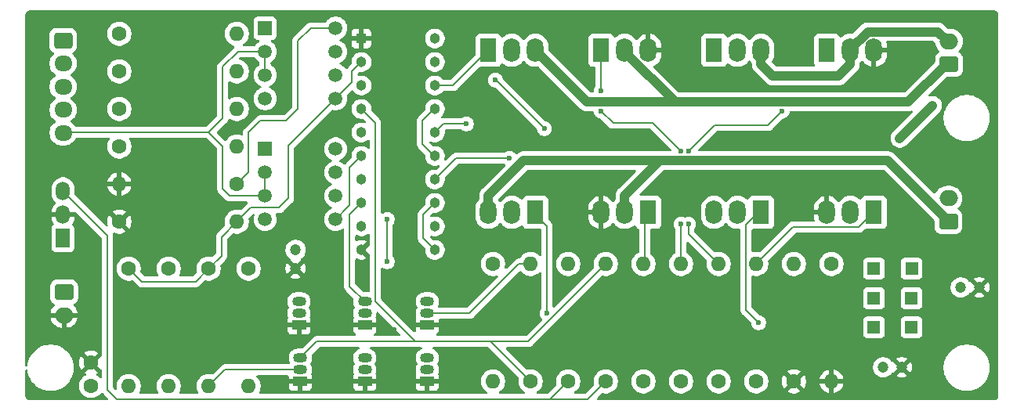
<source format=gbl>
%TF.GenerationSoftware,KiCad,Pcbnew,9.0.2*%
%TF.CreationDate,2025-07-11T17:02:26-07:00*%
%TF.ProjectId,hbridge_rev,68627269-6467-4655-9f72-65762e6b6963,rev?*%
%TF.SameCoordinates,Original*%
%TF.FileFunction,Copper,L2,Bot*%
%TF.FilePolarity,Positive*%
%FSLAX46Y46*%
G04 Gerber Fmt 4.6, Leading zero omitted, Abs format (unit mm)*
G04 Created by KiCad (PCBNEW 9.0.2) date 2025-07-11 17:02:26*
%MOMM*%
%LPD*%
G01*
G04 APERTURE LIST*
G04 Aperture macros list*
%AMRoundRect*
0 Rectangle with rounded corners*
0 $1 Rounding radius*
0 $2 $3 $4 $5 $6 $7 $8 $9 X,Y pos of 4 corners*
0 Add a 4 corners polygon primitive as box body*
4,1,4,$2,$3,$4,$5,$6,$7,$8,$9,$2,$3,0*
0 Add four circle primitives for the rounded corners*
1,1,$1+$1,$2,$3*
1,1,$1+$1,$4,$5*
1,1,$1+$1,$6,$7*
1,1,$1+$1,$8,$9*
0 Add four rect primitives between the rounded corners*
20,1,$1+$1,$2,$3,$4,$5,0*
20,1,$1+$1,$4,$5,$6,$7,0*
20,1,$1+$1,$6,$7,$8,$9,0*
20,1,$1+$1,$8,$9,$2,$3,0*%
G04 Aperture macros list end*
%TA.AperFunction,ComponentPad*%
%ADD10R,1.800000X2.600000*%
%TD*%
%TA.AperFunction,ComponentPad*%
%ADD11O,1.800000X2.600000*%
%TD*%
%TA.AperFunction,ComponentPad*%
%ADD12C,1.600000*%
%TD*%
%TA.AperFunction,ComponentPad*%
%ADD13O,1.600000X1.600000*%
%TD*%
%TA.AperFunction,ComponentPad*%
%ADD14R,1.500000X1.050000*%
%TD*%
%TA.AperFunction,ComponentPad*%
%ADD15O,1.500000X1.050000*%
%TD*%
%TA.AperFunction,ComponentPad*%
%ADD16R,1.350000X1.350000*%
%TD*%
%TA.AperFunction,ComponentPad*%
%ADD17R,1.500000X1.500000*%
%TD*%
%TA.AperFunction,ComponentPad*%
%ADD18C,1.500000*%
%TD*%
%TA.AperFunction,ComponentPad*%
%ADD19C,1.200000*%
%TD*%
%TA.AperFunction,ComponentPad*%
%ADD20RoundRect,0.250000X-0.750000X0.600000X-0.750000X-0.600000X0.750000X-0.600000X0.750000X0.600000X0*%
%TD*%
%TA.AperFunction,ComponentPad*%
%ADD21O,2.000000X1.700000*%
%TD*%
%TA.AperFunction,ComponentPad*%
%ADD22RoundRect,0.250000X0.750000X-0.600000X0.750000X0.600000X-0.750000X0.600000X-0.750000X-0.600000X0*%
%TD*%
%TA.AperFunction,ComponentPad*%
%ADD23RoundRect,0.250000X-0.725000X0.600000X-0.725000X-0.600000X0.725000X-0.600000X0.725000X0.600000X0*%
%TD*%
%TA.AperFunction,ComponentPad*%
%ADD24O,1.950000X1.700000*%
%TD*%
%TA.AperFunction,ComponentPad*%
%ADD25R,1.500000X2.000000*%
%TD*%
%TA.AperFunction,ComponentPad*%
%ADD26O,1.500000X2.000000*%
%TD*%
%TA.AperFunction,ComponentPad*%
%ADD27R,1.133000X1.133000*%
%TD*%
%TA.AperFunction,ComponentPad*%
%ADD28C,1.133000*%
%TD*%
%TA.AperFunction,ViaPad*%
%ADD29C,0.600000*%
%TD*%
%TA.AperFunction,Conductor*%
%ADD30C,0.200000*%
%TD*%
%TA.AperFunction,Conductor*%
%ADD31C,1.000000*%
%TD*%
G04 APERTURE END LIST*
D10*
%TO.P,Q4,1,G*%
%TO.N,Net-(IC1-GATE_2)*%
X88138000Y-17526000D03*
D11*
%TO.P,Q4,2,D*%
%TO.N,+12V*%
X90678000Y-17526000D03*
%TO.P,Q4,3,S*%
%TO.N,Net-(M1--)*%
X93218000Y-17526000D03*
%TD*%
D12*
%TO.P,R4,1*%
%TO.N,Net-(IC1-INPUT_1)*%
X36576000Y-32004000D03*
D13*
%TO.P,R4,2*%
%TO.N,GND*%
X23876000Y-32004000D03*
%TD*%
D14*
%TO.P,Q7,1,E*%
%TO.N,GND*%
X57150000Y-47244000D03*
D15*
%TO.P,Q7,2,B*%
%TO.N,Net-(Q7-B)*%
X57150000Y-45974000D03*
%TO.P,Q7,3,C*%
%TO.N,Net-(Q5-G)*%
X57150000Y-44704000D03*
%TD*%
D16*
%TO.P,test_gate2,1,Pin_1*%
%TO.N,Net-(IC1-GATE_2)*%
X109474000Y-44323000D03*
%TD*%
%TO.P,test_pwm1,1,Pin_1*%
%TO.N,Net-(IC1-INPUT_1)*%
X109474000Y-47498000D03*
%TD*%
D10*
%TO.P,Q2,1,G*%
%TO.N,Net-(IC1-GATE_1)*%
X63754000Y-17526000D03*
D11*
%TO.P,Q2,2,D*%
%TO.N,+12V*%
X66294000Y-17526000D03*
%TO.P,Q2,3,S*%
%TO.N,Net-(M1-+)*%
X68834000Y-17526000D03*
%TD*%
D17*
%TO.P,U3,1,A*%
%TO.N,Net-(R12-Pad2)*%
X39624000Y-28194000D03*
D18*
%TO.P,U3,2,C*%
%TO.N,GND1*%
X39624000Y-30734000D03*
%TO.P,U3,3,C*%
X39624000Y-33274000D03*
%TO.P,U3,4,A*%
%TO.N,Net-(R11-Pad2)*%
X39624000Y-35814000D03*
%TO.P,U3,5,E*%
%TO.N,Net-(IC1-TIMER_3)*%
X47244000Y-35814000D03*
%TO.P,U3,6,C*%
%TO.N,+3V3*%
X47244000Y-33274000D03*
%TO.P,U3,7,C*%
X47244000Y-30734000D03*
%TO.P,U3,8,E*%
%TO.N,Net-(IC1-INPUT_3)*%
X47244000Y-28194000D03*
%TD*%
D19*
%TO.P,C2,1*%
%TO.N,+12V*%
X114808000Y-43180000D03*
%TO.P,C2,2*%
%TO.N,GND*%
X116808000Y-43180000D03*
%TD*%
D12*
%TO.P,R6,1*%
%TO.N,Net-(IC1-TIMER1)*%
X33528000Y-41148000D03*
D13*
%TO.P,R6,2*%
%TO.N,Net-(Q1-B)*%
X33528000Y-53848000D03*
%TD*%
D14*
%TO.P,Q10,1,E*%
%TO.N,GND*%
X50398000Y-53340000D03*
D15*
%TO.P,Q10,2,B*%
%TO.N,Net-(Q10-B)*%
X50398000Y-52070000D03*
%TO.P,Q10,3,C*%
%TO.N,Net-(Q10-C)*%
X50398000Y-50800000D03*
%TD*%
D10*
%TO.P,Q12,1,G*%
%TO.N,Net-(Q10-C)*%
X81026000Y-35052000D03*
D11*
%TO.P,Q12,2,D*%
%TO.N,Net-(M2-+)*%
X78486000Y-35052000D03*
%TO.P,Q12,3,S*%
%TO.N,GND*%
X75946000Y-35052000D03*
%TD*%
D20*
%TO.P,BT1,1,+*%
%TO.N,+12V*%
X17907000Y-43688000D03*
D21*
%TO.P,BT1,2,-*%
%TO.N,GND*%
X17907000Y-46188000D03*
%TD*%
D12*
%TO.P,C6,1*%
%TO.N,+12V*%
X20828000Y-53828000D03*
%TO.P,C6,2*%
%TO.N,GND*%
X20828000Y-51328000D03*
%TD*%
D22*
%TO.P,M2,1,+*%
%TO.N,Net-(M2-+)*%
X113466000Y-36048000D03*
D21*
%TO.P,M2,2,-*%
%TO.N,Net-(M2--)*%
X113466000Y-33548000D03*
%TD*%
D12*
%TO.P,R20,1*%
%TO.N,+12V*%
X80518000Y-53340000D03*
D13*
%TO.P,R20,2*%
%TO.N,Net-(Q10-C)*%
X80518000Y-40640000D03*
%TD*%
D10*
%TO.P,Q13,1,G*%
%TO.N,Net-(IC1-GATE_4)*%
X93218000Y-35052000D03*
D11*
%TO.P,Q13,2,D*%
%TO.N,+12V*%
X90678000Y-35052000D03*
%TO.P,Q13,3,S*%
%TO.N,Net-(M2--)*%
X88138000Y-35052000D03*
%TD*%
D12*
%TO.P,R10,1*%
%TO.N,+12V*%
X84582000Y-53340000D03*
D13*
%TO.P,R10,2*%
%TO.N,Net-(Q3-G)*%
X84582000Y-40640000D03*
%TD*%
D12*
%TO.P,R17,1*%
%TO.N,Net-(IC1-TIMER_4)*%
X64262000Y-40640000D03*
D13*
%TO.P,R17,2*%
%TO.N,Net-(Q9-B)*%
X64262000Y-53340000D03*
%TD*%
D12*
%TO.P,R11,1*%
%TO.N,DIRECTION2*%
X23876000Y-27940000D03*
D13*
%TO.P,R11,2*%
%TO.N,Net-(R11-Pad2)*%
X36576000Y-27940000D03*
%TD*%
D12*
%TO.P,R3,1*%
%TO.N,GND*%
X23876000Y-36068000D03*
D13*
%TO.P,R3,2*%
%TO.N,Net-(IC1-TIMER1)*%
X36576000Y-36068000D03*
%TD*%
D12*
%TO.P,R14,1*%
%TO.N,Net-(IC1-INPUT_3)*%
X100838000Y-40640000D03*
D13*
%TO.P,R14,2*%
%TO.N,GND*%
X100838000Y-53340000D03*
%TD*%
D16*
%TO.P,test_gate1,1,Pin_1*%
%TO.N,Net-(IC1-GATE_1)*%
X109488000Y-41148000D03*
%TD*%
D10*
%TO.P,Q5,1,G*%
%TO.N,Net-(Q5-G)*%
X100330000Y-17526000D03*
D11*
%TO.P,Q5,2,D*%
%TO.N,Net-(M1--)*%
X102870000Y-17526000D03*
%TO.P,Q5,3,S*%
%TO.N,GND*%
X105410000Y-17526000D03*
%TD*%
D10*
%TO.P,Q3,1,G*%
%TO.N,Net-(Q3-G)*%
X75946000Y-17526000D03*
D11*
%TO.P,Q3,2,D*%
%TO.N,Net-(M1-+)*%
X78486000Y-17526000D03*
%TO.P,Q3,3,S*%
%TO.N,GND*%
X81026000Y-17526000D03*
%TD*%
D19*
%TO.P,C1,1*%
%TO.N,+3V3*%
X42926000Y-39116000D03*
%TO.P,C1,2*%
%TO.N,GND*%
X42926000Y-41116000D03*
%TD*%
D12*
%TO.P,R8,1*%
%TO.N,Net-(IC1-TIMER_2)*%
X68326000Y-53340000D03*
D13*
%TO.P,R8,2*%
%TO.N,Net-(Q7-B)*%
X68326000Y-40640000D03*
%TD*%
D12*
%TO.P,R2,1*%
%TO.N,PWM_IN1*%
X23876000Y-15748000D03*
D13*
%TO.P,R2,2*%
%TO.N,Net-(R2-Pad2)*%
X36576000Y-15748000D03*
%TD*%
D12*
%TO.P,R15,1*%
%TO.N,Net-(IC1-TIMER_3)*%
X29210000Y-41148000D03*
D13*
%TO.P,R15,2*%
%TO.N,Net-(Q8-B)*%
X29210000Y-53848000D03*
%TD*%
D16*
%TO.P,test_gate3,1,Pin_1*%
%TO.N,Net-(IC1-GATE_3)*%
X105410000Y-41148000D03*
%TD*%
D19*
%TO.P,C3,1*%
%TO.N,+12V*%
X106426000Y-51816000D03*
%TO.P,C3,2*%
%TO.N,GND*%
X108426000Y-51816000D03*
%TD*%
D10*
%TO.P,Q11,1,G*%
%TO.N,Net-(IC1-GATE_3)*%
X68834000Y-35052000D03*
D11*
%TO.P,Q11,2,D*%
%TO.N,+12V*%
X66294000Y-35052000D03*
%TO.P,Q11,3,S*%
%TO.N,Net-(M2-+)*%
X63754000Y-35052000D03*
%TD*%
D12*
%TO.P,R12,1*%
%TO.N,PWM_IN2*%
X23876000Y-23876000D03*
D13*
%TO.P,R12,2*%
%TO.N,Net-(R12-Pad2)*%
X36576000Y-23876000D03*
%TD*%
D14*
%TO.P,Q9,1,E*%
%TO.N,GND*%
X57150000Y-53340000D03*
D15*
%TO.P,Q9,2,B*%
%TO.N,Net-(Q9-B)*%
X57150000Y-52070000D03*
%TO.P,Q9,3,C*%
%TO.N,Net-(Q14-G)*%
X57150000Y-50800000D03*
%TD*%
D16*
%TO.P,test_gate4,1,Pin_1*%
%TO.N,Net-(IC1-GATE_4)*%
X105410000Y-44323000D03*
%TD*%
D12*
%TO.P,R16,1*%
%TO.N,+3V3*%
X72390000Y-53340000D03*
D13*
%TO.P,R16,2*%
%TO.N,Net-(IC1-TIMER_4)*%
X72390000Y-40640000D03*
%TD*%
D10*
%TO.P,Q14,1,G*%
%TO.N,Net-(Q14-G)*%
X105410000Y-35052000D03*
D11*
%TO.P,Q14,2,D*%
%TO.N,Net-(M2--)*%
X102870000Y-35052000D03*
%TO.P,Q14,3,S*%
%TO.N,GND*%
X100330000Y-35052000D03*
%TD*%
D23*
%TO.P,J2,1,Pin_1*%
%TO.N,PWM_IN1*%
X17797000Y-16463000D03*
D24*
%TO.P,J2,2,Pin_2*%
%TO.N,DIRECTION1*%
X17797000Y-18963000D03*
%TO.P,J2,3,Pin_3*%
%TO.N,PWM_IN2*%
X17797000Y-21463000D03*
%TO.P,J2,4,Pin_4*%
%TO.N,DIRECTION2*%
X17797000Y-23963000D03*
%TO.P,J2,5,Pin_5*%
%TO.N,GND1*%
X17797000Y-26463000D03*
%TD*%
D25*
%TO.P,U2,1,INPUT*%
%TO.N,+12V*%
X17780000Y-37846000D03*
D26*
%TO.P,U2,2,COMMON*%
%TO.N,GND*%
X17780000Y-35306000D03*
%TO.P,U2,3,OUTPUT*%
%TO.N,+3V3*%
X17780000Y-32766000D03*
%TD*%
D12*
%TO.P,R18,1*%
%TO.N,Net-(IC1-TIMER_3)*%
X37846000Y-41148000D03*
D13*
%TO.P,R18,2*%
%TO.N,Net-(Q10-B)*%
X37846000Y-53848000D03*
%TD*%
D12*
%TO.P,R1,1*%
%TO.N,DIRECTION1*%
X23876000Y-19812000D03*
D13*
%TO.P,R1,2*%
%TO.N,Net-(R1-Pad2)*%
X36576000Y-19812000D03*
%TD*%
D22*
%TO.P,M1,1,+*%
%TO.N,Net-(M1-+)*%
X113538000Y-19050000D03*
D21*
%TO.P,M1,2,-*%
%TO.N,Net-(M1--)*%
X113538000Y-16550000D03*
%TD*%
D12*
%TO.P,R19,1*%
%TO.N,+12V*%
X92710000Y-53340000D03*
D13*
%TO.P,R19,2*%
%TO.N,Net-(Q14-G)*%
X92710000Y-40640000D03*
%TD*%
D14*
%TO.P,Q6,1,E*%
%TO.N,GND*%
X43286000Y-47244000D03*
D15*
%TO.P,Q6,2,B*%
%TO.N,Net-(Q6-B)*%
X43286000Y-45974000D03*
%TO.P,Q6,3,C*%
%TO.N,Net-(Q3-G)*%
X43286000Y-44704000D03*
%TD*%
D14*
%TO.P,Q8,1,E*%
%TO.N,GND*%
X50398000Y-47244000D03*
D15*
%TO.P,Q8,2,B*%
%TO.N,Net-(Q8-B)*%
X50398000Y-45974000D03*
%TO.P,Q8,3,C*%
%TO.N,Net-(IC1-TIMER_4)*%
X50398000Y-44704000D03*
%TD*%
D12*
%TO.P,R5,1*%
%TO.N,+3V3*%
X76454000Y-53340000D03*
D13*
%TO.P,R5,2*%
%TO.N,Net-(IC1-TIMER_2)*%
X76454000Y-40640000D03*
%TD*%
D12*
%TO.P,R9,1*%
%TO.N,+12V*%
X88646000Y-53340000D03*
D13*
%TO.P,R9,2*%
%TO.N,Net-(Q5-G)*%
X88646000Y-40640000D03*
%TD*%
D14*
%TO.P,Q1,1,E*%
%TO.N,GND*%
X43434000Y-53340000D03*
D15*
%TO.P,Q1,2,B*%
%TO.N,Net-(Q1-B)*%
X43434000Y-52070000D03*
%TO.P,Q1,3,C*%
%TO.N,Net-(IC1-TIMER_2)*%
X43434000Y-50800000D03*
%TD*%
D12*
%TO.P,R7,1*%
%TO.N,Net-(IC1-TIMER1)*%
X24892000Y-41148000D03*
D13*
%TO.P,R7,2*%
%TO.N,Net-(Q6-B)*%
X24892000Y-53848000D03*
%TD*%
D17*
%TO.P,U1,1,A*%
%TO.N,Net-(R2-Pad2)*%
X39624000Y-15132000D03*
D18*
%TO.P,U1,2,C*%
%TO.N,GND1*%
X39624000Y-17672000D03*
%TO.P,U1,3,C*%
X39624000Y-20212000D03*
%TO.P,U1,4,A*%
%TO.N,Net-(R1-Pad2)*%
X39624000Y-22752000D03*
%TO.P,U1,5,E*%
%TO.N,Net-(IC1-TIMER1)*%
X47244000Y-22752000D03*
%TO.P,U1,6,C*%
%TO.N,+3V3*%
X47244000Y-20212000D03*
%TO.P,U1,7,C*%
X47244000Y-17672000D03*
%TO.P,U1,8,E*%
%TO.N,Net-(IC1-INPUT_1)*%
X47244000Y-15132000D03*
%TD*%
D27*
%TO.P,IC1,1,GND_1*%
%TO.N,GND*%
X50038000Y-16256000D03*
D28*
%TO.P,IC1,2,TIMER1*%
%TO.N,Net-(IC1-TIMER1)*%
X50038000Y-18796000D03*
%TO.P,IC1,3,INPUT_1*%
%TO.N,Net-(IC1-INPUT_1)*%
X50038000Y-21336000D03*
%TO.P,IC1,4,TIMER_2*%
%TO.N,Net-(IC1-TIMER_2)*%
X50038000Y-23876000D03*
%TO.P,IC1,5,INPUT_2*%
%TO.N,Net-(IC1-INPUT_1)*%
X50038000Y-26416000D03*
%TO.P,IC1,6,TIMER_3*%
%TO.N,Net-(IC1-TIMER_3)*%
X50038000Y-28956000D03*
%TO.P,IC1,7,INPUT_3*%
%TO.N,Net-(IC1-INPUT_3)*%
X50038000Y-31496000D03*
%TO.P,IC1,8,TIMER_4*%
%TO.N,Net-(IC1-TIMER_4)*%
X50038000Y-34036000D03*
%TO.P,IC1,9,INPUT_4*%
%TO.N,Net-(IC1-INPUT_3)*%
X50038000Y-36576000D03*
%TO.P,IC1,10,GND_2*%
%TO.N,GND*%
X50038000Y-39116000D03*
%TO.P,IC1,11,V+_1*%
%TO.N,+12V*%
X57976000Y-39116000D03*
%TO.P,IC1,12,GATE_4*%
%TO.N,Net-(IC1-GATE_4)*%
X57976000Y-36576000D03*
%TO.P,IC1,13,SENSE_4*%
%TO.N,+12V*%
X57976000Y-34036000D03*
%TO.P,IC1,14,GATE_3*%
%TO.N,Net-(IC1-GATE_3)*%
X57976000Y-31496000D03*
%TO.P,IC1,15,SENSE_3*%
%TO.N,+12V*%
X57976000Y-28956000D03*
%TO.P,IC1,16,GATE_2*%
%TO.N,Net-(IC1-GATE_2)*%
X57976000Y-26416000D03*
%TO.P,IC1,17,SENSE_2*%
%TO.N,+12V*%
X57976000Y-23876000D03*
%TO.P,IC1,18,GATE_1*%
%TO.N,Net-(IC1-GATE_1)*%
X57976000Y-21336000D03*
%TO.P,IC1,19,SENSE_1*%
%TO.N,+12V*%
X57976000Y-18796000D03*
%TO.P,IC1,20,V+_2*%
X57976000Y-16256000D03*
%TD*%
D16*
%TO.P,test_pwm2,1,Pin_1*%
%TO.N,Net-(IC1-INPUT_3)*%
X105410000Y-47498000D03*
%TD*%
D12*
%TO.P,R13,1*%
%TO.N,GND*%
X96774000Y-53340000D03*
D13*
%TO.P,R13,2*%
%TO.N,Net-(IC1-TIMER_3)*%
X96774000Y-40640000D03*
%TD*%
D29*
%TO.N,+12V*%
X111760000Y-23495000D03*
X108204000Y-27051000D03*
%TO.N,Net-(IC1-TIMER_3)*%
X52832000Y-40386000D03*
X52832000Y-35814000D03*
%TO.N,Net-(IC1-GATE_3)*%
X66040000Y-29210000D03*
X70104000Y-45974000D03*
%TO.N,Net-(IC1-GATE_2)*%
X61384265Y-25492000D03*
%TO.N,Net-(IC1-GATE_1)*%
X64516000Y-20736000D03*
X69804000Y-26000000D03*
%TO.N,Net-(Q3-G)*%
X84582000Y-36322000D03*
X75946000Y-21936000D03*
X75946000Y-24114000D03*
X84582000Y-28448000D03*
%TO.N,Net-(Q5-G)*%
X85382003Y-36322000D03*
X85382003Y-28448000D03*
X95504000Y-24114000D03*
%TO.N,GND*%
X47371000Y-41021000D03*
X70739000Y-49657000D03*
X53594000Y-47752000D03*
X50165000Y-41021000D03*
X66675000Y-47244000D03*
%TO.N,Net-(IC1-GATE_4)*%
X92964000Y-46990000D03*
%TD*%
D30*
%TO.N,+12V*%
X56709500Y-37849500D02*
X57976000Y-39116000D01*
X57908500Y-28956000D02*
X56642000Y-27689500D01*
X56642000Y-27689500D02*
X56642000Y-25142500D01*
X56709500Y-35302500D02*
X56709500Y-37849500D01*
X57976000Y-34036000D02*
X56709500Y-35302500D01*
D31*
X108204000Y-27051000D02*
X111760000Y-23495000D01*
D30*
X56642000Y-25142500D02*
X57908500Y-23876000D01*
%TO.N,+3V3*%
X17780000Y-32766000D02*
X22606000Y-37592000D01*
X74514000Y-55280000D02*
X70450000Y-55280000D01*
X76454000Y-53340000D02*
X74514000Y-55280000D01*
X22606000Y-54264000D02*
X23622000Y-55280000D01*
X70450000Y-55280000D02*
X23622000Y-55280000D01*
X72390000Y-53340000D02*
X70450000Y-55280000D01*
X22606000Y-37592000D02*
X22606000Y-54264000D01*
%TO.N,Net-(IC1-TIMER1)*%
X24892000Y-41148000D02*
X26289000Y-42545000D01*
X50038000Y-18796000D02*
X49022000Y-19812000D01*
X42164000Y-27832000D02*
X47244000Y-22752000D01*
X26289000Y-42545000D02*
X32131000Y-42545000D01*
X41148000Y-34544000D02*
X42164000Y-33528000D01*
X42164000Y-33528000D02*
X42164000Y-27832000D01*
X34925000Y-39751000D02*
X34925000Y-37719000D01*
X32131000Y-42545000D02*
X33528000Y-41148000D01*
X38100000Y-34544000D02*
X41148000Y-34544000D01*
X36576000Y-36068000D02*
X38100000Y-34544000D01*
X34925000Y-37719000D02*
X36576000Y-36068000D01*
X49022000Y-19812000D02*
X49022000Y-20974000D01*
X49022000Y-20974000D02*
X47244000Y-22752000D01*
X33528000Y-41148000D02*
X34925000Y-39751000D01*
%TO.N,Net-(IC1-INPUT_1)*%
X37846000Y-26416000D02*
X39116000Y-25146000D01*
X36576000Y-32004000D02*
X37846000Y-30734000D01*
X41910000Y-25146000D02*
X43180000Y-23876000D01*
X43180000Y-23876000D02*
X43180000Y-16510000D01*
X37846000Y-30734000D02*
X37846000Y-26416000D01*
X44558000Y-15132000D02*
X47244000Y-15132000D01*
X43180000Y-16510000D02*
X44558000Y-15132000D01*
X39116000Y-25146000D02*
X41910000Y-25146000D01*
%TO.N,Net-(IC1-TIMER_2)*%
X50038000Y-23876000D02*
X51562000Y-25400000D01*
X64008000Y-49022000D02*
X68326000Y-53340000D01*
X51562000Y-25400000D02*
X51562000Y-44704000D01*
X43434000Y-50800000D02*
X45212000Y-49022000D01*
X63500000Y-49022000D02*
X64008000Y-49022000D01*
X45212000Y-49022000D02*
X57912000Y-49022000D01*
X68072000Y-49022000D02*
X63500000Y-49022000D01*
X57912000Y-49022000D02*
X63500000Y-49022000D01*
X55880000Y-49022000D02*
X57912000Y-49022000D01*
X76454000Y-40640000D02*
X68072000Y-49022000D01*
X51562000Y-44704000D02*
X55880000Y-49022000D01*
%TO.N,Net-(IC1-TIMER_3)*%
X50038000Y-28956000D02*
X48768000Y-30226000D01*
X52832000Y-35814000D02*
X52832000Y-40386000D01*
X48768000Y-30226000D02*
X48768000Y-34290000D01*
X48768000Y-34290000D02*
X47098000Y-35960000D01*
%TO.N,Net-(IC1-TIMER_4)*%
X50038000Y-34036000D02*
X48768000Y-35306000D01*
X48768000Y-35306000D02*
X48768000Y-43074000D01*
X48768000Y-43074000D02*
X50398000Y-44704000D01*
%TO.N,Net-(IC1-GATE_3)*%
X60262000Y-29210000D02*
X57976000Y-31496000D01*
X70104000Y-45974000D02*
X70104000Y-36576000D01*
X66040000Y-29210000D02*
X60262000Y-29210000D01*
X70104000Y-36576000D02*
X68580000Y-35052000D01*
%TO.N,Net-(IC1-GATE_2)*%
X58900000Y-25492000D02*
X57976000Y-26416000D01*
X61384265Y-25492000D02*
X58900000Y-25492000D01*
%TO.N,Net-(IC1-GATE_1)*%
X59944000Y-21336000D02*
X63754000Y-17526000D01*
X69804000Y-26000000D02*
X69804000Y-25954000D01*
X57976000Y-21336000D02*
X59944000Y-21336000D01*
X64586000Y-20736000D02*
X64516000Y-20736000D01*
X69804000Y-25954000D02*
X64586000Y-20736000D01*
D31*
%TO.N,Net-(M1-+)*%
X83951258Y-23114000D02*
X86868000Y-23114000D01*
X109128000Y-23114000D02*
X113212000Y-19030000D01*
X78486000Y-17526000D02*
X78486000Y-17648742D01*
X78486000Y-17648742D02*
X83951258Y-23114000D01*
X74422000Y-23114000D02*
X86868000Y-23114000D01*
X86868000Y-23114000D02*
X109128000Y-23114000D01*
X68834000Y-17526000D02*
X74422000Y-23114000D01*
%TO.N,Net-(M1--)*%
X101600000Y-20320000D02*
X102870000Y-19050000D01*
X113212000Y-16438000D02*
X113212000Y-16530000D01*
X102870000Y-17526000D02*
X102870000Y-17403258D01*
X93218000Y-19050000D02*
X94488000Y-20320000D01*
X93218000Y-17526000D02*
X93218000Y-19050000D01*
X94488000Y-20320000D02*
X101600000Y-20320000D01*
X104747258Y-15526000D02*
X112300000Y-15526000D01*
X102870000Y-19050000D02*
X102870000Y-17526000D01*
X112300000Y-15526000D02*
X113212000Y-16438000D01*
X102870000Y-17403258D02*
X104747258Y-15526000D01*
%TO.N,Net-(M2-+)*%
X78486000Y-33274000D02*
X82296000Y-29464000D01*
X63754000Y-35052000D02*
X63754000Y-33274000D01*
X67564000Y-29464000D02*
X82296000Y-29464000D01*
X78486000Y-35052000D02*
X78486000Y-33274000D01*
X106934000Y-29464000D02*
X113030000Y-35560000D01*
X63754000Y-33274000D02*
X67564000Y-29464000D01*
X82296000Y-29464000D02*
X106934000Y-29464000D01*
D30*
%TO.N,Net-(Q1-B)*%
X35306000Y-52070000D02*
X43434000Y-52070000D01*
X33528000Y-53848000D02*
X35306000Y-52070000D01*
%TO.N,Net-(Q3-G)*%
X84582000Y-36322000D02*
X84582000Y-40640000D01*
X81534000Y-25400000D02*
X84582000Y-28448000D01*
X75946000Y-17526000D02*
X75946000Y-21936000D01*
X80264000Y-25400000D02*
X81534000Y-25400000D01*
X80264000Y-25400000D02*
X77232000Y-25400000D01*
X77232000Y-25400000D02*
X75946000Y-24114000D01*
%TO.N,Net-(Q5-G)*%
X85382003Y-36322000D02*
X85382003Y-37376003D01*
X88176003Y-25654000D02*
X93980000Y-25654000D01*
X85382003Y-37376003D02*
X88646000Y-40640000D01*
X93980000Y-25654000D02*
X95504000Y-24130000D01*
X85382003Y-28448000D02*
X88176003Y-25654000D01*
X95504000Y-24130000D02*
X95504000Y-24114000D01*
%TO.N,Net-(Q7-B)*%
X61722000Y-45974000D02*
X67056000Y-40640000D01*
X67056000Y-40640000D02*
X68326000Y-40640000D01*
X57150000Y-45974000D02*
X61722000Y-45974000D01*
%TO.N,Net-(Q14-G)*%
X103810000Y-36652000D02*
X105410000Y-35052000D01*
X92710000Y-40640000D02*
X96698000Y-36652000D01*
X96698000Y-36652000D02*
X103810000Y-36652000D01*
%TO.N,Net-(Q10-C)*%
X80645000Y-35433000D02*
X80645000Y-40513000D01*
X80645000Y-40513000D02*
X80518000Y-40640000D01*
X81026000Y-35052000D02*
X80645000Y-35433000D01*
%TO.N,GND1*%
X35052000Y-22352000D02*
X35052000Y-19304000D01*
X35052000Y-24892000D02*
X35052000Y-22352000D01*
X35052000Y-19304000D02*
X36684000Y-17672000D01*
X39624000Y-17672000D02*
X39624000Y-20212000D01*
X17509000Y-26386000D02*
X33498000Y-26386000D01*
X33528000Y-26416000D02*
X35052000Y-27940000D01*
X39624000Y-30734000D02*
X39624000Y-33274000D01*
X33498000Y-26386000D02*
X33528000Y-26416000D01*
X33528000Y-26416000D02*
X35052000Y-24892000D01*
X35052000Y-32512000D02*
X35814000Y-33274000D01*
X35814000Y-33274000D02*
X39624000Y-33274000D01*
X36684000Y-17672000D02*
X39624000Y-17672000D01*
X35052000Y-27940000D02*
X35052000Y-32512000D01*
%TO.N,GND*%
X53086000Y-47244000D02*
X50398000Y-47244000D01*
X53594000Y-47752000D02*
X53086000Y-47244000D01*
%TO.N,Net-(IC1-GATE_4)*%
X91610000Y-45636000D02*
X91610000Y-36406000D01*
X92964000Y-46990000D02*
X91610000Y-45636000D01*
X91610000Y-36406000D02*
X92964000Y-35052000D01*
%TD*%
%TA.AperFunction,Conductor*%
%TO.N,GND*%
G36*
X118386922Y-13201280D02*
G01*
X118477266Y-13211459D01*
X118504331Y-13217636D01*
X118583540Y-13245352D01*
X118608553Y-13257398D01*
X118679606Y-13302043D01*
X118701313Y-13319355D01*
X118760644Y-13378686D01*
X118777957Y-13400395D01*
X118822600Y-13471444D01*
X118834648Y-13496462D01*
X118862362Y-13575666D01*
X118868540Y-13602735D01*
X118878720Y-13693076D01*
X118879500Y-13706961D01*
X118879500Y-54873038D01*
X118878720Y-54886922D01*
X118878720Y-54886923D01*
X118868540Y-54977264D01*
X118862362Y-55004333D01*
X118834648Y-55083537D01*
X118822600Y-55108555D01*
X118777957Y-55179604D01*
X118760644Y-55201313D01*
X118701313Y-55260644D01*
X118679604Y-55277957D01*
X118608555Y-55322600D01*
X118583537Y-55334648D01*
X118504333Y-55362362D01*
X118477264Y-55368540D01*
X118397075Y-55377576D01*
X118386921Y-55378720D01*
X118373038Y-55379500D01*
X75563097Y-55379500D01*
X75496058Y-55359815D01*
X75450303Y-55307011D01*
X75440359Y-55237853D01*
X75469384Y-55174297D01*
X75475416Y-55167819D01*
X75581546Y-55061688D01*
X76009158Y-54634075D01*
X76070479Y-54600592D01*
X76135151Y-54603825D01*
X76149466Y-54608477D01*
X76351648Y-54640500D01*
X76351649Y-54640500D01*
X76556351Y-54640500D01*
X76556352Y-54640500D01*
X76758534Y-54608477D01*
X76953219Y-54545220D01*
X77135610Y-54452287D01*
X77251165Y-54368332D01*
X77301213Y-54331971D01*
X77301215Y-54331968D01*
X77301219Y-54331966D01*
X77445966Y-54187219D01*
X77445968Y-54187215D01*
X77445971Y-54187213D01*
X77504180Y-54107093D01*
X77566287Y-54021610D01*
X77659220Y-53839219D01*
X77722477Y-53644534D01*
X77754500Y-53442352D01*
X77754500Y-53237648D01*
X79217500Y-53237648D01*
X79217500Y-53442352D01*
X79220187Y-53459315D01*
X79249522Y-53644534D01*
X79312781Y-53839223D01*
X79369405Y-53950351D01*
X79405585Y-54021359D01*
X79405715Y-54021613D01*
X79526028Y-54187213D01*
X79670786Y-54331971D01*
X79791226Y-54419474D01*
X79836390Y-54452287D01*
X79928472Y-54499205D01*
X80018776Y-54545218D01*
X80018778Y-54545218D01*
X80018781Y-54545220D01*
X80115257Y-54576567D01*
X80213465Y-54608477D01*
X80314557Y-54624488D01*
X80415648Y-54640500D01*
X80415649Y-54640500D01*
X80620351Y-54640500D01*
X80620352Y-54640500D01*
X80822534Y-54608477D01*
X81017219Y-54545220D01*
X81199610Y-54452287D01*
X81315165Y-54368332D01*
X81365213Y-54331971D01*
X81365215Y-54331968D01*
X81365219Y-54331966D01*
X81509966Y-54187219D01*
X81509968Y-54187215D01*
X81509971Y-54187213D01*
X81568180Y-54107093D01*
X81630287Y-54021610D01*
X81723220Y-53839219D01*
X81786477Y-53644534D01*
X81818500Y-53442352D01*
X81818500Y-53237648D01*
X83281500Y-53237648D01*
X83281500Y-53442352D01*
X83284187Y-53459315D01*
X83313522Y-53644534D01*
X83376781Y-53839223D01*
X83433405Y-53950351D01*
X83469585Y-54021359D01*
X83469715Y-54021613D01*
X83590028Y-54187213D01*
X83734786Y-54331971D01*
X83855226Y-54419474D01*
X83900390Y-54452287D01*
X83992472Y-54499205D01*
X84082776Y-54545218D01*
X84082778Y-54545218D01*
X84082781Y-54545220D01*
X84179257Y-54576567D01*
X84277465Y-54608477D01*
X84378557Y-54624488D01*
X84479648Y-54640500D01*
X84479649Y-54640500D01*
X84684351Y-54640500D01*
X84684352Y-54640500D01*
X84886534Y-54608477D01*
X85081219Y-54545220D01*
X85263610Y-54452287D01*
X85379165Y-54368332D01*
X85429213Y-54331971D01*
X85429215Y-54331968D01*
X85429219Y-54331966D01*
X85573966Y-54187219D01*
X85573968Y-54187215D01*
X85573971Y-54187213D01*
X85632180Y-54107093D01*
X85694287Y-54021610D01*
X85787220Y-53839219D01*
X85850477Y-53644534D01*
X85882500Y-53442352D01*
X85882500Y-53237648D01*
X87345500Y-53237648D01*
X87345500Y-53442352D01*
X87348187Y-53459315D01*
X87377522Y-53644534D01*
X87440781Y-53839223D01*
X87497405Y-53950351D01*
X87533585Y-54021359D01*
X87533715Y-54021613D01*
X87654028Y-54187213D01*
X87798786Y-54331971D01*
X87919226Y-54419474D01*
X87964390Y-54452287D01*
X88056472Y-54499205D01*
X88146776Y-54545218D01*
X88146778Y-54545218D01*
X88146781Y-54545220D01*
X88243257Y-54576567D01*
X88341465Y-54608477D01*
X88442557Y-54624488D01*
X88543648Y-54640500D01*
X88543649Y-54640500D01*
X88748351Y-54640500D01*
X88748352Y-54640500D01*
X88950534Y-54608477D01*
X89145219Y-54545220D01*
X89327610Y-54452287D01*
X89443165Y-54368332D01*
X89493213Y-54331971D01*
X89493215Y-54331968D01*
X89493219Y-54331966D01*
X89637966Y-54187219D01*
X89637968Y-54187215D01*
X89637971Y-54187213D01*
X89696180Y-54107093D01*
X89758287Y-54021610D01*
X89851220Y-53839219D01*
X89914477Y-53644534D01*
X89946500Y-53442352D01*
X89946500Y-53237648D01*
X91409500Y-53237648D01*
X91409500Y-53442352D01*
X91412187Y-53459315D01*
X91441522Y-53644534D01*
X91504781Y-53839223D01*
X91561405Y-53950351D01*
X91597585Y-54021359D01*
X91597715Y-54021613D01*
X91718028Y-54187213D01*
X91862786Y-54331971D01*
X91983226Y-54419474D01*
X92028390Y-54452287D01*
X92120472Y-54499205D01*
X92210776Y-54545218D01*
X92210778Y-54545218D01*
X92210781Y-54545220D01*
X92307257Y-54576567D01*
X92405465Y-54608477D01*
X92506557Y-54624488D01*
X92607648Y-54640500D01*
X92607649Y-54640500D01*
X92812351Y-54640500D01*
X92812352Y-54640500D01*
X93014534Y-54608477D01*
X93209219Y-54545220D01*
X93391610Y-54452287D01*
X93507165Y-54368332D01*
X93557213Y-54331971D01*
X93557215Y-54331968D01*
X93557219Y-54331966D01*
X93701966Y-54187219D01*
X93701968Y-54187215D01*
X93701971Y-54187213D01*
X93760180Y-54107093D01*
X93822287Y-54021610D01*
X93915220Y-53839219D01*
X93978477Y-53644534D01*
X94010500Y-53442352D01*
X94010500Y-53237682D01*
X95474000Y-53237682D01*
X95474000Y-53442317D01*
X95506009Y-53644417D01*
X95569244Y-53839031D01*
X95662141Y-54021350D01*
X95662147Y-54021359D01*
X95694523Y-54065921D01*
X95694524Y-54065922D01*
X96374000Y-53386446D01*
X96374000Y-53392661D01*
X96401259Y-53494394D01*
X96453920Y-53585606D01*
X96528394Y-53660080D01*
X96619606Y-53712741D01*
X96721339Y-53740000D01*
X96727553Y-53740000D01*
X96048076Y-54419474D01*
X96092650Y-54451859D01*
X96274968Y-54544755D01*
X96469582Y-54607990D01*
X96671683Y-54640000D01*
X96876317Y-54640000D01*
X97078417Y-54607990D01*
X97273031Y-54544755D01*
X97455349Y-54451859D01*
X97499921Y-54419474D01*
X96820447Y-53740000D01*
X96826661Y-53740000D01*
X96928394Y-53712741D01*
X97019606Y-53660080D01*
X97094080Y-53585606D01*
X97146741Y-53494394D01*
X97174000Y-53392661D01*
X97174000Y-53386447D01*
X97853474Y-54065921D01*
X97885859Y-54021349D01*
X97978755Y-53839031D01*
X98041990Y-53644417D01*
X98059552Y-53533539D01*
X98074000Y-53442317D01*
X98074000Y-53237682D01*
X98059552Y-53146461D01*
X98050609Y-53090000D01*
X99561391Y-53090000D01*
X100522314Y-53090000D01*
X100517920Y-53094394D01*
X100465259Y-53185606D01*
X100438000Y-53287339D01*
X100438000Y-53392661D01*
X100465259Y-53494394D01*
X100517920Y-53585606D01*
X100522314Y-53590000D01*
X99561391Y-53590000D01*
X99570009Y-53644413D01*
X99633244Y-53839029D01*
X99726140Y-54021349D01*
X99846417Y-54186894D01*
X99846417Y-54186895D01*
X99991104Y-54331582D01*
X100156650Y-54451859D01*
X100338968Y-54544754D01*
X100533578Y-54607988D01*
X100588000Y-54616607D01*
X100588000Y-53655686D01*
X100592394Y-53660080D01*
X100683606Y-53712741D01*
X100785339Y-53740000D01*
X100890661Y-53740000D01*
X100992394Y-53712741D01*
X101083606Y-53660080D01*
X101088000Y-53655686D01*
X101088000Y-54616606D01*
X101142421Y-54607988D01*
X101337031Y-54544754D01*
X101519349Y-54451859D01*
X101684894Y-54331582D01*
X101684895Y-54331582D01*
X101829582Y-54186895D01*
X101829582Y-54186894D01*
X101949859Y-54021349D01*
X102042755Y-53839029D01*
X102105990Y-53644413D01*
X102114609Y-53590000D01*
X101153686Y-53590000D01*
X101158080Y-53585606D01*
X101210741Y-53494394D01*
X101238000Y-53392661D01*
X101238000Y-53287339D01*
X101210741Y-53185606D01*
X101158080Y-53094394D01*
X101153686Y-53090000D01*
X102114609Y-53090000D01*
X102105990Y-53035586D01*
X102042755Y-52840970D01*
X101949859Y-52658650D01*
X101829582Y-52493105D01*
X101829582Y-52493104D01*
X101684895Y-52348417D01*
X101519349Y-52228140D01*
X101337029Y-52135244D01*
X101142413Y-52072009D01*
X101088000Y-52063390D01*
X101088000Y-53024314D01*
X101083606Y-53019920D01*
X100992394Y-52967259D01*
X100890661Y-52940000D01*
X100785339Y-52940000D01*
X100683606Y-52967259D01*
X100592394Y-53019920D01*
X100588000Y-53024314D01*
X100588000Y-52063390D01*
X100533586Y-52072009D01*
X100338970Y-52135244D01*
X100156650Y-52228140D01*
X99991105Y-52348417D01*
X99991104Y-52348417D01*
X99846417Y-52493104D01*
X99846417Y-52493105D01*
X99726140Y-52658650D01*
X99633244Y-52840970D01*
X99570009Y-53035586D01*
X99561391Y-53090000D01*
X98050609Y-53090000D01*
X98041990Y-53035582D01*
X97978755Y-52840968D01*
X97885859Y-52658650D01*
X97853474Y-52614077D01*
X97853474Y-52614076D01*
X97174000Y-53293551D01*
X97174000Y-53287339D01*
X97146741Y-53185606D01*
X97094080Y-53094394D01*
X97019606Y-53019920D01*
X96928394Y-52967259D01*
X96826661Y-52940000D01*
X96820446Y-52940000D01*
X97499922Y-52260524D01*
X97499921Y-52260523D01*
X97455359Y-52228147D01*
X97455350Y-52228141D01*
X97273031Y-52135244D01*
X97078417Y-52072009D01*
X96876317Y-52040000D01*
X96671683Y-52040000D01*
X96469582Y-52072009D01*
X96274968Y-52135244D01*
X96092644Y-52228143D01*
X96048077Y-52260523D01*
X96048077Y-52260524D01*
X96727554Y-52940000D01*
X96721339Y-52940000D01*
X96619606Y-52967259D01*
X96528394Y-53019920D01*
X96453920Y-53094394D01*
X96401259Y-53185606D01*
X96374000Y-53287339D01*
X96374000Y-53293553D01*
X95694524Y-52614077D01*
X95694523Y-52614077D01*
X95662143Y-52658644D01*
X95569244Y-52840968D01*
X95506009Y-53035582D01*
X95474000Y-53237682D01*
X94010500Y-53237682D01*
X94010500Y-53237648D01*
X93987986Y-53095500D01*
X93978477Y-53035465D01*
X93945506Y-52933992D01*
X93915220Y-52840781D01*
X93915218Y-52840778D01*
X93915218Y-52840776D01*
X93877706Y-52767155D01*
X93822287Y-52658390D01*
X93811459Y-52643487D01*
X93701971Y-52492786D01*
X93557213Y-52348028D01*
X93391613Y-52227715D01*
X93391612Y-52227714D01*
X93391610Y-52227713D01*
X93334653Y-52198691D01*
X93209223Y-52134781D01*
X93014534Y-52071522D01*
X92839995Y-52043878D01*
X92812352Y-52039500D01*
X92607648Y-52039500D01*
X92583329Y-52043351D01*
X92405465Y-52071522D01*
X92210776Y-52134781D01*
X92028386Y-52227715D01*
X91862786Y-52348028D01*
X91718028Y-52492786D01*
X91597715Y-52658386D01*
X91504781Y-52840776D01*
X91441522Y-53035465D01*
X91416214Y-53195255D01*
X91409500Y-53237648D01*
X89946500Y-53237648D01*
X89923986Y-53095500D01*
X89914477Y-53035465D01*
X89881506Y-52933992D01*
X89851220Y-52840781D01*
X89851218Y-52840778D01*
X89851218Y-52840776D01*
X89813706Y-52767155D01*
X89758287Y-52658390D01*
X89747459Y-52643487D01*
X89637971Y-52492786D01*
X89493213Y-52348028D01*
X89327613Y-52227715D01*
X89327612Y-52227714D01*
X89327610Y-52227713D01*
X89270653Y-52198691D01*
X89145223Y-52134781D01*
X88950534Y-52071522D01*
X88775995Y-52043878D01*
X88748352Y-52039500D01*
X88543648Y-52039500D01*
X88519329Y-52043351D01*
X88341465Y-52071522D01*
X88146776Y-52134781D01*
X87964386Y-52227715D01*
X87798786Y-52348028D01*
X87654028Y-52492786D01*
X87533715Y-52658386D01*
X87440781Y-52840776D01*
X87377522Y-53035465D01*
X87352214Y-53195255D01*
X87345500Y-53237648D01*
X85882500Y-53237648D01*
X85859986Y-53095500D01*
X85850477Y-53035465D01*
X85817506Y-52933992D01*
X85787220Y-52840781D01*
X85787218Y-52840778D01*
X85787218Y-52840776D01*
X85749706Y-52767155D01*
X85694287Y-52658390D01*
X85683459Y-52643487D01*
X85573971Y-52492786D01*
X85429213Y-52348028D01*
X85263613Y-52227715D01*
X85263612Y-52227714D01*
X85263610Y-52227713D01*
X85206653Y-52198691D01*
X85081223Y-52134781D01*
X84886534Y-52071522D01*
X84711995Y-52043878D01*
X84684352Y-52039500D01*
X84479648Y-52039500D01*
X84455329Y-52043351D01*
X84277465Y-52071522D01*
X84082776Y-52134781D01*
X83900386Y-52227715D01*
X83734786Y-52348028D01*
X83590028Y-52492786D01*
X83469715Y-52658386D01*
X83376781Y-52840776D01*
X83313522Y-53035465D01*
X83288214Y-53195255D01*
X83281500Y-53237648D01*
X81818500Y-53237648D01*
X81795986Y-53095500D01*
X81786477Y-53035465D01*
X81753506Y-52933992D01*
X81723220Y-52840781D01*
X81723218Y-52840778D01*
X81723218Y-52840776D01*
X81685706Y-52767155D01*
X81630287Y-52658390D01*
X81619459Y-52643487D01*
X81509971Y-52492786D01*
X81365213Y-52348028D01*
X81199613Y-52227715D01*
X81199612Y-52227714D01*
X81199610Y-52227713D01*
X81142653Y-52198691D01*
X81017223Y-52134781D01*
X80822534Y-52071522D01*
X80647995Y-52043878D01*
X80620352Y-52039500D01*
X80415648Y-52039500D01*
X80391329Y-52043351D01*
X80213465Y-52071522D01*
X80018776Y-52134781D01*
X79836386Y-52227715D01*
X79670786Y-52348028D01*
X79526028Y-52492786D01*
X79405715Y-52658386D01*
X79312781Y-52840776D01*
X79249522Y-53035465D01*
X79224214Y-53195255D01*
X79217500Y-53237648D01*
X77754500Y-53237648D01*
X77731986Y-53095500D01*
X77722477Y-53035465D01*
X77689506Y-52933992D01*
X77659220Y-52840781D01*
X77659218Y-52840778D01*
X77659218Y-52840776D01*
X77621706Y-52767155D01*
X77566287Y-52658390D01*
X77555459Y-52643487D01*
X77445971Y-52492786D01*
X77301213Y-52348028D01*
X77135613Y-52227715D01*
X77135612Y-52227714D01*
X77135610Y-52227713D01*
X77078653Y-52198691D01*
X76953223Y-52134781D01*
X76758534Y-52071522D01*
X76583995Y-52043878D01*
X76556352Y-52039500D01*
X76351648Y-52039500D01*
X76327329Y-52043351D01*
X76149465Y-52071522D01*
X75954776Y-52134781D01*
X75772386Y-52227715D01*
X75606786Y-52348028D01*
X75462028Y-52492786D01*
X75341715Y-52658386D01*
X75248781Y-52840776D01*
X75185522Y-53035465D01*
X75160214Y-53195255D01*
X75153500Y-53237648D01*
X75153500Y-53442352D01*
X75156187Y-53459315D01*
X75185522Y-53644534D01*
X75190173Y-53658848D01*
X75192165Y-53728690D01*
X75159921Y-53784842D01*
X74301584Y-54643181D01*
X74240261Y-54676666D01*
X74213903Y-54679500D01*
X73140503Y-54679500D01*
X73073464Y-54659815D01*
X73027709Y-54607011D01*
X73017765Y-54537853D01*
X73046790Y-54474297D01*
X73068347Y-54456084D01*
X73067669Y-54455151D01*
X73237213Y-54331971D01*
X73237215Y-54331968D01*
X73237219Y-54331966D01*
X73381966Y-54187219D01*
X73381968Y-54187215D01*
X73381971Y-54187213D01*
X73440180Y-54107093D01*
X73502287Y-54021610D01*
X73595220Y-53839219D01*
X73658477Y-53644534D01*
X73690500Y-53442352D01*
X73690500Y-53237648D01*
X73667986Y-53095500D01*
X73658477Y-53035465D01*
X73625506Y-52933992D01*
X73595220Y-52840781D01*
X73595218Y-52840778D01*
X73595218Y-52840776D01*
X73557706Y-52767155D01*
X73502287Y-52658390D01*
X73491459Y-52643487D01*
X73381971Y-52492786D01*
X73237213Y-52348028D01*
X73071613Y-52227715D01*
X73071612Y-52227714D01*
X73071610Y-52227713D01*
X73014653Y-52198691D01*
X72889223Y-52134781D01*
X72694534Y-52071522D01*
X72519995Y-52043878D01*
X72492352Y-52039500D01*
X72287648Y-52039500D01*
X72263329Y-52043351D01*
X72085465Y-52071522D01*
X71890776Y-52134781D01*
X71708386Y-52227715D01*
X71542786Y-52348028D01*
X71398028Y-52492786D01*
X71277715Y-52658386D01*
X71184781Y-52840776D01*
X71121522Y-53035465D01*
X71096214Y-53195255D01*
X71089500Y-53237648D01*
X71089500Y-53442352D01*
X71092187Y-53459315D01*
X71121522Y-53644534D01*
X71126173Y-53658848D01*
X71128165Y-53728690D01*
X71095921Y-53784842D01*
X70237584Y-54643181D01*
X70176261Y-54676666D01*
X70149903Y-54679500D01*
X69076503Y-54679500D01*
X69009464Y-54659815D01*
X68963709Y-54607011D01*
X68953765Y-54537853D01*
X68982790Y-54474297D01*
X69004347Y-54456084D01*
X69003669Y-54455151D01*
X69173213Y-54331971D01*
X69173215Y-54331968D01*
X69173219Y-54331966D01*
X69317966Y-54187219D01*
X69317968Y-54187215D01*
X69317971Y-54187213D01*
X69376180Y-54107093D01*
X69438287Y-54021610D01*
X69531220Y-53839219D01*
X69594477Y-53644534D01*
X69626500Y-53442352D01*
X69626500Y-53237648D01*
X69603986Y-53095500D01*
X69594477Y-53035465D01*
X69561506Y-52933992D01*
X69531220Y-52840781D01*
X69531218Y-52840778D01*
X69531218Y-52840776D01*
X69493706Y-52767155D01*
X69438287Y-52658390D01*
X69427459Y-52643487D01*
X69317971Y-52492786D01*
X69173213Y-52348028D01*
X69007613Y-52227715D01*
X69007612Y-52227714D01*
X69007610Y-52227713D01*
X68950653Y-52198691D01*
X68825223Y-52134781D01*
X68630534Y-52071522D01*
X68455995Y-52043878D01*
X68428352Y-52039500D01*
X68223648Y-52039500D01*
X68185599Y-52045526D01*
X68021468Y-52071522D01*
X68012717Y-52074365D01*
X68007154Y-52076173D01*
X67937313Y-52078167D01*
X67881157Y-52045922D01*
X67564624Y-51729389D01*
X105325500Y-51729389D01*
X105325500Y-51902611D01*
X105333677Y-51954239D01*
X105346932Y-52037931D01*
X105352598Y-52073701D01*
X105406127Y-52238445D01*
X105484768Y-52392788D01*
X105586586Y-52532928D01*
X105709072Y-52655414D01*
X105849212Y-52757232D01*
X106003555Y-52835873D01*
X106168299Y-52889402D01*
X106339389Y-52916500D01*
X106339390Y-52916500D01*
X106512610Y-52916500D01*
X106512611Y-52916500D01*
X106683701Y-52889402D01*
X106848445Y-52835873D01*
X107002788Y-52757232D01*
X107009591Y-52752289D01*
X107843261Y-52752289D01*
X107843262Y-52752290D01*
X107849471Y-52756801D01*
X108003742Y-52835408D01*
X108168415Y-52888914D01*
X108339429Y-52916000D01*
X108512571Y-52916000D01*
X108683584Y-52888914D01*
X108848257Y-52835408D01*
X109002525Y-52756803D01*
X109008736Y-52752289D01*
X109008737Y-52752289D01*
X108426001Y-52169553D01*
X108426000Y-52169553D01*
X107843261Y-52752289D01*
X107009591Y-52752289D01*
X107142928Y-52655414D01*
X107265414Y-52532928D01*
X107331948Y-52441351D01*
X107335268Y-52437493D01*
X107360489Y-52421157D01*
X107384280Y-52402812D01*
X107390149Y-52401946D01*
X107393912Y-52399510D01*
X107406991Y-52399463D01*
X107438999Y-52394745D01*
X107489710Y-52398736D01*
X108072446Y-51816001D01*
X108072446Y-51815999D01*
X108032951Y-51776504D01*
X108126000Y-51776504D01*
X108126000Y-51855496D01*
X108146444Y-51931796D01*
X108185940Y-52000205D01*
X108241795Y-52056060D01*
X108310204Y-52095556D01*
X108386504Y-52116000D01*
X108465496Y-52116000D01*
X108541796Y-52095556D01*
X108610205Y-52056060D01*
X108666060Y-52000205D01*
X108705556Y-51931796D01*
X108726000Y-51855496D01*
X108726000Y-51815999D01*
X108779553Y-51815999D01*
X108779553Y-51816000D01*
X109362289Y-52398736D01*
X109366803Y-52392525D01*
X109445408Y-52238257D01*
X109498914Y-52073584D01*
X109526000Y-51902571D01*
X109526000Y-51729435D01*
X109525998Y-51729422D01*
X109524437Y-51719568D01*
X112942500Y-51719568D01*
X112942500Y-52000431D01*
X112973942Y-52279494D01*
X112973945Y-52279512D01*
X113036439Y-52553317D01*
X113036443Y-52553329D01*
X113129200Y-52818411D01*
X113251053Y-53071442D01*
X113251055Y-53071445D01*
X113400477Y-53309248D01*
X113466997Y-53392661D01*
X113571309Y-53523465D01*
X113575584Y-53528825D01*
X113774175Y-53727416D01*
X113993752Y-53902523D01*
X114231555Y-54051945D01*
X114231557Y-54051946D01*
X114260579Y-54065922D01*
X114484592Y-54173801D01*
X114652804Y-54232661D01*
X114749670Y-54266556D01*
X114749682Y-54266560D01*
X115023491Y-54329055D01*
X115023497Y-54329055D01*
X115023505Y-54329057D01*
X115209547Y-54350018D01*
X115302569Y-54360499D01*
X115302572Y-54360500D01*
X115302575Y-54360500D01*
X115583428Y-54360500D01*
X115583429Y-54360499D01*
X115726055Y-54344429D01*
X115862494Y-54329057D01*
X115862499Y-54329056D01*
X115862509Y-54329055D01*
X116136318Y-54266560D01*
X116401408Y-54173801D01*
X116654445Y-54051945D01*
X116892248Y-53902523D01*
X117111825Y-53727416D01*
X117310416Y-53528825D01*
X117485523Y-53309248D01*
X117634945Y-53071445D01*
X117756801Y-52818408D01*
X117849560Y-52553318D01*
X117912055Y-52279509D01*
X117924281Y-52171004D01*
X117932781Y-52095556D01*
X117943500Y-52000425D01*
X117943500Y-51719575D01*
X117919935Y-51510426D01*
X117912057Y-51440505D01*
X117912054Y-51440487D01*
X117849560Y-51166682D01*
X117849556Y-51166670D01*
X117820066Y-51082394D01*
X117756801Y-50901592D01*
X117634945Y-50648555D01*
X117485523Y-50410752D01*
X117310416Y-50191175D01*
X117111825Y-49992584D01*
X116892248Y-49817477D01*
X116697310Y-49694989D01*
X116654442Y-49668053D01*
X116401411Y-49546200D01*
X116136329Y-49453443D01*
X116136317Y-49453439D01*
X115862512Y-49390945D01*
X115862494Y-49390942D01*
X115583431Y-49359500D01*
X115583425Y-49359500D01*
X115302575Y-49359500D01*
X115302568Y-49359500D01*
X115023505Y-49390942D01*
X115023487Y-49390945D01*
X114749682Y-49453439D01*
X114749670Y-49453443D01*
X114484588Y-49546200D01*
X114231557Y-49668053D01*
X113993753Y-49817476D01*
X113774175Y-49992583D01*
X113575583Y-50191175D01*
X113400476Y-50410753D01*
X113251053Y-50648557D01*
X113129200Y-50901588D01*
X113036443Y-51166670D01*
X113036439Y-51166682D01*
X112973945Y-51440487D01*
X112973942Y-51440505D01*
X112942500Y-51719568D01*
X109524437Y-51719568D01*
X109498914Y-51558415D01*
X109445408Y-51393742D01*
X109366801Y-51239471D01*
X109362290Y-51233262D01*
X109362289Y-51233261D01*
X108779553Y-51815999D01*
X108726000Y-51815999D01*
X108726000Y-51776504D01*
X108705556Y-51700204D01*
X108666060Y-51631795D01*
X108610205Y-51575940D01*
X108541796Y-51536444D01*
X108465496Y-51516000D01*
X108386504Y-51516000D01*
X108310204Y-51536444D01*
X108241795Y-51575940D01*
X108185940Y-51631795D01*
X108146444Y-51700204D01*
X108126000Y-51776504D01*
X108032951Y-51776504D01*
X107489708Y-51233261D01*
X107439004Y-51237254D01*
X107433869Y-51236175D01*
X107428830Y-51237636D01*
X107400024Y-51229067D01*
X107370626Y-51222893D01*
X107365538Y-51218809D01*
X107361861Y-51217715D01*
X107349041Y-51205564D01*
X107335269Y-51194508D01*
X107331947Y-51190647D01*
X107265414Y-51099072D01*
X107142928Y-50976586D01*
X107009587Y-50879708D01*
X107843261Y-50879708D01*
X107843261Y-50879709D01*
X108426000Y-51462446D01*
X108426001Y-51462446D01*
X109008737Y-50879709D01*
X109002525Y-50875196D01*
X108848259Y-50796592D01*
X108683584Y-50743085D01*
X108512571Y-50716000D01*
X108339429Y-50716000D01*
X108168415Y-50743085D01*
X108003740Y-50796592D01*
X107849480Y-50875193D01*
X107849463Y-50875203D01*
X107843261Y-50879708D01*
X107009587Y-50879708D01*
X107002788Y-50874768D01*
X106848445Y-50796127D01*
X106683701Y-50742598D01*
X106683699Y-50742597D01*
X106683698Y-50742597D01*
X106539577Y-50719771D01*
X106512611Y-50715500D01*
X106339389Y-50715500D01*
X106312423Y-50719771D01*
X106168302Y-50742597D01*
X106003552Y-50796128D01*
X105849211Y-50874768D01*
X105812292Y-50901592D01*
X105709072Y-50976586D01*
X105709070Y-50976588D01*
X105709069Y-50976588D01*
X105586588Y-51099069D01*
X105586588Y-51099070D01*
X105586586Y-51099072D01*
X105542859Y-51159256D01*
X105484768Y-51239211D01*
X105406128Y-51393552D01*
X105352597Y-51558302D01*
X105328833Y-51708345D01*
X105325500Y-51729389D01*
X67564624Y-51729389D01*
X65669416Y-49834181D01*
X65635931Y-49772858D01*
X65640915Y-49703166D01*
X65682787Y-49647233D01*
X65748251Y-49622816D01*
X65757097Y-49622500D01*
X67985331Y-49622500D01*
X67985347Y-49622501D01*
X67992943Y-49622501D01*
X68151054Y-49622501D01*
X68151057Y-49622501D01*
X68303785Y-49581577D01*
X68365061Y-49546199D01*
X68440716Y-49502520D01*
X68552520Y-49390716D01*
X68552520Y-49390714D01*
X68562724Y-49380511D01*
X68562728Y-49380506D01*
X76009158Y-41934075D01*
X76070479Y-41900592D01*
X76135151Y-41903825D01*
X76149466Y-41908477D01*
X76351648Y-41940500D01*
X76351649Y-41940500D01*
X76556351Y-41940500D01*
X76556352Y-41940500D01*
X76758534Y-41908477D01*
X76953219Y-41845220D01*
X77135610Y-41752287D01*
X77228590Y-41684732D01*
X77301213Y-41631971D01*
X77301215Y-41631968D01*
X77301219Y-41631966D01*
X77445966Y-41487219D01*
X77445968Y-41487215D01*
X77445971Y-41487213D01*
X77511857Y-41396527D01*
X77566287Y-41321610D01*
X77659220Y-41139219D01*
X77722477Y-40944534D01*
X77754500Y-40742352D01*
X77754500Y-40537648D01*
X77742969Y-40464844D01*
X77722477Y-40335465D01*
X77688425Y-40230664D01*
X77659220Y-40140781D01*
X77659218Y-40140778D01*
X77659218Y-40140776D01*
X77618631Y-40061120D01*
X77566287Y-39958390D01*
X77556406Y-39944790D01*
X77445971Y-39792786D01*
X77301213Y-39648028D01*
X77135613Y-39527715D01*
X77135612Y-39527714D01*
X77135610Y-39527713D01*
X77077044Y-39497872D01*
X76953223Y-39434781D01*
X76758534Y-39371522D01*
X76583995Y-39343878D01*
X76556352Y-39339500D01*
X76351648Y-39339500D01*
X76327329Y-39343351D01*
X76149465Y-39371522D01*
X75954776Y-39434781D01*
X75772386Y-39527715D01*
X75606786Y-39648028D01*
X75462028Y-39792786D01*
X75341715Y-39958386D01*
X75248781Y-40140776D01*
X75185522Y-40335465D01*
X75164787Y-40466386D01*
X75153500Y-40537648D01*
X75153500Y-40742352D01*
X75157116Y-40765185D01*
X75185522Y-40944534D01*
X75190173Y-40958848D01*
X75192165Y-41028690D01*
X75159921Y-41084842D01*
X70916181Y-45328583D01*
X70854858Y-45362068D01*
X70785166Y-45357084D01*
X70729233Y-45315212D01*
X70704816Y-45249748D01*
X70704500Y-45240902D01*
X70704500Y-40537648D01*
X71089500Y-40537648D01*
X71089500Y-40742352D01*
X71093116Y-40765185D01*
X71121522Y-40944534D01*
X71184781Y-41139223D01*
X71277715Y-41321613D01*
X71398028Y-41487213D01*
X71542786Y-41631971D01*
X71697749Y-41744556D01*
X71708390Y-41752287D01*
X71807631Y-41802853D01*
X71890776Y-41845218D01*
X71890778Y-41845218D01*
X71890781Y-41845220D01*
X71969705Y-41870864D01*
X72085465Y-41908477D01*
X72178674Y-41923240D01*
X72287648Y-41940500D01*
X72287649Y-41940500D01*
X72492351Y-41940500D01*
X72492352Y-41940500D01*
X72694534Y-41908477D01*
X72889219Y-41845220D01*
X73071610Y-41752287D01*
X73164590Y-41684732D01*
X73237213Y-41631971D01*
X73237215Y-41631968D01*
X73237219Y-41631966D01*
X73381966Y-41487219D01*
X73381968Y-41487215D01*
X73381971Y-41487213D01*
X73447857Y-41396527D01*
X73502287Y-41321610D01*
X73595220Y-41139219D01*
X73658477Y-40944534D01*
X73690500Y-40742352D01*
X73690500Y-40537648D01*
X73678969Y-40464844D01*
X73658477Y-40335465D01*
X73624425Y-40230664D01*
X73595220Y-40140781D01*
X73595218Y-40140778D01*
X73595218Y-40140776D01*
X73554631Y-40061120D01*
X73502287Y-39958390D01*
X73492406Y-39944790D01*
X73381971Y-39792786D01*
X73237213Y-39648028D01*
X73071613Y-39527715D01*
X73071612Y-39527714D01*
X73071610Y-39527713D01*
X73013044Y-39497872D01*
X72889223Y-39434781D01*
X72694534Y-39371522D01*
X72519995Y-39343878D01*
X72492352Y-39339500D01*
X72287648Y-39339500D01*
X72263329Y-39343351D01*
X72085465Y-39371522D01*
X71890776Y-39434781D01*
X71708386Y-39527715D01*
X71542786Y-39648028D01*
X71398028Y-39792786D01*
X71277715Y-39958386D01*
X71184781Y-40140776D01*
X71121522Y-40335465D01*
X71100787Y-40466386D01*
X71089500Y-40537648D01*
X70704500Y-40537648D01*
X70704500Y-36496941D01*
X70702226Y-36488458D01*
X70702223Y-36488447D01*
X70696744Y-36468000D01*
X70683941Y-36420215D01*
X70663577Y-36344216D01*
X70649450Y-36319747D01*
X70584524Y-36207290D01*
X70584521Y-36207286D01*
X70584520Y-36207284D01*
X70472716Y-36095480D01*
X70472715Y-36095479D01*
X70468385Y-36091149D01*
X70468374Y-36091139D01*
X70270818Y-35893583D01*
X70237333Y-35832260D01*
X70234499Y-35805902D01*
X70234499Y-33704129D01*
X70234498Y-33704123D01*
X70233045Y-33690608D01*
X70228091Y-33644517D01*
X70227532Y-33643019D01*
X70177797Y-33509671D01*
X70177793Y-33509664D01*
X70091547Y-33394455D01*
X70091544Y-33394452D01*
X69976335Y-33308206D01*
X69976328Y-33308202D01*
X69841482Y-33257908D01*
X69841483Y-33257908D01*
X69781883Y-33251501D01*
X69781881Y-33251500D01*
X69781873Y-33251500D01*
X69781864Y-33251500D01*
X67886129Y-33251500D01*
X67886123Y-33251501D01*
X67826516Y-33257908D01*
X67691671Y-33308202D01*
X67691664Y-33308206D01*
X67576455Y-33394452D01*
X67576452Y-33394455D01*
X67490206Y-33509664D01*
X67490203Y-33509669D01*
X67460398Y-33589581D01*
X67418526Y-33645514D01*
X67353062Y-33669931D01*
X67284789Y-33655079D01*
X67256535Y-33633928D01*
X67206363Y-33583756D01*
X67206358Y-33583752D01*
X67028025Y-33454187D01*
X67028024Y-33454186D01*
X67028022Y-33454185D01*
X66910791Y-33394452D01*
X66831606Y-33354104D01*
X66831603Y-33354103D01*
X66621952Y-33285985D01*
X66513086Y-33268742D01*
X66404222Y-33251500D01*
X66183778Y-33251500D01*
X66111201Y-33262995D01*
X65966047Y-33285985D01*
X65756396Y-33354103D01*
X65756393Y-33354104D01*
X65559974Y-33454187D01*
X65381641Y-33583752D01*
X65381636Y-33583756D01*
X65225756Y-33739636D01*
X65225752Y-33739641D01*
X65124318Y-33879254D01*
X65068988Y-33921920D01*
X64999375Y-33927899D01*
X64937580Y-33895293D01*
X64923682Y-33879255D01*
X64839245Y-33763038D01*
X64834432Y-33756414D01*
X64810953Y-33690608D01*
X64826778Y-33622554D01*
X64847066Y-33595852D01*
X67942102Y-30500819D01*
X68003425Y-30467334D01*
X68029783Y-30464500D01*
X79581217Y-30464500D01*
X79648256Y-30484185D01*
X79694011Y-30536989D01*
X79703955Y-30606147D01*
X79674930Y-30669703D01*
X79668898Y-30676181D01*
X77848220Y-32496859D01*
X77848218Y-32496861D01*
X77813226Y-32531853D01*
X77708859Y-32636219D01*
X77599371Y-32800080D01*
X77599364Y-32800093D01*
X77556119Y-32904499D01*
X77556119Y-32904500D01*
X77523950Y-32982161D01*
X77523948Y-32982168D01*
X77520841Y-32997788D01*
X77485500Y-33175454D01*
X77485500Y-33620531D01*
X77478896Y-33643019D01*
X77476720Y-33666361D01*
X77468273Y-33679196D01*
X77465815Y-33687570D01*
X77459141Y-33696966D01*
X77454505Y-33702887D01*
X77417758Y-33739635D01*
X77314718Y-33881457D01*
X77313331Y-33883230D01*
X77286648Y-33902320D01*
X77260678Y-33922346D01*
X77258382Y-33922543D01*
X77256507Y-33923885D01*
X77223739Y-33925518D01*
X77191065Y-33928325D01*
X77189026Y-33927249D01*
X77186724Y-33927364D01*
X77158280Y-33911026D01*
X77129270Y-33895719D01*
X77126930Y-33893019D01*
X77126138Y-33892564D01*
X77125545Y-33891420D01*
X77115372Y-33879680D01*
X77013862Y-33739964D01*
X77013857Y-33739958D01*
X76858041Y-33584142D01*
X76679760Y-33454613D01*
X76483410Y-33354567D01*
X76273836Y-33286473D01*
X76196000Y-33274144D01*
X76196000Y-34503518D01*
X76177591Y-34492890D01*
X76024991Y-34452001D01*
X75867009Y-34452001D01*
X75714409Y-34492890D01*
X75696000Y-34503518D01*
X75696000Y-33274144D01*
X75618164Y-33286473D01*
X75618161Y-33286473D01*
X75408589Y-33354567D01*
X75212239Y-33454613D01*
X75033958Y-33584142D01*
X74878142Y-33739958D01*
X74748613Y-33918239D01*
X74648567Y-34114589D01*
X74580473Y-34324164D01*
X74546000Y-34541818D01*
X74546000Y-34802000D01*
X75397519Y-34802000D01*
X75386890Y-34820409D01*
X75346001Y-34973009D01*
X75346001Y-35130991D01*
X75386890Y-35283591D01*
X75397519Y-35302000D01*
X74546000Y-35302000D01*
X74546000Y-35562181D01*
X74580473Y-35779835D01*
X74648567Y-35989410D01*
X74748613Y-36185760D01*
X74878142Y-36364041D01*
X75033958Y-36519857D01*
X75212239Y-36649386D01*
X75408589Y-36749432D01*
X75618163Y-36817526D01*
X75695999Y-36829854D01*
X75696000Y-36829854D01*
X75696000Y-35600481D01*
X75714409Y-35611110D01*
X75867009Y-35651999D01*
X76024991Y-35651999D01*
X76177591Y-35611110D01*
X76196000Y-35600481D01*
X76196000Y-36829854D01*
X76273834Y-36817526D01*
X76273837Y-36817526D01*
X76483410Y-36749432D01*
X76679760Y-36649386D01*
X76858041Y-36519857D01*
X77013857Y-36364041D01*
X77013862Y-36364035D01*
X77115372Y-36224319D01*
X77170702Y-36181653D01*
X77240315Y-36175674D01*
X77302110Y-36208279D01*
X77316008Y-36224319D01*
X77417752Y-36364358D01*
X77417756Y-36364363D01*
X77573636Y-36520243D01*
X77573641Y-36520247D01*
X77674158Y-36593276D01*
X77751978Y-36649815D01*
X77880375Y-36715237D01*
X77948393Y-36749895D01*
X77948396Y-36749896D01*
X78053221Y-36783955D01*
X78158049Y-36818015D01*
X78375778Y-36852500D01*
X78375779Y-36852500D01*
X78596221Y-36852500D01*
X78596222Y-36852500D01*
X78813951Y-36818015D01*
X79023606Y-36749895D01*
X79220022Y-36649815D01*
X79398365Y-36520242D01*
X79448536Y-36470070D01*
X79509857Y-36436586D01*
X79579548Y-36441570D01*
X79635482Y-36483441D01*
X79652398Y-36514419D01*
X79682202Y-36594328D01*
X79682206Y-36594335D01*
X79768452Y-36709544D01*
X79768455Y-36709547D01*
X79883664Y-36795793D01*
X79883673Y-36795798D01*
X79963832Y-36825695D01*
X80019766Y-36867565D01*
X80044184Y-36933030D01*
X80044500Y-36941877D01*
X80044500Y-39345688D01*
X80024815Y-39412727D01*
X79976795Y-39456173D01*
X79836385Y-39527715D01*
X79670786Y-39648028D01*
X79526028Y-39792786D01*
X79405715Y-39958386D01*
X79312781Y-40140776D01*
X79249522Y-40335465D01*
X79228787Y-40466386D01*
X79217500Y-40537648D01*
X79217500Y-40742352D01*
X79221116Y-40765185D01*
X79249522Y-40944534D01*
X79312781Y-41139223D01*
X79405715Y-41321613D01*
X79526028Y-41487213D01*
X79670786Y-41631971D01*
X79825749Y-41744556D01*
X79836390Y-41752287D01*
X79935631Y-41802853D01*
X80018776Y-41845218D01*
X80018778Y-41845218D01*
X80018781Y-41845220D01*
X80097705Y-41870864D01*
X80213465Y-41908477D01*
X80306674Y-41923240D01*
X80415648Y-41940500D01*
X80415649Y-41940500D01*
X80620351Y-41940500D01*
X80620352Y-41940500D01*
X80822534Y-41908477D01*
X81017219Y-41845220D01*
X81199610Y-41752287D01*
X81292590Y-41684732D01*
X81365213Y-41631971D01*
X81365215Y-41631968D01*
X81365219Y-41631966D01*
X81509966Y-41487219D01*
X81509968Y-41487215D01*
X81509971Y-41487213D01*
X81575857Y-41396527D01*
X81630287Y-41321610D01*
X81723220Y-41139219D01*
X81786477Y-40944534D01*
X81818500Y-40742352D01*
X81818500Y-40537648D01*
X83281500Y-40537648D01*
X83281500Y-40742352D01*
X83285116Y-40765185D01*
X83313522Y-40944534D01*
X83376781Y-41139223D01*
X83469715Y-41321613D01*
X83590028Y-41487213D01*
X83734786Y-41631971D01*
X83889749Y-41744556D01*
X83900390Y-41752287D01*
X83999631Y-41802853D01*
X84082776Y-41845218D01*
X84082778Y-41845218D01*
X84082781Y-41845220D01*
X84161705Y-41870864D01*
X84277465Y-41908477D01*
X84370674Y-41923240D01*
X84479648Y-41940500D01*
X84479649Y-41940500D01*
X84684351Y-41940500D01*
X84684352Y-41940500D01*
X84886534Y-41908477D01*
X85081219Y-41845220D01*
X85263610Y-41752287D01*
X85356590Y-41684732D01*
X85429213Y-41631971D01*
X85429215Y-41631968D01*
X85429219Y-41631966D01*
X85573966Y-41487219D01*
X85573968Y-41487215D01*
X85573971Y-41487213D01*
X85639857Y-41396527D01*
X85694287Y-41321610D01*
X85787220Y-41139219D01*
X85850477Y-40944534D01*
X85882500Y-40742352D01*
X85882500Y-40537648D01*
X85870969Y-40464844D01*
X85850477Y-40335465D01*
X85816425Y-40230664D01*
X85787220Y-40140781D01*
X85787218Y-40140778D01*
X85787218Y-40140776D01*
X85746631Y-40061120D01*
X85694287Y-39958390D01*
X85684406Y-39944790D01*
X85573971Y-39792786D01*
X85429213Y-39648028D01*
X85263610Y-39527712D01*
X85250200Y-39520879D01*
X85199406Y-39472903D01*
X85182500Y-39410397D01*
X85182500Y-38325097D01*
X85202185Y-38258058D01*
X85254989Y-38212303D01*
X85324147Y-38202359D01*
X85387703Y-38231384D01*
X85394181Y-38237416D01*
X87351922Y-40195157D01*
X87385407Y-40256480D01*
X87382173Y-40321155D01*
X87377522Y-40335468D01*
X87357031Y-40464844D01*
X87345500Y-40537648D01*
X87345500Y-40742352D01*
X87349116Y-40765185D01*
X87377522Y-40944534D01*
X87440781Y-41139223D01*
X87533715Y-41321613D01*
X87654028Y-41487213D01*
X87798786Y-41631971D01*
X87953749Y-41744556D01*
X87964390Y-41752287D01*
X88063631Y-41802853D01*
X88146776Y-41845218D01*
X88146778Y-41845218D01*
X88146781Y-41845220D01*
X88225705Y-41870864D01*
X88341465Y-41908477D01*
X88434674Y-41923240D01*
X88543648Y-41940500D01*
X88543649Y-41940500D01*
X88748351Y-41940500D01*
X88748352Y-41940500D01*
X88950534Y-41908477D01*
X89145219Y-41845220D01*
X89327610Y-41752287D01*
X89420590Y-41684732D01*
X89493213Y-41631971D01*
X89493215Y-41631968D01*
X89493219Y-41631966D01*
X89637966Y-41487219D01*
X89637968Y-41487215D01*
X89637971Y-41487213D01*
X89703857Y-41396527D01*
X89758287Y-41321610D01*
X89851220Y-41139219D01*
X89914477Y-40944534D01*
X89946500Y-40742352D01*
X89946500Y-40537648D01*
X89934969Y-40464844D01*
X89914477Y-40335465D01*
X89880425Y-40230664D01*
X89851220Y-40140781D01*
X89851218Y-40140778D01*
X89851218Y-40140776D01*
X89810631Y-40061120D01*
X89758287Y-39958390D01*
X89748406Y-39944790D01*
X89637971Y-39792786D01*
X89493213Y-39648028D01*
X89327613Y-39527715D01*
X89327612Y-39527714D01*
X89327610Y-39527713D01*
X89269044Y-39497872D01*
X89145223Y-39434781D01*
X88950534Y-39371522D01*
X88775995Y-39343878D01*
X88748352Y-39339500D01*
X88543648Y-39339500D01*
X88505599Y-39345526D01*
X88341468Y-39371522D01*
X88332717Y-39374365D01*
X88327154Y-39376173D01*
X88257313Y-39378167D01*
X88201157Y-39345922D01*
X86018822Y-37163587D01*
X86004118Y-37136659D01*
X85987526Y-37110841D01*
X85986634Y-37104640D01*
X85985337Y-37102264D01*
X85982503Y-37075906D01*
X85982503Y-36901765D01*
X86002188Y-36834726D01*
X86003401Y-36832874D01*
X86013330Y-36818015D01*
X86091397Y-36701179D01*
X86092711Y-36698008D01*
X86108879Y-36658974D01*
X86151740Y-36555497D01*
X86182503Y-36400842D01*
X86182503Y-36243158D01*
X86182503Y-36243155D01*
X86182502Y-36243153D01*
X86175368Y-36207290D01*
X86151740Y-36088503D01*
X86151738Y-36088498D01*
X86091400Y-35942827D01*
X86091393Y-35942814D01*
X86003792Y-35811711D01*
X86003789Y-35811707D01*
X85892295Y-35700213D01*
X85892291Y-35700210D01*
X85761188Y-35612609D01*
X85761175Y-35612602D01*
X85615504Y-35552264D01*
X85615492Y-35552261D01*
X85460848Y-35521500D01*
X85460845Y-35521500D01*
X85303161Y-35521500D01*
X85303158Y-35521500D01*
X85148513Y-35552261D01*
X85148501Y-35552264D01*
X85029453Y-35601575D01*
X84959983Y-35609044D01*
X84934549Y-35601575D01*
X84815501Y-35552264D01*
X84815489Y-35552261D01*
X84660845Y-35521500D01*
X84660842Y-35521500D01*
X84503158Y-35521500D01*
X84503155Y-35521500D01*
X84348510Y-35552261D01*
X84348498Y-35552264D01*
X84202827Y-35612602D01*
X84202814Y-35612609D01*
X84071711Y-35700210D01*
X84071707Y-35700213D01*
X83960213Y-35811707D01*
X83960210Y-35811711D01*
X83872609Y-35942814D01*
X83872602Y-35942827D01*
X83812264Y-36088498D01*
X83812261Y-36088510D01*
X83781500Y-36243153D01*
X83781500Y-36400846D01*
X83812261Y-36555489D01*
X83812264Y-36555501D01*
X83872602Y-36701172D01*
X83872609Y-36701185D01*
X83960602Y-36832874D01*
X83981480Y-36899551D01*
X83981500Y-36901765D01*
X83981500Y-39410397D01*
X83961815Y-39477436D01*
X83913800Y-39520879D01*
X83900389Y-39527712D01*
X83734786Y-39648028D01*
X83590028Y-39792786D01*
X83469715Y-39958386D01*
X83376781Y-40140776D01*
X83313522Y-40335465D01*
X83292787Y-40466386D01*
X83281500Y-40537648D01*
X81818500Y-40537648D01*
X81806969Y-40464844D01*
X81786477Y-40335465D01*
X81752425Y-40230664D01*
X81723220Y-40140781D01*
X81723218Y-40140778D01*
X81723218Y-40140776D01*
X81682631Y-40061120D01*
X81630287Y-39958390D01*
X81620406Y-39944790D01*
X81509971Y-39792786D01*
X81365221Y-39648036D01*
X81365219Y-39648034D01*
X81296613Y-39598188D01*
X81253949Y-39542860D01*
X81245500Y-39497872D01*
X81245500Y-36976499D01*
X81265185Y-36909460D01*
X81317989Y-36863705D01*
X81369500Y-36852499D01*
X81973871Y-36852499D01*
X81973872Y-36852499D01*
X82033483Y-36846091D01*
X82168331Y-36795796D01*
X82283546Y-36709546D01*
X82369796Y-36594331D01*
X82420091Y-36459483D01*
X82426500Y-36399873D01*
X82426499Y-34541778D01*
X86737500Y-34541778D01*
X86737500Y-35562222D01*
X86754254Y-35668000D01*
X86771985Y-35779952D01*
X86840103Y-35989603D01*
X86840104Y-35989606D01*
X86891839Y-36091139D01*
X86935129Y-36176100D01*
X86940187Y-36186025D01*
X87069752Y-36364358D01*
X87069756Y-36364363D01*
X87225636Y-36520243D01*
X87225641Y-36520247D01*
X87326158Y-36593276D01*
X87403978Y-36649815D01*
X87532375Y-36715237D01*
X87600393Y-36749895D01*
X87600396Y-36749896D01*
X87705221Y-36783955D01*
X87810049Y-36818015D01*
X88027778Y-36852500D01*
X88027779Y-36852500D01*
X88248221Y-36852500D01*
X88248222Y-36852500D01*
X88465951Y-36818015D01*
X88675606Y-36749895D01*
X88872022Y-36649815D01*
X89050365Y-36520242D01*
X89206242Y-36364365D01*
X89220881Y-36344216D01*
X89307682Y-36224745D01*
X89363011Y-36182079D01*
X89432625Y-36176100D01*
X89494420Y-36208705D01*
X89508318Y-36224745D01*
X89609752Y-36364358D01*
X89609756Y-36364363D01*
X89765636Y-36520243D01*
X89765641Y-36520247D01*
X89866158Y-36593276D01*
X89943978Y-36649815D01*
X90072375Y-36715237D01*
X90140393Y-36749895D01*
X90140396Y-36749896D01*
X90245221Y-36783955D01*
X90350049Y-36818015D01*
X90567778Y-36852500D01*
X90567779Y-36852500D01*
X90788220Y-36852500D01*
X90788222Y-36852500D01*
X90866104Y-36840164D01*
X90935394Y-36849118D01*
X90988847Y-36894114D01*
X91009487Y-36960865D01*
X91009500Y-36962637D01*
X91009500Y-45549330D01*
X91009499Y-45549348D01*
X91009499Y-45715054D01*
X91009498Y-45715054D01*
X91050424Y-45867787D01*
X91061961Y-45887769D01*
X91061962Y-45887771D01*
X91129477Y-46004712D01*
X91129481Y-46004717D01*
X91248349Y-46123585D01*
X91248355Y-46123590D01*
X92129425Y-47004660D01*
X92162910Y-47065983D01*
X92163361Y-47068149D01*
X92194261Y-47223491D01*
X92194264Y-47223501D01*
X92254602Y-47369172D01*
X92254609Y-47369185D01*
X92342210Y-47500288D01*
X92342213Y-47500292D01*
X92453707Y-47611786D01*
X92453711Y-47611789D01*
X92584814Y-47699390D01*
X92584827Y-47699397D01*
X92730498Y-47759735D01*
X92730503Y-47759737D01*
X92885153Y-47790499D01*
X92885156Y-47790500D01*
X92885158Y-47790500D01*
X93042844Y-47790500D01*
X93042845Y-47790499D01*
X93197497Y-47759737D01*
X93343179Y-47699394D01*
X93474289Y-47611789D01*
X93585789Y-47500289D01*
X93673394Y-47369179D01*
X93733737Y-47223497D01*
X93764500Y-47068842D01*
X93764500Y-46911158D01*
X93764500Y-46911155D01*
X93741593Y-46795998D01*
X93737443Y-46775135D01*
X104234500Y-46775135D01*
X104234500Y-48220870D01*
X104234501Y-48220876D01*
X104240908Y-48280483D01*
X104291202Y-48415328D01*
X104291206Y-48415335D01*
X104377452Y-48530544D01*
X104377455Y-48530547D01*
X104492664Y-48616793D01*
X104492671Y-48616797D01*
X104627517Y-48667091D01*
X104627516Y-48667091D01*
X104634444Y-48667835D01*
X104687127Y-48673500D01*
X106132872Y-48673499D01*
X106192483Y-48667091D01*
X106327331Y-48616796D01*
X106442546Y-48530546D01*
X106528796Y-48415331D01*
X106579091Y-48280483D01*
X106585500Y-48220873D01*
X106585499Y-46775135D01*
X108298500Y-46775135D01*
X108298500Y-48220870D01*
X108298501Y-48220876D01*
X108304908Y-48280483D01*
X108355202Y-48415328D01*
X108355206Y-48415335D01*
X108441452Y-48530544D01*
X108441455Y-48530547D01*
X108556664Y-48616793D01*
X108556671Y-48616797D01*
X108691517Y-48667091D01*
X108691516Y-48667091D01*
X108698444Y-48667835D01*
X108751127Y-48673500D01*
X110196872Y-48673499D01*
X110256483Y-48667091D01*
X110391331Y-48616796D01*
X110506546Y-48530546D01*
X110592796Y-48415331D01*
X110643091Y-48280483D01*
X110649500Y-48220873D01*
X110649499Y-46775128D01*
X110643091Y-46715517D01*
X110641444Y-46711102D01*
X110592797Y-46580671D01*
X110592793Y-46580664D01*
X110506547Y-46465455D01*
X110506544Y-46465452D01*
X110391335Y-46379206D01*
X110391328Y-46379202D01*
X110256482Y-46328908D01*
X110256483Y-46328908D01*
X110196883Y-46322501D01*
X110196881Y-46322500D01*
X110196873Y-46322500D01*
X110196864Y-46322500D01*
X108751129Y-46322500D01*
X108751123Y-46322501D01*
X108691516Y-46328908D01*
X108556671Y-46379202D01*
X108556664Y-46379206D01*
X108441455Y-46465452D01*
X108441452Y-46465455D01*
X108355206Y-46580664D01*
X108355202Y-46580671D01*
X108304908Y-46715517D01*
X108300502Y-46756502D01*
X108298501Y-46775123D01*
X108298500Y-46775135D01*
X106585499Y-46775135D01*
X106585499Y-46775128D01*
X106579091Y-46715517D01*
X106577444Y-46711102D01*
X106528797Y-46580671D01*
X106528793Y-46580664D01*
X106442547Y-46465455D01*
X106442544Y-46465452D01*
X106327335Y-46379206D01*
X106327328Y-46379202D01*
X106192482Y-46328908D01*
X106192483Y-46328908D01*
X106132883Y-46322501D01*
X106132881Y-46322500D01*
X106132873Y-46322500D01*
X106132864Y-46322500D01*
X104687129Y-46322500D01*
X104687123Y-46322501D01*
X104627516Y-46328908D01*
X104492671Y-46379202D01*
X104492664Y-46379206D01*
X104377455Y-46465452D01*
X104377452Y-46465455D01*
X104291206Y-46580664D01*
X104291202Y-46580671D01*
X104240908Y-46715517D01*
X104236502Y-46756502D01*
X104234501Y-46775123D01*
X104234500Y-46775135D01*
X93737443Y-46775135D01*
X93733737Y-46756503D01*
X93716760Y-46715516D01*
X93673397Y-46610827D01*
X93673390Y-46610814D01*
X93585789Y-46479711D01*
X93585786Y-46479707D01*
X93474292Y-46368213D01*
X93474288Y-46368210D01*
X93343185Y-46280609D01*
X93343172Y-46280602D01*
X93197501Y-46220264D01*
X93197491Y-46220261D01*
X93042149Y-46189361D01*
X92980238Y-46156976D01*
X92978660Y-46155425D01*
X92246819Y-45423584D01*
X92213334Y-45362261D01*
X92210500Y-45335903D01*
X92210500Y-43600135D01*
X104234500Y-43600135D01*
X104234500Y-45045870D01*
X104234501Y-45045876D01*
X104240908Y-45105483D01*
X104291202Y-45240328D01*
X104291206Y-45240335D01*
X104377452Y-45355544D01*
X104377455Y-45355547D01*
X104492664Y-45441793D01*
X104492671Y-45441797D01*
X104627517Y-45492091D01*
X104627516Y-45492091D01*
X104634444Y-45492835D01*
X104687127Y-45498500D01*
X106132872Y-45498499D01*
X106192483Y-45492091D01*
X106327331Y-45441796D01*
X106442546Y-45355546D01*
X106528796Y-45240331D01*
X106579091Y-45105483D01*
X106585500Y-45045873D01*
X106585499Y-43600135D01*
X108298500Y-43600135D01*
X108298500Y-45045870D01*
X108298501Y-45045876D01*
X108304908Y-45105483D01*
X108355202Y-45240328D01*
X108355206Y-45240335D01*
X108441452Y-45355544D01*
X108441455Y-45355547D01*
X108556664Y-45441793D01*
X108556671Y-45441797D01*
X108691517Y-45492091D01*
X108691516Y-45492091D01*
X108698444Y-45492835D01*
X108751127Y-45498500D01*
X110196872Y-45498499D01*
X110256483Y-45492091D01*
X110391331Y-45441796D01*
X110506546Y-45355546D01*
X110592796Y-45240331D01*
X110643091Y-45105483D01*
X110649500Y-45045873D01*
X110649499Y-43600128D01*
X110643091Y-43540517D01*
X110598163Y-43420060D01*
X110592797Y-43405671D01*
X110592793Y-43405664D01*
X110506547Y-43290455D01*
X110506544Y-43290452D01*
X110391335Y-43204206D01*
X110391328Y-43204202D01*
X110256482Y-43153908D01*
X110256483Y-43153908D01*
X110196883Y-43147501D01*
X110196881Y-43147500D01*
X110196873Y-43147500D01*
X110196864Y-43147500D01*
X108751129Y-43147500D01*
X108751123Y-43147501D01*
X108691516Y-43153908D01*
X108556671Y-43204202D01*
X108556664Y-43204206D01*
X108441455Y-43290452D01*
X108441452Y-43290455D01*
X108355206Y-43405664D01*
X108355202Y-43405671D01*
X108304908Y-43540517D01*
X108298501Y-43600116D01*
X108298501Y-43600123D01*
X108298500Y-43600135D01*
X106585499Y-43600135D01*
X106585499Y-43600128D01*
X106579091Y-43540517D01*
X106534163Y-43420060D01*
X106528797Y-43405671D01*
X106528793Y-43405664D01*
X106442547Y-43290455D01*
X106442544Y-43290452D01*
X106327335Y-43204206D01*
X106327328Y-43204202D01*
X106192482Y-43153908D01*
X106192483Y-43153908D01*
X106132883Y-43147501D01*
X106132881Y-43147500D01*
X106132873Y-43147500D01*
X106132864Y-43147500D01*
X104687129Y-43147500D01*
X104687123Y-43147501D01*
X104627516Y-43153908D01*
X104492671Y-43204202D01*
X104492664Y-43204206D01*
X104377455Y-43290452D01*
X104377452Y-43290455D01*
X104291206Y-43405664D01*
X104291202Y-43405671D01*
X104240908Y-43540517D01*
X104234501Y-43600116D01*
X104234501Y-43600123D01*
X104234500Y-43600135D01*
X92210500Y-43600135D01*
X92210500Y-43093389D01*
X113707500Y-43093389D01*
X113707500Y-43266611D01*
X113713705Y-43305785D01*
X113729524Y-43405669D01*
X113734598Y-43437701D01*
X113788127Y-43602445D01*
X113866768Y-43756788D01*
X113968586Y-43896928D01*
X114091072Y-44019414D01*
X114231212Y-44121232D01*
X114385555Y-44199873D01*
X114550299Y-44253402D01*
X114721389Y-44280500D01*
X114721390Y-44280500D01*
X114894610Y-44280500D01*
X114894611Y-44280500D01*
X115065701Y-44253402D01*
X115230445Y-44199873D01*
X115384788Y-44121232D01*
X115391591Y-44116289D01*
X116225261Y-44116289D01*
X116225262Y-44116290D01*
X116231471Y-44120801D01*
X116385742Y-44199408D01*
X116550415Y-44252914D01*
X116721429Y-44280000D01*
X116894571Y-44280000D01*
X117065584Y-44252914D01*
X117230257Y-44199408D01*
X117384525Y-44120803D01*
X117390736Y-44116289D01*
X117390737Y-44116289D01*
X116808001Y-43533553D01*
X116808000Y-43533553D01*
X116225261Y-44116289D01*
X115391591Y-44116289D01*
X115524928Y-44019414D01*
X115647414Y-43896928D01*
X115713948Y-43805351D01*
X115717268Y-43801493D01*
X115742489Y-43785157D01*
X115766280Y-43766812D01*
X115772149Y-43765946D01*
X115775912Y-43763510D01*
X115788991Y-43763463D01*
X115820999Y-43758745D01*
X115871710Y-43762736D01*
X116454446Y-43180001D01*
X116454446Y-43179999D01*
X116414951Y-43140504D01*
X116508000Y-43140504D01*
X116508000Y-43219496D01*
X116528444Y-43295796D01*
X116567940Y-43364205D01*
X116623795Y-43420060D01*
X116692204Y-43459556D01*
X116768504Y-43480000D01*
X116847496Y-43480000D01*
X116923796Y-43459556D01*
X116992205Y-43420060D01*
X117048060Y-43364205D01*
X117087556Y-43295796D01*
X117108000Y-43219496D01*
X117108000Y-43179999D01*
X117161553Y-43179999D01*
X117161553Y-43180001D01*
X117744289Y-43762737D01*
X117744289Y-43762736D01*
X117748803Y-43756525D01*
X117827408Y-43602257D01*
X117880914Y-43437584D01*
X117908000Y-43266571D01*
X117908000Y-43093428D01*
X117880914Y-42922415D01*
X117827408Y-42757742D01*
X117748801Y-42603471D01*
X117744290Y-42597262D01*
X117744289Y-42597261D01*
X117161553Y-43179999D01*
X117108000Y-43179999D01*
X117108000Y-43140504D01*
X117087556Y-43064204D01*
X117048060Y-42995795D01*
X116992205Y-42939940D01*
X116923796Y-42900444D01*
X116847496Y-42880000D01*
X116768504Y-42880000D01*
X116692204Y-42900444D01*
X116623795Y-42939940D01*
X116567940Y-42995795D01*
X116528444Y-43064204D01*
X116508000Y-43140504D01*
X116414951Y-43140504D01*
X115871708Y-42597261D01*
X115821004Y-42601254D01*
X115815869Y-42600175D01*
X115810830Y-42601636D01*
X115782024Y-42593067D01*
X115752626Y-42586893D01*
X115747538Y-42582809D01*
X115743861Y-42581715D01*
X115731041Y-42569564D01*
X115717269Y-42558508D01*
X115713947Y-42554647D01*
X115647414Y-42463072D01*
X115524928Y-42340586D01*
X115391587Y-42243708D01*
X116225261Y-42243708D01*
X116225261Y-42243709D01*
X116808000Y-42826446D01*
X116808001Y-42826446D01*
X117390737Y-42243709D01*
X117384525Y-42239196D01*
X117230259Y-42160592D01*
X117065584Y-42107085D01*
X116894571Y-42080000D01*
X116721429Y-42080000D01*
X116550415Y-42107085D01*
X116385740Y-42160592D01*
X116231480Y-42239193D01*
X116231463Y-42239203D01*
X116225261Y-42243708D01*
X115391587Y-42243708D01*
X115384788Y-42238768D01*
X115230445Y-42160127D01*
X115065701Y-42106598D01*
X115065699Y-42106597D01*
X115065698Y-42106597D01*
X114934271Y-42085781D01*
X114894611Y-42079500D01*
X114721389Y-42079500D01*
X114681728Y-42085781D01*
X114550302Y-42106597D01*
X114385552Y-42160128D01*
X114231211Y-42238768D01*
X114151256Y-42296859D01*
X114091072Y-42340586D01*
X114091070Y-42340588D01*
X114091069Y-42340588D01*
X113968588Y-42463069D01*
X113968588Y-42463070D01*
X113968586Y-42463072D01*
X113945180Y-42495288D01*
X113866768Y-42603211D01*
X113788128Y-42757552D01*
X113734597Y-42922302D01*
X113714337Y-43050219D01*
X113707500Y-43093389D01*
X92210500Y-43093389D01*
X92210500Y-42015800D01*
X92230185Y-41948761D01*
X92282989Y-41903006D01*
X92352147Y-41893062D01*
X92372820Y-41897870D01*
X92405458Y-41908475D01*
X92405461Y-41908475D01*
X92405466Y-41908477D01*
X92607648Y-41940500D01*
X92607649Y-41940500D01*
X92812351Y-41940500D01*
X92812352Y-41940500D01*
X93014534Y-41908477D01*
X93209219Y-41845220D01*
X93391610Y-41752287D01*
X93484590Y-41684732D01*
X93557213Y-41631971D01*
X93557215Y-41631968D01*
X93557219Y-41631966D01*
X93701966Y-41487219D01*
X93701968Y-41487215D01*
X93701971Y-41487213D01*
X93767857Y-41396527D01*
X93822287Y-41321610D01*
X93915220Y-41139219D01*
X93978477Y-40944534D01*
X94010500Y-40742352D01*
X94010500Y-40537648D01*
X95473500Y-40537648D01*
X95473500Y-40742352D01*
X95477116Y-40765185D01*
X95505522Y-40944534D01*
X95568781Y-41139223D01*
X95661715Y-41321613D01*
X95782028Y-41487213D01*
X95926786Y-41631971D01*
X96081749Y-41744556D01*
X96092390Y-41752287D01*
X96191631Y-41802853D01*
X96274776Y-41845218D01*
X96274778Y-41845218D01*
X96274781Y-41845220D01*
X96353705Y-41870864D01*
X96469465Y-41908477D01*
X96562674Y-41923240D01*
X96671648Y-41940500D01*
X96671649Y-41940500D01*
X96876351Y-41940500D01*
X96876352Y-41940500D01*
X97078534Y-41908477D01*
X97273219Y-41845220D01*
X97455610Y-41752287D01*
X97548590Y-41684732D01*
X97621213Y-41631971D01*
X97621215Y-41631968D01*
X97621219Y-41631966D01*
X97765966Y-41487219D01*
X97765968Y-41487215D01*
X97765971Y-41487213D01*
X97831857Y-41396527D01*
X97886287Y-41321610D01*
X97979220Y-41139219D01*
X98042477Y-40944534D01*
X98074500Y-40742352D01*
X98074500Y-40537648D01*
X99537500Y-40537648D01*
X99537500Y-40742352D01*
X99541116Y-40765185D01*
X99569522Y-40944534D01*
X99632781Y-41139223D01*
X99725715Y-41321613D01*
X99846028Y-41487213D01*
X99990786Y-41631971D01*
X100145749Y-41744556D01*
X100156390Y-41752287D01*
X100255631Y-41802853D01*
X100338776Y-41845218D01*
X100338778Y-41845218D01*
X100338781Y-41845220D01*
X100417705Y-41870864D01*
X100533465Y-41908477D01*
X100626674Y-41923240D01*
X100735648Y-41940500D01*
X100735649Y-41940500D01*
X100940351Y-41940500D01*
X100940352Y-41940500D01*
X101142534Y-41908477D01*
X101337219Y-41845220D01*
X101519610Y-41752287D01*
X101612590Y-41684732D01*
X101685213Y-41631971D01*
X101685215Y-41631968D01*
X101685219Y-41631966D01*
X101829966Y-41487219D01*
X101829968Y-41487215D01*
X101829971Y-41487213D01*
X101895857Y-41396527D01*
X101950287Y-41321610D01*
X102043220Y-41139219D01*
X102106477Y-40944534D01*
X102138500Y-40742352D01*
X102138500Y-40537648D01*
X102127214Y-40466390D01*
X102123225Y-40441203D01*
X102120680Y-40425135D01*
X104234500Y-40425135D01*
X104234500Y-41870870D01*
X104234501Y-41870876D01*
X104240908Y-41930483D01*
X104291202Y-42065328D01*
X104291206Y-42065335D01*
X104377452Y-42180544D01*
X104377455Y-42180547D01*
X104492664Y-42266793D01*
X104492671Y-42266797D01*
X104627517Y-42317091D01*
X104627516Y-42317091D01*
X104634444Y-42317835D01*
X104687127Y-42323500D01*
X106132872Y-42323499D01*
X106192483Y-42317091D01*
X106327331Y-42266796D01*
X106442546Y-42180546D01*
X106528796Y-42065331D01*
X106579091Y-41930483D01*
X106585500Y-41870873D01*
X106585499Y-40425135D01*
X108312500Y-40425135D01*
X108312500Y-41870870D01*
X108312501Y-41870876D01*
X108318908Y-41930483D01*
X108369202Y-42065328D01*
X108369206Y-42065335D01*
X108455452Y-42180544D01*
X108455455Y-42180547D01*
X108570664Y-42266793D01*
X108570671Y-42266797D01*
X108705517Y-42317091D01*
X108705516Y-42317091D01*
X108712444Y-42317835D01*
X108765127Y-42323500D01*
X110210872Y-42323499D01*
X110270483Y-42317091D01*
X110405331Y-42266796D01*
X110520546Y-42180546D01*
X110606796Y-42065331D01*
X110657091Y-41930483D01*
X110663500Y-41870873D01*
X110663499Y-40425128D01*
X110657091Y-40365517D01*
X110645883Y-40335468D01*
X110606797Y-40230671D01*
X110606793Y-40230664D01*
X110520547Y-40115455D01*
X110520544Y-40115452D01*
X110405335Y-40029206D01*
X110405328Y-40029202D01*
X110270482Y-39978908D01*
X110270483Y-39978908D01*
X110210883Y-39972501D01*
X110210881Y-39972500D01*
X110210873Y-39972500D01*
X110210864Y-39972500D01*
X108765129Y-39972500D01*
X108765123Y-39972501D01*
X108705516Y-39978908D01*
X108570671Y-40029202D01*
X108570664Y-40029206D01*
X108455455Y-40115452D01*
X108455452Y-40115455D01*
X108369206Y-40230664D01*
X108369202Y-40230671D01*
X108318908Y-40365517D01*
X108312501Y-40425116D01*
X108312501Y-40425123D01*
X108312500Y-40425135D01*
X106585499Y-40425135D01*
X106585499Y-40425128D01*
X106579091Y-40365517D01*
X106567883Y-40335468D01*
X106528797Y-40230671D01*
X106528793Y-40230664D01*
X106442547Y-40115455D01*
X106442544Y-40115452D01*
X106327335Y-40029206D01*
X106327328Y-40029202D01*
X106192482Y-39978908D01*
X106192483Y-39978908D01*
X106132883Y-39972501D01*
X106132881Y-39972500D01*
X106132873Y-39972500D01*
X106132864Y-39972500D01*
X104687129Y-39972500D01*
X104687123Y-39972501D01*
X104627516Y-39978908D01*
X104492671Y-40029202D01*
X104492664Y-40029206D01*
X104377455Y-40115452D01*
X104377452Y-40115455D01*
X104291206Y-40230664D01*
X104291202Y-40230671D01*
X104240908Y-40365517D01*
X104234501Y-40425116D01*
X104234501Y-40425123D01*
X104234500Y-40425135D01*
X102120680Y-40425135D01*
X102115163Y-40390308D01*
X102106477Y-40335466D01*
X102043220Y-40140781D01*
X102043218Y-40140778D01*
X102043218Y-40140776D01*
X102002631Y-40061120D01*
X101950287Y-39958390D01*
X101940406Y-39944790D01*
X101829971Y-39792786D01*
X101685213Y-39648028D01*
X101519613Y-39527715D01*
X101519612Y-39527714D01*
X101519610Y-39527713D01*
X101461044Y-39497872D01*
X101337223Y-39434781D01*
X101142534Y-39371522D01*
X100967995Y-39343878D01*
X100940352Y-39339500D01*
X100735648Y-39339500D01*
X100711329Y-39343351D01*
X100533465Y-39371522D01*
X100338776Y-39434781D01*
X100156386Y-39527715D01*
X99990786Y-39648028D01*
X99846028Y-39792786D01*
X99725715Y-39958386D01*
X99632781Y-40140776D01*
X99569522Y-40335465D01*
X99548787Y-40466386D01*
X99537500Y-40537648D01*
X98074500Y-40537648D01*
X98062969Y-40464844D01*
X98042477Y-40335465D01*
X98008425Y-40230664D01*
X97979220Y-40140781D01*
X97979218Y-40140778D01*
X97979218Y-40140776D01*
X97938631Y-40061120D01*
X97886287Y-39958390D01*
X97876406Y-39944790D01*
X97765971Y-39792786D01*
X97621213Y-39648028D01*
X97455613Y-39527715D01*
X97455612Y-39527714D01*
X97455610Y-39527713D01*
X97397044Y-39497872D01*
X97273223Y-39434781D01*
X97078534Y-39371522D01*
X96903995Y-39343878D01*
X96876352Y-39339500D01*
X96671648Y-39339500D01*
X96647329Y-39343351D01*
X96469465Y-39371522D01*
X96274776Y-39434781D01*
X96092386Y-39527715D01*
X95926786Y-39648028D01*
X95782028Y-39792786D01*
X95661715Y-39958386D01*
X95568781Y-40140776D01*
X95505522Y-40335465D01*
X95484787Y-40466386D01*
X95473500Y-40537648D01*
X94010500Y-40537648D01*
X93978477Y-40335466D01*
X93973825Y-40321151D01*
X93971832Y-40251312D01*
X94004075Y-40195158D01*
X96910417Y-37288819D01*
X96971740Y-37255334D01*
X96998098Y-37252500D01*
X103723331Y-37252500D01*
X103723347Y-37252501D01*
X103730943Y-37252501D01*
X103889054Y-37252501D01*
X103889057Y-37252501D01*
X104041785Y-37211577D01*
X104095980Y-37180287D01*
X104178716Y-37132520D01*
X104290520Y-37020716D01*
X104290520Y-37020714D01*
X104300723Y-37010512D01*
X104300727Y-37010506D01*
X104422417Y-36888816D01*
X104483738Y-36855333D01*
X104510086Y-36852499D01*
X106357872Y-36852499D01*
X106417483Y-36846091D01*
X106552331Y-36795796D01*
X106667546Y-36709546D01*
X106753796Y-36594331D01*
X106804091Y-36459483D01*
X106810500Y-36399873D01*
X106810499Y-33704128D01*
X106804091Y-33644517D01*
X106803532Y-33643019D01*
X106753797Y-33509671D01*
X106753793Y-33509664D01*
X106667547Y-33394455D01*
X106667544Y-33394452D01*
X106552335Y-33308206D01*
X106552328Y-33308202D01*
X106417482Y-33257908D01*
X106417483Y-33257908D01*
X106357883Y-33251501D01*
X106357881Y-33251500D01*
X106357873Y-33251500D01*
X106357864Y-33251500D01*
X104462129Y-33251500D01*
X104462123Y-33251501D01*
X104402516Y-33257908D01*
X104267671Y-33308202D01*
X104267664Y-33308206D01*
X104152455Y-33394452D01*
X104152452Y-33394455D01*
X104066206Y-33509664D01*
X104066203Y-33509669D01*
X104036398Y-33589581D01*
X103994526Y-33645514D01*
X103929062Y-33669931D01*
X103860789Y-33655079D01*
X103832535Y-33633928D01*
X103782363Y-33583756D01*
X103782358Y-33583752D01*
X103604025Y-33454187D01*
X103604024Y-33454186D01*
X103604022Y-33454185D01*
X103486791Y-33394452D01*
X103407606Y-33354104D01*
X103407603Y-33354103D01*
X103197952Y-33285985D01*
X103089086Y-33268742D01*
X102980222Y-33251500D01*
X102759778Y-33251500D01*
X102687201Y-33262995D01*
X102542047Y-33285985D01*
X102332396Y-33354103D01*
X102332393Y-33354104D01*
X102135974Y-33454187D01*
X101957641Y-33583752D01*
X101957636Y-33583756D01*
X101801756Y-33739636D01*
X101700008Y-33879681D01*
X101644678Y-33922346D01*
X101575065Y-33928325D01*
X101513270Y-33895719D01*
X101499372Y-33879680D01*
X101397862Y-33739964D01*
X101397857Y-33739958D01*
X101242041Y-33584142D01*
X101063760Y-33454613D01*
X100867410Y-33354567D01*
X100657836Y-33286473D01*
X100580000Y-33274144D01*
X100580000Y-34503518D01*
X100561591Y-34492890D01*
X100408991Y-34452001D01*
X100251009Y-34452001D01*
X100098409Y-34492890D01*
X100080000Y-34503518D01*
X100080000Y-33274144D01*
X100002164Y-33286473D01*
X100002161Y-33286473D01*
X99792589Y-33354567D01*
X99596239Y-33454613D01*
X99417958Y-33584142D01*
X99262142Y-33739958D01*
X99132613Y-33918239D01*
X99032567Y-34114589D01*
X98964473Y-34324164D01*
X98930000Y-34541818D01*
X98930000Y-34802000D01*
X99781519Y-34802000D01*
X99770890Y-34820409D01*
X99730001Y-34973009D01*
X99730001Y-35130991D01*
X99770890Y-35283591D01*
X99781519Y-35302000D01*
X98930000Y-35302000D01*
X98930000Y-35562181D01*
X98964473Y-35779835D01*
X99000002Y-35889182D01*
X99001997Y-35959023D01*
X98965917Y-36018856D01*
X98903216Y-36049684D01*
X98882071Y-36051500D01*
X96784670Y-36051500D01*
X96784654Y-36051499D01*
X96777058Y-36051499D01*
X96618943Y-36051499D01*
X96542579Y-36071961D01*
X96466214Y-36092423D01*
X96466209Y-36092426D01*
X96329290Y-36171475D01*
X96329282Y-36171481D01*
X93154842Y-39345921D01*
X93093519Y-39379406D01*
X93028848Y-39376173D01*
X93014534Y-39371522D01*
X92839995Y-39343878D01*
X92812352Y-39339500D01*
X92607648Y-39339500D01*
X92553704Y-39348044D01*
X92405464Y-39371523D01*
X92405457Y-39371524D01*
X92372817Y-39382130D01*
X92302976Y-39384125D01*
X92243143Y-39348044D01*
X92212316Y-39285343D01*
X92210500Y-39264199D01*
X92210500Y-36976499D01*
X92230185Y-36909460D01*
X92282989Y-36863705D01*
X92334495Y-36852499D01*
X94165872Y-36852499D01*
X94225483Y-36846091D01*
X94360331Y-36795796D01*
X94475546Y-36709546D01*
X94561796Y-36594331D01*
X94612091Y-36459483D01*
X94618500Y-36399873D01*
X94618499Y-33704128D01*
X94612091Y-33644517D01*
X94611532Y-33643019D01*
X94561797Y-33509671D01*
X94561793Y-33509664D01*
X94475547Y-33394455D01*
X94475544Y-33394452D01*
X94360335Y-33308206D01*
X94360328Y-33308202D01*
X94225482Y-33257908D01*
X94225483Y-33257908D01*
X94165883Y-33251501D01*
X94165881Y-33251500D01*
X94165873Y-33251500D01*
X94165864Y-33251500D01*
X92270129Y-33251500D01*
X92270123Y-33251501D01*
X92210516Y-33257908D01*
X92075671Y-33308202D01*
X92075664Y-33308206D01*
X91960455Y-33394452D01*
X91960452Y-33394455D01*
X91874206Y-33509664D01*
X91874203Y-33509669D01*
X91844398Y-33589581D01*
X91802526Y-33645514D01*
X91737062Y-33669931D01*
X91668789Y-33655079D01*
X91640535Y-33633928D01*
X91590363Y-33583756D01*
X91590358Y-33583752D01*
X91412025Y-33454187D01*
X91412024Y-33454186D01*
X91412022Y-33454185D01*
X91294791Y-33394452D01*
X91215606Y-33354104D01*
X91215603Y-33354103D01*
X91005952Y-33285985D01*
X90897086Y-33268742D01*
X90788222Y-33251500D01*
X90567778Y-33251500D01*
X90495201Y-33262995D01*
X90350047Y-33285985D01*
X90140396Y-33354103D01*
X90140393Y-33354104D01*
X89943974Y-33454187D01*
X89765641Y-33583752D01*
X89765636Y-33583756D01*
X89609756Y-33739636D01*
X89609752Y-33739641D01*
X89508318Y-33879254D01*
X89452988Y-33921920D01*
X89383375Y-33927899D01*
X89321580Y-33895293D01*
X89307682Y-33879254D01*
X89206247Y-33739641D01*
X89206243Y-33739636D01*
X89050363Y-33583756D01*
X89050358Y-33583752D01*
X88872025Y-33454187D01*
X88872024Y-33454186D01*
X88872022Y-33454185D01*
X88754791Y-33394452D01*
X88675606Y-33354104D01*
X88675603Y-33354103D01*
X88465952Y-33285985D01*
X88357086Y-33268742D01*
X88248222Y-33251500D01*
X88027778Y-33251500D01*
X87955201Y-33262995D01*
X87810047Y-33285985D01*
X87600396Y-33354103D01*
X87600393Y-33354104D01*
X87403974Y-33454187D01*
X87225641Y-33583752D01*
X87225636Y-33583756D01*
X87069756Y-33739636D01*
X87069752Y-33739641D01*
X86940187Y-33917974D01*
X86840104Y-34114393D01*
X86840103Y-34114396D01*
X86771985Y-34324047D01*
X86768900Y-34343524D01*
X86737500Y-34541778D01*
X82426499Y-34541778D01*
X82426499Y-33704128D01*
X82420091Y-33644517D01*
X82419532Y-33643019D01*
X82369797Y-33509671D01*
X82369793Y-33509664D01*
X82283547Y-33394455D01*
X82283544Y-33394452D01*
X82168335Y-33308206D01*
X82168328Y-33308202D01*
X82033482Y-33257908D01*
X82033483Y-33257908D01*
X81973883Y-33251501D01*
X81973881Y-33251500D01*
X81973873Y-33251500D01*
X81973865Y-33251500D01*
X80222780Y-33251500D01*
X80155741Y-33231815D01*
X80109986Y-33179011D01*
X80100042Y-33109853D01*
X80129067Y-33046297D01*
X80135082Y-33039836D01*
X82674102Y-30500819D01*
X82735425Y-30467334D01*
X82761783Y-30464500D01*
X106468218Y-30464500D01*
X106535257Y-30484185D01*
X106555899Y-30500819D01*
X111929181Y-35874101D01*
X111962666Y-35935424D01*
X111965500Y-35961782D01*
X111965500Y-36698001D01*
X111965501Y-36698019D01*
X111976000Y-36800796D01*
X111976001Y-36800799D01*
X112019512Y-36932105D01*
X112031186Y-36967334D01*
X112123288Y-37116656D01*
X112247344Y-37240712D01*
X112396666Y-37332814D01*
X112563203Y-37387999D01*
X112665991Y-37398500D01*
X114266008Y-37398499D01*
X114368797Y-37387999D01*
X114535334Y-37332814D01*
X114684656Y-37240712D01*
X114808712Y-37116656D01*
X114900814Y-36967334D01*
X114955999Y-36800797D01*
X114966500Y-36698009D01*
X114966499Y-35397992D01*
X114965340Y-35386650D01*
X114955999Y-35295203D01*
X114955998Y-35295200D01*
X114939376Y-35245039D01*
X114900814Y-35128666D01*
X114808712Y-34979344D01*
X114684656Y-34855288D01*
X114535334Y-34763186D01*
X114535333Y-34763185D01*
X114529878Y-34759821D01*
X114483154Y-34707873D01*
X114471931Y-34638910D01*
X114499775Y-34574828D01*
X114507272Y-34566623D01*
X114646104Y-34427792D01*
X114771051Y-34255816D01*
X114867557Y-34066412D01*
X114933246Y-33864243D01*
X114966500Y-33654287D01*
X114966500Y-33441713D01*
X114933246Y-33231757D01*
X114867557Y-33029588D01*
X114771051Y-32840184D01*
X114771049Y-32840181D01*
X114771048Y-32840179D01*
X114646109Y-32668213D01*
X114495786Y-32517890D01*
X114323820Y-32392951D01*
X114134414Y-32296444D01*
X114134413Y-32296443D01*
X114134412Y-32296443D01*
X113932243Y-32230754D01*
X113932241Y-32230753D01*
X113932240Y-32230753D01*
X113748937Y-32201721D01*
X113722287Y-32197500D01*
X113209713Y-32197500D01*
X113183063Y-32201721D01*
X112999760Y-32230753D01*
X112797585Y-32296444D01*
X112608179Y-32392951D01*
X112436213Y-32517890D01*
X112285890Y-32668213D01*
X112160949Y-32840182D01*
X112091315Y-32976845D01*
X112043341Y-33027640D01*
X111975519Y-33044435D01*
X111909385Y-33021897D01*
X111893150Y-33008230D01*
X107715479Y-28830559D01*
X107715459Y-28830537D01*
X107571785Y-28686863D01*
X107571781Y-28686860D01*
X107407920Y-28577371D01*
X107407911Y-28577366D01*
X107335315Y-28547296D01*
X107279165Y-28524038D01*
X107225836Y-28501949D01*
X107225832Y-28501948D01*
X107225828Y-28501946D01*
X107129188Y-28482724D01*
X107032544Y-28463500D01*
X107032541Y-28463500D01*
X86515100Y-28463500D01*
X86448061Y-28443815D01*
X86402306Y-28391011D01*
X86392362Y-28321853D01*
X86421387Y-28258297D01*
X86427419Y-28251819D01*
X87327759Y-27351480D01*
X88388420Y-26290819D01*
X88449743Y-26257334D01*
X88476101Y-26254500D01*
X93893331Y-26254500D01*
X93893347Y-26254501D01*
X93900943Y-26254501D01*
X94059054Y-26254501D01*
X94059057Y-26254501D01*
X94211785Y-26213577D01*
X94272614Y-26178457D01*
X94348716Y-26134520D01*
X94460520Y-26022716D01*
X94460520Y-26022714D01*
X94470724Y-26012511D01*
X94470727Y-26012506D01*
X95538635Y-24944599D01*
X95599956Y-24911116D01*
X95602123Y-24910665D01*
X95650650Y-24901012D01*
X95737497Y-24883737D01*
X95883179Y-24823394D01*
X96014289Y-24735789D01*
X96125789Y-24624289D01*
X96213394Y-24493179D01*
X96273737Y-24347497D01*
X96287314Y-24279243D01*
X96300231Y-24214308D01*
X96332616Y-24152397D01*
X96393332Y-24117823D01*
X96421848Y-24114500D01*
X109226542Y-24114500D01*
X109280472Y-24103772D01*
X109323188Y-24095275D01*
X109419836Y-24076051D01*
X109440692Y-24067411D01*
X109450395Y-24065118D01*
X109475724Y-24066473D01*
X109500938Y-24063762D01*
X109510020Y-24068308D01*
X109520165Y-24068851D01*
X109540736Y-24083682D01*
X109563418Y-24095035D01*
X109568602Y-24103772D01*
X109576841Y-24109712D01*
X109586127Y-24133307D01*
X109599072Y-24155123D01*
X109598709Y-24165276D01*
X109602429Y-24174727D01*
X109597484Y-24199600D01*
X109596579Y-24224949D01*
X109590482Y-24234818D01*
X109588805Y-24243256D01*
X109578978Y-24253441D01*
X109566605Y-24273473D01*
X107426863Y-26413215D01*
X107426860Y-26413219D01*
X107317372Y-26577079D01*
X107317367Y-26577089D01*
X107241949Y-26759163D01*
X107241947Y-26759171D01*
X107203500Y-26952455D01*
X107203500Y-27149544D01*
X107241947Y-27342828D01*
X107241949Y-27342836D01*
X107317367Y-27524910D01*
X107317372Y-27524920D01*
X107426860Y-27688780D01*
X107426863Y-27688784D01*
X107566215Y-27828136D01*
X107566219Y-27828139D01*
X107730079Y-27937627D01*
X107730083Y-27937629D01*
X107730086Y-27937631D01*
X107912164Y-28013051D01*
X108105455Y-28051499D01*
X108105458Y-28051500D01*
X108105460Y-28051500D01*
X108302542Y-28051500D01*
X108302543Y-28051499D01*
X108495836Y-28013051D01*
X108677914Y-27937631D01*
X108841781Y-27828139D01*
X109634804Y-27035116D01*
X111950354Y-24719568D01*
X112942500Y-24719568D01*
X112942500Y-25000431D01*
X112973942Y-25279494D01*
X112973945Y-25279512D01*
X113036439Y-25553317D01*
X113036443Y-25553329D01*
X113129200Y-25818411D01*
X113251053Y-26071442D01*
X113251055Y-26071445D01*
X113400477Y-26309248D01*
X113456250Y-26379185D01*
X113569415Y-26521090D01*
X113575584Y-26528825D01*
X113774175Y-26727416D01*
X113993752Y-26902523D01*
X114231555Y-27051945D01*
X114484592Y-27173801D01*
X114674275Y-27240174D01*
X114749670Y-27266556D01*
X114749682Y-27266560D01*
X115023491Y-27329055D01*
X115023497Y-27329055D01*
X115023505Y-27329057D01*
X115209547Y-27350018D01*
X115302569Y-27360499D01*
X115302572Y-27360500D01*
X115302575Y-27360500D01*
X115583428Y-27360500D01*
X115583429Y-27360499D01*
X115726055Y-27344429D01*
X115862494Y-27329057D01*
X115862499Y-27329056D01*
X115862509Y-27329055D01*
X116136318Y-27266560D01*
X116401408Y-27173801D01*
X116654445Y-27051945D01*
X116892248Y-26902523D01*
X117111825Y-26727416D01*
X117310416Y-26528825D01*
X117485523Y-26309248D01*
X117634945Y-26071445D01*
X117756801Y-25818408D01*
X117849560Y-25553318D01*
X117912055Y-25279509D01*
X117914173Y-25260717D01*
X117936399Y-25063445D01*
X117943500Y-25000425D01*
X117943500Y-24719575D01*
X117928498Y-24586424D01*
X117912057Y-24440505D01*
X117912054Y-24440487D01*
X117885964Y-24326181D01*
X117849560Y-24166682D01*
X117844561Y-24152397D01*
X117820517Y-24083682D01*
X117756801Y-23901592D01*
X117634945Y-23648555D01*
X117485523Y-23410752D01*
X117310416Y-23191175D01*
X117111825Y-22992584D01*
X116892248Y-22817477D01*
X116686786Y-22688376D01*
X116654442Y-22668053D01*
X116401411Y-22546200D01*
X116136329Y-22453443D01*
X116136317Y-22453439D01*
X115862512Y-22390945D01*
X115862494Y-22390942D01*
X115583431Y-22359500D01*
X115583425Y-22359500D01*
X115302575Y-22359500D01*
X115302568Y-22359500D01*
X115023505Y-22390942D01*
X115023487Y-22390945D01*
X114749682Y-22453439D01*
X114749670Y-22453443D01*
X114484588Y-22546200D01*
X114231557Y-22668053D01*
X113993753Y-22817476D01*
X113774175Y-22992583D01*
X113575583Y-23191175D01*
X113400476Y-23410753D01*
X113251053Y-23648557D01*
X113129200Y-23901588D01*
X113036443Y-24166670D01*
X113036439Y-24166682D01*
X112973945Y-24440487D01*
X112973942Y-24440505D01*
X112942500Y-24719568D01*
X111950354Y-24719568D01*
X112041507Y-24628415D01*
X112537136Y-24132785D01*
X112537136Y-24132784D01*
X112537139Y-24132782D01*
X112646631Y-23968915D01*
X112722051Y-23786836D01*
X112760500Y-23593541D01*
X112760500Y-23396460D01*
X112760500Y-23396457D01*
X112760499Y-23396455D01*
X112727792Y-23232029D01*
X112722051Y-23203165D01*
X112657450Y-23047206D01*
X112646632Y-23021088D01*
X112646627Y-23021079D01*
X112537139Y-22857219D01*
X112537136Y-22857215D01*
X112397784Y-22717863D01*
X112397780Y-22717860D01*
X112233920Y-22608372D01*
X112233911Y-22608367D01*
X112051835Y-22532949D01*
X112051827Y-22532947D01*
X111858543Y-22494500D01*
X111858540Y-22494500D01*
X111661459Y-22494500D01*
X111661456Y-22494500D01*
X111468171Y-22532947D01*
X111468164Y-22532949D01*
X111456520Y-22537772D01*
X111387051Y-22545238D01*
X111324572Y-22513961D01*
X111288922Y-22453871D01*
X111291418Y-22384046D01*
X111321388Y-22335530D01*
X113220101Y-20436818D01*
X113281424Y-20403333D01*
X113307782Y-20400499D01*
X114338002Y-20400499D01*
X114338008Y-20400499D01*
X114440797Y-20389999D01*
X114607334Y-20334814D01*
X114756656Y-20242712D01*
X114880712Y-20118656D01*
X114972814Y-19969334D01*
X115027999Y-19802797D01*
X115038500Y-19700009D01*
X115038499Y-18399992D01*
X115027999Y-18297203D01*
X114972814Y-18130666D01*
X114880712Y-17981344D01*
X114756656Y-17857288D01*
X114607334Y-17765186D01*
X114607333Y-17765185D01*
X114601878Y-17761821D01*
X114555154Y-17709873D01*
X114543931Y-17640910D01*
X114571775Y-17576828D01*
X114579272Y-17568623D01*
X114718104Y-17429792D01*
X114843051Y-17257816D01*
X114939557Y-17068412D01*
X115005246Y-16866243D01*
X115038500Y-16656287D01*
X115038500Y-16443713D01*
X115005246Y-16233757D01*
X114939557Y-16031588D01*
X114843051Y-15842184D01*
X114843049Y-15842181D01*
X114843048Y-15842179D01*
X114718109Y-15670213D01*
X114567786Y-15519890D01*
X114395820Y-15394951D01*
X114206414Y-15298444D01*
X114206413Y-15298443D01*
X114206412Y-15298443D01*
X114004243Y-15232754D01*
X114004241Y-15232753D01*
X114004240Y-15232753D01*
X113842957Y-15207208D01*
X113794287Y-15199500D01*
X113794286Y-15199500D01*
X113439782Y-15199500D01*
X113372743Y-15179815D01*
X113352101Y-15163181D01*
X113084209Y-14895289D01*
X113084206Y-14895285D01*
X113084206Y-14895286D01*
X113077139Y-14888219D01*
X113077139Y-14888218D01*
X112937782Y-14748861D01*
X112937781Y-14748860D01*
X112937780Y-14748859D01*
X112773920Y-14639371D01*
X112773911Y-14639366D01*
X112652299Y-14588993D01*
X112652298Y-14588992D01*
X112645165Y-14586038D01*
X112591836Y-14563949D01*
X112485412Y-14542780D01*
X112481034Y-14541909D01*
X112481030Y-14541908D01*
X112398543Y-14525500D01*
X112398541Y-14525500D01*
X104648717Y-14525500D01*
X104648715Y-14525500D01*
X104561846Y-14542780D01*
X104561845Y-14542780D01*
X104455425Y-14563947D01*
X104455417Y-14563950D01*
X104402092Y-14586037D01*
X104402092Y-14586038D01*
X104365102Y-14601360D01*
X104273342Y-14639368D01*
X104273341Y-14639368D01*
X104150303Y-14721579D01*
X104150304Y-14721580D01*
X104109476Y-14748859D01*
X103156645Y-15701690D01*
X103095322Y-15735175D01*
X103049567Y-15736482D01*
X102980228Y-15725500D01*
X102980222Y-15725500D01*
X102759778Y-15725500D01*
X102715582Y-15732500D01*
X102542047Y-15759985D01*
X102332396Y-15828103D01*
X102332393Y-15828104D01*
X102135974Y-15928187D01*
X101957641Y-16057752D01*
X101957636Y-16057756D01*
X101907463Y-16107929D01*
X101846140Y-16141413D01*
X101776448Y-16136428D01*
X101720515Y-16094557D01*
X101703601Y-16063580D01*
X101673797Y-15983671D01*
X101673793Y-15983664D01*
X101587547Y-15868455D01*
X101587544Y-15868452D01*
X101472335Y-15782206D01*
X101472328Y-15782202D01*
X101337482Y-15731908D01*
X101337483Y-15731908D01*
X101277883Y-15725501D01*
X101277881Y-15725500D01*
X101277873Y-15725500D01*
X101277864Y-15725500D01*
X99382129Y-15725500D01*
X99382123Y-15725501D01*
X99322516Y-15731908D01*
X99187671Y-15782202D01*
X99187664Y-15782206D01*
X99072455Y-15868452D01*
X99072452Y-15868455D01*
X98986206Y-15983664D01*
X98986202Y-15983671D01*
X98935908Y-16118517D01*
X98929501Y-16178116D01*
X98929500Y-16178135D01*
X98929500Y-18873870D01*
X98929501Y-18873876D01*
X98935908Y-18933483D01*
X98986202Y-19068328D01*
X98986206Y-19068335D01*
X99025773Y-19121189D01*
X99050191Y-19186653D01*
X99035340Y-19254926D01*
X98985935Y-19304332D01*
X98926507Y-19319500D01*
X94953782Y-19319500D01*
X94886743Y-19299815D01*
X94866101Y-19283181D01*
X94417955Y-18835035D01*
X94384470Y-18773712D01*
X94389454Y-18704020D01*
X94405321Y-18674465D01*
X94415815Y-18660022D01*
X94515895Y-18463606D01*
X94584015Y-18253951D01*
X94618500Y-18036222D01*
X94618500Y-17015778D01*
X94584015Y-16798049D01*
X94546499Y-16682585D01*
X94515896Y-16588396D01*
X94515895Y-16588393D01*
X94481237Y-16520375D01*
X94415815Y-16391978D01*
X94342825Y-16291515D01*
X94286247Y-16213641D01*
X94286243Y-16213636D01*
X94130363Y-16057756D01*
X94130358Y-16057752D01*
X93952025Y-15928187D01*
X93952024Y-15928186D01*
X93952022Y-15928185D01*
X93834791Y-15868452D01*
X93755606Y-15828104D01*
X93755603Y-15828103D01*
X93545952Y-15759985D01*
X93372418Y-15732500D01*
X93328222Y-15725500D01*
X93107778Y-15725500D01*
X93063582Y-15732500D01*
X92890047Y-15759985D01*
X92680396Y-15828103D01*
X92680393Y-15828104D01*
X92483974Y-15928187D01*
X92305641Y-16057752D01*
X92305636Y-16057756D01*
X92149756Y-16213636D01*
X92149752Y-16213641D01*
X92048318Y-16353254D01*
X91992988Y-16395920D01*
X91923375Y-16401899D01*
X91861580Y-16369293D01*
X91847682Y-16353254D01*
X91746247Y-16213641D01*
X91746243Y-16213636D01*
X91590363Y-16057756D01*
X91590358Y-16057752D01*
X91412025Y-15928187D01*
X91412024Y-15928186D01*
X91412022Y-15928185D01*
X91294791Y-15868452D01*
X91215606Y-15828104D01*
X91215603Y-15828103D01*
X91005952Y-15759985D01*
X90832418Y-15732500D01*
X90788222Y-15725500D01*
X90567778Y-15725500D01*
X90523582Y-15732500D01*
X90350047Y-15759985D01*
X90140396Y-15828103D01*
X90140393Y-15828104D01*
X89943974Y-15928187D01*
X89765641Y-16057752D01*
X89765636Y-16057756D01*
X89715463Y-16107929D01*
X89654140Y-16141413D01*
X89584448Y-16136428D01*
X89528515Y-16094557D01*
X89511601Y-16063580D01*
X89481797Y-15983671D01*
X89481793Y-15983664D01*
X89395547Y-15868455D01*
X89395544Y-15868452D01*
X89280335Y-15782206D01*
X89280328Y-15782202D01*
X89145482Y-15731908D01*
X89145483Y-15731908D01*
X89085883Y-15725501D01*
X89085881Y-15725500D01*
X89085873Y-15725500D01*
X89085864Y-15725500D01*
X87190129Y-15725500D01*
X87190123Y-15725501D01*
X87130516Y-15731908D01*
X86995671Y-15782202D01*
X86995664Y-15782206D01*
X86880455Y-15868452D01*
X86880452Y-15868455D01*
X86794206Y-15983664D01*
X86794202Y-15983671D01*
X86743908Y-16118517D01*
X86737501Y-16178116D01*
X86737500Y-16178135D01*
X86737500Y-18873870D01*
X86737501Y-18873876D01*
X86743908Y-18933483D01*
X86794202Y-19068328D01*
X86794206Y-19068335D01*
X86880452Y-19183544D01*
X86880455Y-19183547D01*
X86995664Y-19269793D01*
X86995671Y-19269797D01*
X87130517Y-19320091D01*
X87130516Y-19320091D01*
X87137444Y-19320835D01*
X87190127Y-19326500D01*
X89085872Y-19326499D01*
X89145483Y-19320091D01*
X89280331Y-19269796D01*
X89395546Y-19183546D01*
X89481796Y-19068331D01*
X89491640Y-19041937D01*
X89511601Y-18988420D01*
X89553471Y-18932486D01*
X89618936Y-18908068D01*
X89687209Y-18922919D01*
X89715464Y-18944071D01*
X89765634Y-18994241D01*
X89765641Y-18994247D01*
X89872956Y-19072215D01*
X89943978Y-19123815D01*
X90067303Y-19186653D01*
X90140393Y-19223895D01*
X90140396Y-19223896D01*
X90235899Y-19254926D01*
X90350049Y-19292015D01*
X90567778Y-19326500D01*
X90567779Y-19326500D01*
X90788221Y-19326500D01*
X90788222Y-19326500D01*
X91005951Y-19292015D01*
X91215606Y-19223895D01*
X91412022Y-19123815D01*
X91590365Y-18994242D01*
X91746242Y-18838365D01*
X91770297Y-18805256D01*
X91847682Y-18698745D01*
X91868259Y-18682877D01*
X91886231Y-18664110D01*
X91895478Y-18661887D01*
X91903011Y-18656079D01*
X91928898Y-18653855D01*
X91954166Y-18647783D01*
X91963149Y-18650913D01*
X91972625Y-18650100D01*
X91995604Y-18662224D01*
X92020144Y-18670777D01*
X92029595Y-18680159D01*
X92034420Y-18682705D01*
X92045635Y-18695188D01*
X92047015Y-18696951D01*
X92149758Y-18838365D01*
X92186500Y-18875107D01*
X92191135Y-18881027D01*
X92201383Y-18906785D01*
X92214666Y-18931111D01*
X92216000Y-18943526D01*
X92216964Y-18945947D01*
X92216510Y-18948270D01*
X92217500Y-18957469D01*
X92217500Y-19148543D01*
X92224463Y-19183546D01*
X92235288Y-19237965D01*
X92255949Y-19341836D01*
X92274016Y-19385453D01*
X92277118Y-19392944D01*
X92277121Y-19392952D01*
X92331364Y-19523907D01*
X92331371Y-19523920D01*
X92440860Y-19687781D01*
X92440863Y-19687785D01*
X92584537Y-19831459D01*
X92584559Y-19831479D01*
X93707735Y-20954655D01*
X93707764Y-20954686D01*
X93850214Y-21097136D01*
X93850218Y-21097139D01*
X94014079Y-21206628D01*
X94014092Y-21206635D01*
X94142833Y-21259961D01*
X94194889Y-21281523D01*
X94196164Y-21282051D01*
X94264164Y-21295577D01*
X94295487Y-21301807D01*
X94389456Y-21320500D01*
X94389459Y-21320500D01*
X101698543Y-21320500D01*
X101738187Y-21312613D01*
X101823836Y-21295577D01*
X101891836Y-21282051D01*
X101945165Y-21259961D01*
X102073914Y-21206632D01*
X102237782Y-21097139D01*
X102377139Y-20957782D01*
X102377140Y-20957779D01*
X102384206Y-20950714D01*
X102384209Y-20950710D01*
X103507778Y-19827141D01*
X103507782Y-19827139D01*
X103647139Y-19687782D01*
X103756632Y-19523914D01*
X103787041Y-19450499D01*
X103810878Y-19392952D01*
X103810878Y-19392950D01*
X103813984Y-19385453D01*
X103832051Y-19341836D01*
X103852712Y-19237965D01*
X103870500Y-19148541D01*
X103870500Y-18957469D01*
X103877104Y-18934978D01*
X103879280Y-18911640D01*
X103887726Y-18898804D01*
X103890185Y-18890430D01*
X103896859Y-18881035D01*
X103901497Y-18875109D01*
X103938242Y-18838365D01*
X104041294Y-18696525D01*
X104042668Y-18694770D01*
X104069332Y-18675692D01*
X104095320Y-18655653D01*
X104097617Y-18655455D01*
X104099491Y-18654115D01*
X104132256Y-18652480D01*
X104164933Y-18649674D01*
X104166970Y-18650748D01*
X104169274Y-18650634D01*
X104197727Y-18666977D01*
X104226729Y-18682279D01*
X104229068Y-18684978D01*
X104229861Y-18685434D01*
X104230453Y-18686577D01*
X104240627Y-18698318D01*
X104342142Y-18838041D01*
X104497958Y-18993857D01*
X104676239Y-19123386D01*
X104872589Y-19223432D01*
X105082163Y-19291526D01*
X105159999Y-19303854D01*
X105160000Y-19303854D01*
X105160000Y-18074481D01*
X105178409Y-18085110D01*
X105331009Y-18125999D01*
X105488991Y-18125999D01*
X105641591Y-18085110D01*
X105660000Y-18074481D01*
X105660000Y-19303854D01*
X105737834Y-19291526D01*
X105737837Y-19291526D01*
X105947410Y-19223432D01*
X106143760Y-19123386D01*
X106322041Y-18993857D01*
X106477857Y-18838041D01*
X106607386Y-18659760D01*
X106707432Y-18463410D01*
X106775526Y-18253835D01*
X106810000Y-18036181D01*
X106810000Y-17776000D01*
X105958481Y-17776000D01*
X105969110Y-17757591D01*
X106009999Y-17604991D01*
X106009999Y-17447009D01*
X105969110Y-17294409D01*
X105958481Y-17276000D01*
X106810000Y-17276000D01*
X106810000Y-17015818D01*
X106775526Y-16798164D01*
X106739998Y-16688818D01*
X106738003Y-16618977D01*
X106774083Y-16559144D01*
X106836784Y-16528316D01*
X106857929Y-16526500D01*
X111834218Y-16526500D01*
X111863658Y-16535144D01*
X111893645Y-16541668D01*
X111898660Y-16545422D01*
X111901257Y-16546185D01*
X111921899Y-16562819D01*
X112013175Y-16654095D01*
X112046660Y-16715418D01*
X112047967Y-16722377D01*
X112070753Y-16866240D01*
X112075169Y-16879831D01*
X112131050Y-17051815D01*
X112136444Y-17068414D01*
X112232951Y-17257820D01*
X112357890Y-17429786D01*
X112496705Y-17568601D01*
X112530190Y-17629924D01*
X112525206Y-17699616D01*
X112483334Y-17755549D01*
X112474121Y-17761821D01*
X112319342Y-17857289D01*
X112195289Y-17981342D01*
X112103187Y-18130663D01*
X112103186Y-18130666D01*
X112048001Y-18297203D01*
X112048001Y-18297204D01*
X112048000Y-18297204D01*
X112037500Y-18399983D01*
X112037500Y-18738217D01*
X112017815Y-18805256D01*
X112001181Y-18825898D01*
X108749899Y-22077181D01*
X108688576Y-22110666D01*
X108662218Y-22113500D01*
X84417040Y-22113500D01*
X84350001Y-22093815D01*
X84329359Y-22077181D01*
X81625929Y-19373751D01*
X81592444Y-19312428D01*
X81597428Y-19242736D01*
X81639300Y-19186803D01*
X81657315Y-19175585D01*
X81759760Y-19123386D01*
X81938041Y-18993857D01*
X82093857Y-18838041D01*
X82223386Y-18659760D01*
X82323432Y-18463410D01*
X82391526Y-18253835D01*
X82426000Y-18036181D01*
X82426000Y-17776000D01*
X81574481Y-17776000D01*
X81585110Y-17757591D01*
X81625999Y-17604991D01*
X81625999Y-17447009D01*
X81585110Y-17294409D01*
X81574481Y-17276000D01*
X82426000Y-17276000D01*
X82426000Y-17015818D01*
X82391526Y-16798164D01*
X82323432Y-16588589D01*
X82223386Y-16392239D01*
X82093857Y-16213958D01*
X81938041Y-16058142D01*
X81759760Y-15928613D01*
X81563410Y-15828567D01*
X81353836Y-15760473D01*
X81276000Y-15748144D01*
X81276000Y-16977518D01*
X81257591Y-16966890D01*
X81104991Y-16926001D01*
X80947009Y-16926001D01*
X80794409Y-16966890D01*
X80776000Y-16977518D01*
X80776000Y-15748144D01*
X80698164Y-15760473D01*
X80698161Y-15760473D01*
X80488589Y-15828567D01*
X80292239Y-15928613D01*
X80113958Y-16058142D01*
X79958142Y-16213958D01*
X79958142Y-16213959D01*
X79856627Y-16353681D01*
X79801297Y-16396346D01*
X79731683Y-16402325D01*
X79669888Y-16369719D01*
X79655991Y-16353680D01*
X79554247Y-16213641D01*
X79554243Y-16213636D01*
X79398363Y-16057756D01*
X79398358Y-16057752D01*
X79220025Y-15928187D01*
X79220024Y-15928186D01*
X79220022Y-15928185D01*
X79102791Y-15868452D01*
X79023606Y-15828104D01*
X79023603Y-15828103D01*
X78813952Y-15759985D01*
X78640418Y-15732500D01*
X78596222Y-15725500D01*
X78375778Y-15725500D01*
X78331582Y-15732500D01*
X78158047Y-15759985D01*
X77948396Y-15828103D01*
X77948393Y-15828104D01*
X77751974Y-15928187D01*
X77573641Y-16057752D01*
X77573636Y-16057756D01*
X77523463Y-16107929D01*
X77462140Y-16141413D01*
X77392448Y-16136428D01*
X77336515Y-16094557D01*
X77319601Y-16063580D01*
X77289797Y-15983671D01*
X77289793Y-15983664D01*
X77203547Y-15868455D01*
X77203544Y-15868452D01*
X77088335Y-15782206D01*
X77088328Y-15782202D01*
X76953482Y-15731908D01*
X76953483Y-15731908D01*
X76893883Y-15725501D01*
X76893881Y-15725500D01*
X76893873Y-15725500D01*
X76893864Y-15725500D01*
X74998129Y-15725500D01*
X74998123Y-15725501D01*
X74938516Y-15731908D01*
X74803671Y-15782202D01*
X74803664Y-15782206D01*
X74688455Y-15868452D01*
X74688452Y-15868455D01*
X74602206Y-15983664D01*
X74602202Y-15983671D01*
X74551908Y-16118517D01*
X74545501Y-16178116D01*
X74545500Y-16178135D01*
X74545500Y-18873870D01*
X74545501Y-18873876D01*
X74551908Y-18933483D01*
X74602202Y-19068328D01*
X74602206Y-19068335D01*
X74688452Y-19183544D01*
X74688455Y-19183547D01*
X74803664Y-19269793D01*
X74803671Y-19269797D01*
X74839556Y-19283181D01*
X74938517Y-19320091D01*
X74998127Y-19326500D01*
X75221500Y-19326499D01*
X75288539Y-19346183D01*
X75334294Y-19398987D01*
X75345500Y-19450499D01*
X75345500Y-21356234D01*
X75325815Y-21423273D01*
X75324602Y-21425125D01*
X75236609Y-21556814D01*
X75236602Y-21556827D01*
X75176264Y-21702498D01*
X75176261Y-21702510D01*
X75145500Y-21857153D01*
X75145500Y-21989500D01*
X75142949Y-21998185D01*
X75144238Y-22007147D01*
X75133259Y-22031187D01*
X75125815Y-22056539D01*
X75118974Y-22062466D01*
X75115213Y-22070703D01*
X75092978Y-22084992D01*
X75073011Y-22102294D01*
X75062496Y-22104581D01*
X75056435Y-22108477D01*
X75021500Y-22113500D01*
X74887783Y-22113500D01*
X74820744Y-22093815D01*
X74800102Y-22077181D01*
X70270819Y-17547898D01*
X70237334Y-17486575D01*
X70234500Y-17460217D01*
X70234500Y-17015778D01*
X70221892Y-16936173D01*
X70200015Y-16798049D01*
X70162499Y-16682585D01*
X70131896Y-16588396D01*
X70131895Y-16588393D01*
X70097237Y-16520375D01*
X70031815Y-16391978D01*
X69958825Y-16291515D01*
X69902247Y-16213641D01*
X69902243Y-16213636D01*
X69746363Y-16057756D01*
X69746358Y-16057752D01*
X69568025Y-15928187D01*
X69568024Y-15928186D01*
X69568022Y-15928185D01*
X69450791Y-15868452D01*
X69371606Y-15828104D01*
X69371603Y-15828103D01*
X69161952Y-15759985D01*
X68988418Y-15732500D01*
X68944222Y-15725500D01*
X68723778Y-15725500D01*
X68679582Y-15732500D01*
X68506047Y-15759985D01*
X68296396Y-15828103D01*
X68296393Y-15828104D01*
X68099974Y-15928187D01*
X67921641Y-16057752D01*
X67921636Y-16057756D01*
X67765756Y-16213636D01*
X67765752Y-16213641D01*
X67664318Y-16353254D01*
X67608988Y-16395920D01*
X67539375Y-16401899D01*
X67477580Y-16369293D01*
X67463682Y-16353254D01*
X67362247Y-16213641D01*
X67362243Y-16213636D01*
X67206363Y-16057756D01*
X67206358Y-16057752D01*
X67028025Y-15928187D01*
X67028024Y-15928186D01*
X67028022Y-15928185D01*
X66910791Y-15868452D01*
X66831606Y-15828104D01*
X66831603Y-15828103D01*
X66621952Y-15759985D01*
X66448418Y-15732500D01*
X66404222Y-15725500D01*
X66183778Y-15725500D01*
X66139582Y-15732500D01*
X65966047Y-15759985D01*
X65756396Y-15828103D01*
X65756393Y-15828104D01*
X65559974Y-15928187D01*
X65381641Y-16057752D01*
X65381636Y-16057756D01*
X65331463Y-16107929D01*
X65270140Y-16141413D01*
X65200448Y-16136428D01*
X65144515Y-16094557D01*
X65127601Y-16063580D01*
X65097797Y-15983671D01*
X65097793Y-15983664D01*
X65011547Y-15868455D01*
X65011544Y-15868452D01*
X64896335Y-15782206D01*
X64896328Y-15782202D01*
X64761482Y-15731908D01*
X64761483Y-15731908D01*
X64701883Y-15725501D01*
X64701881Y-15725500D01*
X64701873Y-15725500D01*
X64701864Y-15725500D01*
X62806129Y-15725500D01*
X62806123Y-15725501D01*
X62746516Y-15731908D01*
X62611671Y-15782202D01*
X62611664Y-15782206D01*
X62496455Y-15868452D01*
X62496452Y-15868455D01*
X62410206Y-15983664D01*
X62410202Y-15983671D01*
X62359908Y-16118517D01*
X62353501Y-16178116D01*
X62353500Y-16178135D01*
X62353500Y-18025901D01*
X62333815Y-18092940D01*
X62317181Y-18113582D01*
X61670616Y-18760148D01*
X60370030Y-20060735D01*
X59731584Y-20699181D01*
X59670261Y-20732666D01*
X59643903Y-20735500D01*
X58924308Y-20735500D01*
X58857269Y-20715815D01*
X58821206Y-20680391D01*
X58804793Y-20655827D01*
X58804791Y-20655824D01*
X58656176Y-20507209D01*
X58656172Y-20507206D01*
X58481420Y-20390440D01*
X58481411Y-20390435D01*
X58287232Y-20310004D01*
X58287224Y-20310002D01*
X58081094Y-20269000D01*
X58081090Y-20269000D01*
X57870910Y-20269000D01*
X57870905Y-20269000D01*
X57664775Y-20310002D01*
X57664767Y-20310004D01*
X57470588Y-20390435D01*
X57470579Y-20390440D01*
X57295827Y-20507206D01*
X57295823Y-20507209D01*
X57147209Y-20655823D01*
X57147206Y-20655827D01*
X57030440Y-20830579D01*
X57030435Y-20830588D01*
X56950004Y-21024767D01*
X56950002Y-21024775D01*
X56909000Y-21230905D01*
X56909000Y-21441094D01*
X56950002Y-21647224D01*
X56950004Y-21647232D01*
X57030435Y-21841411D01*
X57030440Y-21841420D01*
X57147206Y-22016172D01*
X57147209Y-22016176D01*
X57295823Y-22164790D01*
X57295827Y-22164793D01*
X57470579Y-22281559D01*
X57470585Y-22281562D01*
X57470586Y-22281563D01*
X57664768Y-22361996D01*
X57870905Y-22402999D01*
X57870909Y-22403000D01*
X57870910Y-22403000D01*
X58081091Y-22403000D01*
X58081092Y-22402999D01*
X58287232Y-22361996D01*
X58481414Y-22281563D01*
X58656173Y-22164793D01*
X58804793Y-22016173D01*
X58821206Y-21991608D01*
X58874817Y-21946805D01*
X58924308Y-21936500D01*
X59857331Y-21936500D01*
X59857347Y-21936501D01*
X59864943Y-21936501D01*
X60023054Y-21936501D01*
X60023057Y-21936501D01*
X60175785Y-21895577D01*
X60242328Y-21857158D01*
X60269588Y-21841420D01*
X60312709Y-21816524D01*
X60312708Y-21816524D01*
X60312716Y-21816520D01*
X60424520Y-21704716D01*
X60424520Y-21704714D01*
X60434724Y-21694511D01*
X60434728Y-21694506D01*
X61472081Y-20657153D01*
X63715500Y-20657153D01*
X63715500Y-20814846D01*
X63746261Y-20969489D01*
X63746264Y-20969501D01*
X63806602Y-21115172D01*
X63806609Y-21115185D01*
X63894210Y-21246288D01*
X63894213Y-21246292D01*
X64005707Y-21357786D01*
X64005711Y-21357789D01*
X64136814Y-21445390D01*
X64136827Y-21445397D01*
X64272274Y-21501500D01*
X64282503Y-21505737D01*
X64415998Y-21532291D01*
X64437153Y-21536499D01*
X64437156Y-21536500D01*
X64437158Y-21536500D01*
X64485903Y-21536500D01*
X64552942Y-21556185D01*
X64573584Y-21572819D01*
X68967181Y-25966416D01*
X69000666Y-26027739D01*
X69003500Y-26054097D01*
X69003500Y-26078846D01*
X69034261Y-26233489D01*
X69034264Y-26233501D01*
X69094602Y-26379172D01*
X69094609Y-26379185D01*
X69182210Y-26510288D01*
X69182213Y-26510292D01*
X69293707Y-26621786D01*
X69293711Y-26621789D01*
X69424814Y-26709390D01*
X69424827Y-26709397D01*
X69544975Y-26759163D01*
X69570503Y-26769737D01*
X69725153Y-26800499D01*
X69725156Y-26800500D01*
X69725158Y-26800500D01*
X69882844Y-26800500D01*
X69882845Y-26800499D01*
X70037497Y-26769737D01*
X70150166Y-26723067D01*
X70183172Y-26709397D01*
X70183172Y-26709396D01*
X70183179Y-26709394D01*
X70314289Y-26621789D01*
X70425789Y-26510289D01*
X70513394Y-26379179D01*
X70573737Y-26233497D01*
X70604500Y-26078842D01*
X70604500Y-25921158D01*
X70604500Y-25921155D01*
X70604499Y-25921153D01*
X70596417Y-25880524D01*
X70573737Y-25766503D01*
X70569049Y-25755184D01*
X70513397Y-25620827D01*
X70513390Y-25620814D01*
X70425789Y-25489711D01*
X70425786Y-25489707D01*
X70314292Y-25378213D01*
X70314288Y-25378210D01*
X70183185Y-25290609D01*
X70183172Y-25290602D01*
X70037501Y-25230264D01*
X70037489Y-25230261D01*
X69939573Y-25210784D01*
X69877662Y-25178399D01*
X69876083Y-25176848D01*
X65333191Y-20633956D01*
X65299706Y-20572633D01*
X65299280Y-20570588D01*
X65285737Y-20502503D01*
X65243486Y-20400499D01*
X65225397Y-20356827D01*
X65225390Y-20356814D01*
X65137789Y-20225711D01*
X65137786Y-20225707D01*
X65026292Y-20114213D01*
X65026288Y-20114210D01*
X64895185Y-20026609D01*
X64895172Y-20026602D01*
X64749501Y-19966264D01*
X64749489Y-19966261D01*
X64594845Y-19935500D01*
X64594842Y-19935500D01*
X64437158Y-19935500D01*
X64437155Y-19935500D01*
X64282510Y-19966261D01*
X64282498Y-19966264D01*
X64136827Y-20026602D01*
X64136814Y-20026609D01*
X64005711Y-20114210D01*
X64005707Y-20114213D01*
X63894213Y-20225707D01*
X63894210Y-20225711D01*
X63806609Y-20356814D01*
X63806602Y-20356827D01*
X63746264Y-20502498D01*
X63746261Y-20502510D01*
X63715500Y-20657153D01*
X61472081Y-20657153D01*
X62766417Y-19362816D01*
X62827738Y-19329333D01*
X62854086Y-19326499D01*
X64701872Y-19326499D01*
X64761483Y-19320091D01*
X64896331Y-19269796D01*
X65011546Y-19183546D01*
X65097796Y-19068331D01*
X65107640Y-19041937D01*
X65127601Y-18988420D01*
X65169471Y-18932486D01*
X65234936Y-18908068D01*
X65303209Y-18922919D01*
X65331464Y-18944071D01*
X65381634Y-18994241D01*
X65381641Y-18994247D01*
X65488956Y-19072215D01*
X65559978Y-19123815D01*
X65683303Y-19186653D01*
X65756393Y-19223895D01*
X65756396Y-19223896D01*
X65851899Y-19254926D01*
X65966049Y-19292015D01*
X66183778Y-19326500D01*
X66183779Y-19326500D01*
X66404221Y-19326500D01*
X66404222Y-19326500D01*
X66621951Y-19292015D01*
X66831606Y-19223895D01*
X67028022Y-19123815D01*
X67206365Y-18994242D01*
X67362242Y-18838365D01*
X67386297Y-18805256D01*
X67463682Y-18698745D01*
X67519011Y-18656079D01*
X67588625Y-18650100D01*
X67650420Y-18682705D01*
X67664318Y-18698745D01*
X67765752Y-18838358D01*
X67765756Y-18838363D01*
X67921634Y-18994241D01*
X67921641Y-18994247D01*
X68028956Y-19072215D01*
X68099978Y-19123815D01*
X68223303Y-19186653D01*
X68296393Y-19223895D01*
X68296396Y-19223896D01*
X68391899Y-19254926D01*
X68506049Y-19292015D01*
X68723778Y-19326500D01*
X68723779Y-19326500D01*
X68944221Y-19326500D01*
X68944222Y-19326500D01*
X69119528Y-19298734D01*
X69188820Y-19307689D01*
X69226605Y-19333525D01*
X73644860Y-23751781D01*
X73644861Y-23751782D01*
X73714602Y-23821523D01*
X73784219Y-23891140D01*
X73918836Y-23981088D01*
X73948086Y-24000632D01*
X74030921Y-24034943D01*
X74130164Y-24076051D01*
X74323454Y-24114499D01*
X74323457Y-24114500D01*
X74323459Y-24114500D01*
X74520540Y-24114500D01*
X75028152Y-24114500D01*
X75095191Y-24134185D01*
X75140946Y-24186989D01*
X75149769Y-24214308D01*
X75176261Y-24347491D01*
X75176264Y-24347501D01*
X75236602Y-24493172D01*
X75236609Y-24493185D01*
X75324210Y-24624288D01*
X75324213Y-24624292D01*
X75435707Y-24735786D01*
X75435711Y-24735789D01*
X75566814Y-24823390D01*
X75566827Y-24823397D01*
X75679848Y-24870211D01*
X75712503Y-24883737D01*
X75777147Y-24896595D01*
X75867849Y-24914638D01*
X75929760Y-24947023D01*
X75931337Y-24948572D01*
X76863284Y-25880520D01*
X76863286Y-25880521D01*
X76863290Y-25880524D01*
X76958475Y-25935478D01*
X77000216Y-25959577D01*
X77152943Y-26000501D01*
X77152945Y-26000501D01*
X77318654Y-26000501D01*
X77318670Y-26000500D01*
X80184943Y-26000500D01*
X81233903Y-26000500D01*
X81300942Y-26020185D01*
X81321584Y-26036819D01*
X83536584Y-28251819D01*
X83570069Y-28313142D01*
X83565085Y-28382834D01*
X83523213Y-28438767D01*
X83457749Y-28463184D01*
X83448903Y-28463500D01*
X67465454Y-28463500D01*
X67433391Y-28469876D01*
X67433392Y-28469877D01*
X67272170Y-28501946D01*
X67272164Y-28501948D01*
X67090088Y-28577366D01*
X67090079Y-28577371D01*
X66926222Y-28686857D01*
X66869397Y-28743682D01*
X66808073Y-28777166D01*
X66738381Y-28772181D01*
X66682448Y-28730310D01*
X66678614Y-28724891D01*
X66661789Y-28699710D01*
X66550292Y-28588213D01*
X66550288Y-28588210D01*
X66419185Y-28500609D01*
X66419172Y-28500602D01*
X66273501Y-28440264D01*
X66273489Y-28440261D01*
X66118845Y-28409500D01*
X66118842Y-28409500D01*
X65961158Y-28409500D01*
X65961155Y-28409500D01*
X65806510Y-28440261D01*
X65806498Y-28440264D01*
X65660827Y-28500602D01*
X65660814Y-28500609D01*
X65529125Y-28588602D01*
X65462447Y-28609480D01*
X65460234Y-28609500D01*
X60182942Y-28609500D01*
X60030216Y-28650422D01*
X59989334Y-28674026D01*
X59989333Y-28674025D01*
X59893287Y-28729477D01*
X59893282Y-28729481D01*
X59781478Y-28841286D01*
X59192810Y-29429953D01*
X59131487Y-29463438D01*
X59061795Y-29458454D01*
X59005862Y-29416582D01*
X58981445Y-29351118D01*
X58990568Y-29294820D01*
X59001996Y-29267232D01*
X59043000Y-29061090D01*
X59043000Y-28850910D01*
X59001996Y-28644768D01*
X58921563Y-28450586D01*
X58921562Y-28450585D01*
X58921559Y-28450579D01*
X58804793Y-28275827D01*
X58804790Y-28275823D01*
X58656176Y-28127209D01*
X58656172Y-28127206D01*
X58481420Y-28010440D01*
X58481411Y-28010435D01*
X58287232Y-27930004D01*
X58287224Y-27930002D01*
X58081094Y-27889000D01*
X58081090Y-27889000D01*
X57870910Y-27889000D01*
X57785630Y-27905962D01*
X57716039Y-27899733D01*
X57673760Y-27872025D01*
X57386815Y-27585080D01*
X57353330Y-27523757D01*
X57358314Y-27454065D01*
X57400186Y-27398132D01*
X57465650Y-27373715D01*
X57521947Y-27382837D01*
X57664768Y-27441996D01*
X57771791Y-27463284D01*
X57870905Y-27482999D01*
X57870909Y-27483000D01*
X57870910Y-27483000D01*
X58081091Y-27483000D01*
X58081092Y-27482999D01*
X58287232Y-27441996D01*
X58481414Y-27361563D01*
X58656173Y-27244793D01*
X58804793Y-27096173D01*
X58921563Y-26921414D01*
X59001996Y-26727232D01*
X59043000Y-26521090D01*
X59043000Y-26310910D01*
X59037236Y-26281933D01*
X59037943Y-26274026D01*
X59035169Y-26266586D01*
X59041012Y-26239726D01*
X59043462Y-26212345D01*
X59048712Y-26204333D01*
X59050022Y-26198313D01*
X59071174Y-26170060D01*
X59112419Y-26128817D01*
X59173743Y-26095333D01*
X59200098Y-26092500D01*
X60804499Y-26092500D01*
X60871538Y-26112185D01*
X60873390Y-26113398D01*
X61005079Y-26201390D01*
X61005092Y-26201397D01*
X61140138Y-26257334D01*
X61150768Y-26261737D01*
X61252320Y-26281937D01*
X61305418Y-26292499D01*
X61305421Y-26292500D01*
X61305423Y-26292500D01*
X61463109Y-26292500D01*
X61463110Y-26292499D01*
X61617762Y-26261737D01*
X61763444Y-26201394D01*
X61894554Y-26113789D01*
X62006054Y-26002289D01*
X62093659Y-25871179D01*
X62154002Y-25725497D01*
X62184765Y-25570842D01*
X62184765Y-25413158D01*
X62184765Y-25413155D01*
X62184764Y-25413153D01*
X62180404Y-25391235D01*
X62154002Y-25258503D01*
X62135154Y-25213000D01*
X62093662Y-25112827D01*
X62093655Y-25112814D01*
X62006054Y-24981711D01*
X62006051Y-24981707D01*
X61894557Y-24870213D01*
X61894553Y-24870210D01*
X61763450Y-24782609D01*
X61763437Y-24782602D01*
X61617766Y-24722264D01*
X61617754Y-24722261D01*
X61463110Y-24691500D01*
X61463107Y-24691500D01*
X61305423Y-24691500D01*
X61305420Y-24691500D01*
X61150775Y-24722261D01*
X61150763Y-24722264D01*
X61005092Y-24782602D01*
X61005079Y-24782609D01*
X60873390Y-24870602D01*
X60806712Y-24891480D01*
X60804499Y-24891500D01*
X58820939Y-24891500D01*
X58787821Y-24900374D01*
X58717971Y-24898711D01*
X58660109Y-24859547D01*
X58632606Y-24795318D01*
X58644193Y-24726416D01*
X58668045Y-24692920D01*
X58804793Y-24556173D01*
X58921563Y-24381414D01*
X59001996Y-24187232D01*
X59043000Y-23981090D01*
X59043000Y-23770910D01*
X59001996Y-23564768D01*
X58921563Y-23370586D01*
X58921562Y-23370585D01*
X58921559Y-23370579D01*
X58804793Y-23195827D01*
X58804790Y-23195823D01*
X58656176Y-23047209D01*
X58656172Y-23047206D01*
X58481420Y-22930440D01*
X58481411Y-22930435D01*
X58287232Y-22850004D01*
X58287224Y-22850002D01*
X58081094Y-22809000D01*
X58081090Y-22809000D01*
X57870910Y-22809000D01*
X57870905Y-22809000D01*
X57664775Y-22850002D01*
X57664767Y-22850004D01*
X57470588Y-22930435D01*
X57470579Y-22930440D01*
X57295827Y-23047206D01*
X57295823Y-23047209D01*
X57147209Y-23195823D01*
X57147206Y-23195827D01*
X57030440Y-23370579D01*
X57030435Y-23370588D01*
X56950004Y-23564767D01*
X56950002Y-23564775D01*
X56909000Y-23770905D01*
X56909000Y-23974902D01*
X56889315Y-24041941D01*
X56872681Y-24062583D01*
X56161481Y-24773782D01*
X56161479Y-24773785D01*
X56122386Y-24841498D01*
X56122385Y-24841499D01*
X56093517Y-24891500D01*
X56082423Y-24910715D01*
X56041499Y-25063443D01*
X56041499Y-25063445D01*
X56041499Y-25231546D01*
X56041500Y-25231559D01*
X56041500Y-27602830D01*
X56041499Y-27602848D01*
X56041499Y-27768554D01*
X56041498Y-27768554D01*
X56082423Y-27921285D01*
X56091907Y-27937711D01*
X56091908Y-27937714D01*
X56161475Y-28058209D01*
X56161481Y-28058217D01*
X56280349Y-28177085D01*
X56280355Y-28177090D01*
X56872681Y-28769416D01*
X56906166Y-28830739D01*
X56909000Y-28857097D01*
X56909000Y-29061094D01*
X56950002Y-29267224D01*
X56950004Y-29267232D01*
X57030435Y-29461411D01*
X57030440Y-29461420D01*
X57147206Y-29636172D01*
X57147209Y-29636176D01*
X57295823Y-29784790D01*
X57295827Y-29784793D01*
X57470579Y-29901559D01*
X57470585Y-29901562D01*
X57470586Y-29901563D01*
X57664768Y-29981996D01*
X57844200Y-30017687D01*
X57870905Y-30022999D01*
X57870909Y-30023000D01*
X57870910Y-30023000D01*
X58081091Y-30023000D01*
X58081092Y-30022999D01*
X58287232Y-29981996D01*
X58314819Y-29970568D01*
X58384286Y-29963099D01*
X58446766Y-29994372D01*
X58482420Y-30054460D01*
X58479927Y-30124285D01*
X58449953Y-30172810D01*
X58221937Y-30400826D01*
X58160614Y-30434311D01*
X58110068Y-30434763D01*
X58081091Y-30429000D01*
X58081090Y-30429000D01*
X57870910Y-30429000D01*
X57870905Y-30429000D01*
X57664775Y-30470002D01*
X57664767Y-30470004D01*
X57470588Y-30550435D01*
X57470579Y-30550440D01*
X57295827Y-30667206D01*
X57295823Y-30667209D01*
X57147209Y-30815823D01*
X57147206Y-30815827D01*
X57030440Y-30990579D01*
X57030435Y-30990588D01*
X56950004Y-31184767D01*
X56950002Y-31184775D01*
X56909000Y-31390905D01*
X56909000Y-31601094D01*
X56950002Y-31807224D01*
X56950004Y-31807232D01*
X57030435Y-32001411D01*
X57030440Y-32001420D01*
X57147206Y-32176172D01*
X57147209Y-32176176D01*
X57295823Y-32324790D01*
X57295827Y-32324793D01*
X57470579Y-32441559D01*
X57470588Y-32441564D01*
X57513530Y-32459351D01*
X57664768Y-32521996D01*
X57870905Y-32562999D01*
X57870909Y-32563000D01*
X57870910Y-32563000D01*
X58081091Y-32563000D01*
X58081092Y-32562999D01*
X58287232Y-32521996D01*
X58481414Y-32441563D01*
X58656173Y-32324793D01*
X58804793Y-32176173D01*
X58921563Y-32001414D01*
X59001996Y-31807232D01*
X59043000Y-31601090D01*
X59043000Y-31390910D01*
X59037236Y-31361933D01*
X59043462Y-31292344D01*
X59071170Y-31250063D01*
X60474416Y-29846819D01*
X60535739Y-29813334D01*
X60562097Y-29810500D01*
X65460234Y-29810500D01*
X65478378Y-29815827D01*
X65497286Y-29816165D01*
X65525506Y-29829666D01*
X65527273Y-29830185D01*
X65529124Y-29831397D01*
X65554890Y-29848613D01*
X65599695Y-29902225D01*
X65608403Y-29971550D01*
X65578249Y-30034578D01*
X65573681Y-30039397D01*
X64320735Y-31292344D01*
X63116220Y-32496859D01*
X63116218Y-32496861D01*
X63081226Y-32531853D01*
X62976859Y-32636219D01*
X62867371Y-32800080D01*
X62867364Y-32800093D01*
X62824119Y-32904499D01*
X62824119Y-32904500D01*
X62791950Y-32982161D01*
X62791948Y-32982168D01*
X62788841Y-32997788D01*
X62753500Y-33175454D01*
X62753500Y-33620531D01*
X62733815Y-33687570D01*
X62717181Y-33708212D01*
X62685756Y-33739636D01*
X62685752Y-33739641D01*
X62556187Y-33917974D01*
X62456104Y-34114393D01*
X62456103Y-34114396D01*
X62387985Y-34324047D01*
X62384900Y-34343524D01*
X62353500Y-34541778D01*
X62353500Y-35562222D01*
X62370254Y-35668000D01*
X62387985Y-35779952D01*
X62456103Y-35989603D01*
X62456104Y-35989606D01*
X62507839Y-36091139D01*
X62551129Y-36176100D01*
X62556187Y-36186025D01*
X62685752Y-36364358D01*
X62685756Y-36364363D01*
X62841636Y-36520243D01*
X62841641Y-36520247D01*
X62942158Y-36593276D01*
X63019978Y-36649815D01*
X63148375Y-36715237D01*
X63216393Y-36749895D01*
X63216396Y-36749896D01*
X63321221Y-36783955D01*
X63426049Y-36818015D01*
X63643778Y-36852500D01*
X63643779Y-36852500D01*
X63864221Y-36852500D01*
X63864222Y-36852500D01*
X64081951Y-36818015D01*
X64291606Y-36749895D01*
X64488022Y-36649815D01*
X64666365Y-36520242D01*
X64822242Y-36364365D01*
X64836881Y-36344216D01*
X64923682Y-36224745D01*
X64979011Y-36182079D01*
X65048625Y-36176100D01*
X65110420Y-36208705D01*
X65124318Y-36224745D01*
X65225752Y-36364358D01*
X65225756Y-36364363D01*
X65381636Y-36520243D01*
X65381641Y-36520247D01*
X65482158Y-36593276D01*
X65559978Y-36649815D01*
X65688375Y-36715237D01*
X65756393Y-36749895D01*
X65756396Y-36749896D01*
X65861221Y-36783955D01*
X65966049Y-36818015D01*
X66183778Y-36852500D01*
X66183779Y-36852500D01*
X66404221Y-36852500D01*
X66404222Y-36852500D01*
X66621951Y-36818015D01*
X66831606Y-36749895D01*
X67028022Y-36649815D01*
X67206365Y-36520242D01*
X67256536Y-36470070D01*
X67317857Y-36436586D01*
X67387548Y-36441570D01*
X67443482Y-36483441D01*
X67460398Y-36514419D01*
X67490202Y-36594328D01*
X67490206Y-36594335D01*
X67576452Y-36709544D01*
X67576455Y-36709547D01*
X67691664Y-36795793D01*
X67691671Y-36795797D01*
X67826517Y-36846091D01*
X67826516Y-36846091D01*
X67833444Y-36846835D01*
X67886127Y-36852500D01*
X69379500Y-36852499D01*
X69446539Y-36872184D01*
X69492294Y-36924987D01*
X69503500Y-36976499D01*
X69503500Y-39678953D01*
X69483815Y-39745992D01*
X69431011Y-39791747D01*
X69361853Y-39801691D01*
X69298297Y-39772666D01*
X69291819Y-39766634D01*
X69173213Y-39648028D01*
X69007613Y-39527715D01*
X69007612Y-39527714D01*
X69007610Y-39527713D01*
X68949044Y-39497872D01*
X68825223Y-39434781D01*
X68630534Y-39371522D01*
X68455995Y-39343878D01*
X68428352Y-39339500D01*
X68223648Y-39339500D01*
X68199329Y-39343351D01*
X68021465Y-39371522D01*
X67826776Y-39434781D01*
X67644386Y-39527715D01*
X67478786Y-39648028D01*
X67334028Y-39792786D01*
X67213715Y-39958385D01*
X67206883Y-39971795D01*
X67158909Y-40022591D01*
X67096398Y-40039500D01*
X66976943Y-40039500D01*
X66824215Y-40080423D01*
X66824214Y-40080423D01*
X66824212Y-40080424D01*
X66824209Y-40080425D01*
X66774096Y-40109359D01*
X66774095Y-40109360D01*
X66730689Y-40134420D01*
X66687285Y-40159479D01*
X66687282Y-40159481D01*
X66575478Y-40271286D01*
X65716768Y-41129995D01*
X65655445Y-41163480D01*
X65585753Y-41158496D01*
X65529820Y-41116624D01*
X65505403Y-41051160D01*
X65511157Y-41003994D01*
X65512389Y-41000204D01*
X65530477Y-40944534D01*
X65562500Y-40742352D01*
X65562500Y-40537648D01*
X65550969Y-40464844D01*
X65530477Y-40335465D01*
X65496425Y-40230664D01*
X65467220Y-40140781D01*
X65467218Y-40140778D01*
X65467218Y-40140776D01*
X65426631Y-40061120D01*
X65374287Y-39958390D01*
X65364406Y-39944790D01*
X65253971Y-39792786D01*
X65109213Y-39648028D01*
X64943613Y-39527715D01*
X64943612Y-39527714D01*
X64943610Y-39527713D01*
X64885044Y-39497872D01*
X64761223Y-39434781D01*
X64566534Y-39371522D01*
X64391995Y-39343878D01*
X64364352Y-39339500D01*
X64159648Y-39339500D01*
X64135329Y-39343351D01*
X63957465Y-39371522D01*
X63762776Y-39434781D01*
X63580386Y-39527715D01*
X63414786Y-39648028D01*
X63270028Y-39792786D01*
X63149715Y-39958386D01*
X63056781Y-40140776D01*
X62993522Y-40335465D01*
X62972787Y-40466386D01*
X62961500Y-40537648D01*
X62961500Y-40742352D01*
X62965116Y-40765185D01*
X62993522Y-40944534D01*
X63056781Y-41139223D01*
X63149715Y-41321613D01*
X63270028Y-41487213D01*
X63414786Y-41631971D01*
X63569749Y-41744556D01*
X63580390Y-41752287D01*
X63679631Y-41802853D01*
X63762776Y-41845218D01*
X63762778Y-41845218D01*
X63762781Y-41845220D01*
X63841705Y-41870864D01*
X63957465Y-41908477D01*
X64050674Y-41923240D01*
X64159648Y-41940500D01*
X64159649Y-41940500D01*
X64364351Y-41940500D01*
X64364352Y-41940500D01*
X64566534Y-41908477D01*
X64566539Y-41908475D01*
X64566541Y-41908475D01*
X64613976Y-41893062D01*
X64625994Y-41889156D01*
X64695835Y-41887160D01*
X64755668Y-41923240D01*
X64786497Y-41985940D01*
X64778534Y-42055354D01*
X64751995Y-42094768D01*
X61509584Y-45337181D01*
X61448261Y-45370666D01*
X61421903Y-45373500D01*
X58392454Y-45373500D01*
X58325415Y-45353815D01*
X58279660Y-45301011D01*
X58269716Y-45231853D01*
X58281649Y-45195464D01*
X58281455Y-45195384D01*
X58282513Y-45192828D01*
X58283100Y-45191040D01*
X58283785Y-45189757D01*
X58283786Y-45189756D01*
X58361091Y-45003127D01*
X58400500Y-44805003D01*
X58400500Y-44602997D01*
X58361091Y-44404873D01*
X58283786Y-44218244D01*
X58283784Y-44218241D01*
X58283782Y-44218237D01*
X58171558Y-44050281D01*
X58028718Y-43907441D01*
X57860762Y-43795217D01*
X57860752Y-43795212D01*
X57674127Y-43717909D01*
X57674119Y-43717907D01*
X57476007Y-43678500D01*
X57476003Y-43678500D01*
X56823997Y-43678500D01*
X56823992Y-43678500D01*
X56625880Y-43717907D01*
X56625872Y-43717909D01*
X56439247Y-43795212D01*
X56439237Y-43795217D01*
X56271281Y-43907441D01*
X56128441Y-44050281D01*
X56016217Y-44218237D01*
X56016212Y-44218247D01*
X55938909Y-44404872D01*
X55938907Y-44404880D01*
X55899500Y-44602992D01*
X55899500Y-44805007D01*
X55938907Y-45003119D01*
X55938909Y-45003127D01*
X56016213Y-45189755D01*
X56069904Y-45270109D01*
X56090782Y-45336787D01*
X56072297Y-45404167D01*
X56069904Y-45407891D01*
X56016213Y-45488244D01*
X55938909Y-45674872D01*
X55938907Y-45674880D01*
X55899500Y-45872992D01*
X55899500Y-46075007D01*
X55938907Y-46273119D01*
X55938910Y-46273131D01*
X55972547Y-46354338D01*
X55980016Y-46423807D01*
X55960405Y-46468864D01*
X55960895Y-46469132D01*
X55957910Y-46474596D01*
X55957260Y-46476092D01*
X55956646Y-46476911D01*
X55956645Y-46476913D01*
X55906403Y-46611620D01*
X55906401Y-46611627D01*
X55900000Y-46671155D01*
X55900000Y-46994000D01*
X56784134Y-46994000D01*
X56808326Y-46996383D01*
X56811123Y-46996939D01*
X56823995Y-46999499D01*
X56823996Y-46999500D01*
X56823997Y-46999500D01*
X56864170Y-46999500D01*
X56849925Y-47013745D01*
X56800556Y-47099255D01*
X56775000Y-47194630D01*
X56775000Y-47293370D01*
X56800556Y-47388745D01*
X56849925Y-47474255D01*
X56869670Y-47494000D01*
X55900000Y-47494000D01*
X55900000Y-47816844D01*
X55907231Y-47884087D01*
X55905311Y-47884293D01*
X55902108Y-47943856D01*
X55861232Y-48000521D01*
X55796209Y-48026090D01*
X55727684Y-48012447D01*
X55697498Y-47990263D01*
X52198819Y-44491584D01*
X52165334Y-44430261D01*
X52162500Y-44403903D01*
X52162500Y-41133395D01*
X52182185Y-41066356D01*
X52234989Y-41020601D01*
X52304147Y-41010657D01*
X52355390Y-41030292D01*
X52452821Y-41095394D01*
X52452823Y-41095395D01*
X52452827Y-41095397D01*
X52558634Y-41139223D01*
X52598503Y-41155737D01*
X52753153Y-41186499D01*
X52753156Y-41186500D01*
X52753158Y-41186500D01*
X52910844Y-41186500D01*
X52910845Y-41186499D01*
X53065497Y-41155737D01*
X53211179Y-41095394D01*
X53342289Y-41007789D01*
X53453789Y-40896289D01*
X53541394Y-40765179D01*
X53601737Y-40619497D01*
X53632500Y-40464842D01*
X53632500Y-40307158D01*
X53632500Y-40307155D01*
X53632499Y-40307153D01*
X53631232Y-40300781D01*
X53601737Y-40152503D01*
X53597385Y-40141996D01*
X53541397Y-40006827D01*
X53541390Y-40006814D01*
X53453398Y-39875125D01*
X53432520Y-39808447D01*
X53432500Y-39806234D01*
X53432500Y-37928554D01*
X56108998Y-37928554D01*
X56149923Y-38081285D01*
X56178858Y-38131400D01*
X56178859Y-38131404D01*
X56178860Y-38131404D01*
X56228979Y-38218214D01*
X56228981Y-38218217D01*
X56347849Y-38337085D01*
X56347855Y-38337090D01*
X56880826Y-38870061D01*
X56914311Y-38931384D01*
X56914763Y-38981928D01*
X56909000Y-39010904D01*
X56909000Y-39221094D01*
X56950002Y-39427224D01*
X56950004Y-39427232D01*
X57030435Y-39621411D01*
X57030440Y-39621420D01*
X57147206Y-39796172D01*
X57147209Y-39796176D01*
X57295823Y-39944790D01*
X57295827Y-39944793D01*
X57470579Y-40061559D01*
X57470588Y-40061564D01*
X57501292Y-40074282D01*
X57664768Y-40141996D01*
X57848961Y-40178634D01*
X57870905Y-40182999D01*
X57870909Y-40183000D01*
X57870910Y-40183000D01*
X58081091Y-40183000D01*
X58081092Y-40182999D01*
X58287232Y-40141996D01*
X58481414Y-40061563D01*
X58656173Y-39944793D01*
X58804793Y-39796173D01*
X58921563Y-39621414D01*
X59001996Y-39427232D01*
X59043000Y-39221090D01*
X59043000Y-39010910D01*
X59001996Y-38804768D01*
X58921563Y-38610586D01*
X58921562Y-38610585D01*
X58921559Y-38610579D01*
X58804793Y-38435827D01*
X58804790Y-38435823D01*
X58656176Y-38287209D01*
X58656172Y-38287206D01*
X58481420Y-38170440D01*
X58481411Y-38170435D01*
X58287232Y-38090004D01*
X58287224Y-38090002D01*
X58081094Y-38049000D01*
X58081090Y-38049000D01*
X57870910Y-38049000D01*
X57870904Y-38049000D01*
X57841928Y-38054763D01*
X57772337Y-38048533D01*
X57730061Y-38020826D01*
X57502045Y-37792810D01*
X57468560Y-37731487D01*
X57473544Y-37661795D01*
X57515416Y-37605862D01*
X57580880Y-37581445D01*
X57637178Y-37590567D01*
X57664768Y-37601996D01*
X57870905Y-37642999D01*
X57870909Y-37643000D01*
X57870910Y-37643000D01*
X58081091Y-37643000D01*
X58081092Y-37642999D01*
X58287232Y-37601996D01*
X58481414Y-37521563D01*
X58656173Y-37404793D01*
X58804793Y-37256173D01*
X58921563Y-37081414D01*
X59001996Y-36887232D01*
X59043000Y-36681090D01*
X59043000Y-36470910D01*
X59001996Y-36264768D01*
X58935536Y-36104319D01*
X58921564Y-36070588D01*
X58921559Y-36070579D01*
X58804793Y-35895827D01*
X58804790Y-35895823D01*
X58656176Y-35747209D01*
X58656172Y-35747206D01*
X58481420Y-35630440D01*
X58481411Y-35630435D01*
X58287232Y-35550004D01*
X58287224Y-35550002D01*
X58081094Y-35509000D01*
X58081090Y-35509000D01*
X57870910Y-35509000D01*
X57870905Y-35509000D01*
X57664775Y-35550002D01*
X57664763Y-35550005D01*
X57637177Y-35561432D01*
X57567707Y-35568901D01*
X57505228Y-35537625D01*
X57469577Y-35477536D01*
X57472071Y-35407711D01*
X57502043Y-35359191D01*
X57730063Y-35131170D01*
X57791384Y-35097687D01*
X57841932Y-35097236D01*
X57870910Y-35103000D01*
X58081091Y-35103000D01*
X58081092Y-35102999D01*
X58287232Y-35061996D01*
X58481414Y-34981563D01*
X58656173Y-34864793D01*
X58804793Y-34716173D01*
X58921563Y-34541414D01*
X59001996Y-34347232D01*
X59043000Y-34141090D01*
X59043000Y-33930910D01*
X59001996Y-33724768D01*
X58921563Y-33530586D01*
X58921562Y-33530585D01*
X58921559Y-33530579D01*
X58804793Y-33355827D01*
X58804790Y-33355823D01*
X58656176Y-33207209D01*
X58656172Y-33207206D01*
X58481420Y-33090440D01*
X58481411Y-33090435D01*
X58287232Y-33010004D01*
X58287224Y-33010002D01*
X58081094Y-32969000D01*
X58081090Y-32969000D01*
X57870910Y-32969000D01*
X57870905Y-32969000D01*
X57664775Y-33010002D01*
X57664767Y-33010004D01*
X57470588Y-33090435D01*
X57470579Y-33090440D01*
X57295827Y-33207206D01*
X57295823Y-33207209D01*
X57147209Y-33355823D01*
X57147206Y-33355827D01*
X57030440Y-33530579D01*
X57030435Y-33530588D01*
X56950004Y-33724767D01*
X56950002Y-33724775D01*
X56909000Y-33930905D01*
X56909000Y-33930909D01*
X56909000Y-33930910D01*
X56909000Y-34141090D01*
X56909000Y-34141091D01*
X56908999Y-34141091D01*
X56914763Y-34170068D01*
X56908534Y-34239660D01*
X56880826Y-34281937D01*
X56340786Y-34821978D01*
X56228982Y-34933781D01*
X56228980Y-34933783D01*
X56228980Y-34933784D01*
X56182956Y-35013500D01*
X56182955Y-35013500D01*
X56149924Y-35070712D01*
X56149923Y-35070713D01*
X56140841Y-35104609D01*
X56108999Y-35223443D01*
X56108999Y-35381557D01*
X56108999Y-35381559D01*
X56109000Y-35391553D01*
X56109000Y-37762830D01*
X56108999Y-37762848D01*
X56108999Y-37928554D01*
X56108998Y-37928554D01*
X53432500Y-37928554D01*
X53432500Y-36393765D01*
X53452185Y-36326726D01*
X53453398Y-36324874D01*
X53541390Y-36193185D01*
X53541390Y-36193184D01*
X53541394Y-36193179D01*
X53601737Y-36047497D01*
X53632500Y-35892842D01*
X53632500Y-35735158D01*
X53632500Y-35735155D01*
X53632499Y-35735153D01*
X53625549Y-35700213D01*
X53601737Y-35580503D01*
X53594165Y-35562222D01*
X53541397Y-35434827D01*
X53541390Y-35434814D01*
X53453789Y-35303711D01*
X53453786Y-35303707D01*
X53342292Y-35192213D01*
X53342288Y-35192210D01*
X53211185Y-35104609D01*
X53211172Y-35104602D01*
X53065501Y-35044264D01*
X53065489Y-35044261D01*
X52910845Y-35013500D01*
X52910842Y-35013500D01*
X52753158Y-35013500D01*
X52753155Y-35013500D01*
X52598510Y-35044261D01*
X52598498Y-35044264D01*
X52452827Y-35104602D01*
X52452814Y-35104609D01*
X52355391Y-35169706D01*
X52288713Y-35190584D01*
X52221333Y-35172099D01*
X52174643Y-35120121D01*
X52162500Y-35066604D01*
X52162500Y-25320945D01*
X52162500Y-25320943D01*
X52121577Y-25168216D01*
X52121459Y-25168011D01*
X52042524Y-25031290D01*
X52042521Y-25031286D01*
X52042520Y-25031284D01*
X51930716Y-24919480D01*
X51930715Y-24919479D01*
X51926385Y-24915149D01*
X51926374Y-24915139D01*
X51133172Y-24121937D01*
X51099687Y-24060614D01*
X51099236Y-24010067D01*
X51105000Y-23981090D01*
X51105000Y-23770910D01*
X51063996Y-23564768D01*
X50983563Y-23370586D01*
X50983562Y-23370585D01*
X50983559Y-23370579D01*
X50866793Y-23195827D01*
X50866790Y-23195823D01*
X50718176Y-23047209D01*
X50718172Y-23047206D01*
X50543420Y-22930440D01*
X50543411Y-22930435D01*
X50349232Y-22850004D01*
X50349224Y-22850002D01*
X50143094Y-22809000D01*
X50143090Y-22809000D01*
X49932910Y-22809000D01*
X49932905Y-22809000D01*
X49726775Y-22850002D01*
X49726767Y-22850004D01*
X49532588Y-22930435D01*
X49532579Y-22930440D01*
X49357827Y-23047206D01*
X49357823Y-23047209D01*
X49209209Y-23195823D01*
X49209206Y-23195827D01*
X49092440Y-23370579D01*
X49092435Y-23370588D01*
X49012004Y-23564767D01*
X49012002Y-23564775D01*
X48971000Y-23770905D01*
X48971000Y-23981094D01*
X49012002Y-24187224D01*
X49012004Y-24187232D01*
X49092435Y-24381411D01*
X49092440Y-24381420D01*
X49209206Y-24556172D01*
X49209209Y-24556176D01*
X49357823Y-24704790D01*
X49357827Y-24704793D01*
X49532579Y-24821559D01*
X49532588Y-24821564D01*
X49576577Y-24839784D01*
X49726768Y-24901996D01*
X49932905Y-24942999D01*
X49932909Y-24943000D01*
X49932910Y-24943000D01*
X50143088Y-24943000D01*
X50143090Y-24943000D01*
X50172065Y-24937236D01*
X50241653Y-24943462D01*
X50283937Y-24971172D01*
X50511954Y-25199189D01*
X50545439Y-25260512D01*
X50540455Y-25330204D01*
X50498583Y-25386137D01*
X50433119Y-25410554D01*
X50376822Y-25401432D01*
X50368527Y-25397996D01*
X50349232Y-25390004D01*
X50349228Y-25390003D01*
X50349224Y-25390002D01*
X50143094Y-25349000D01*
X50143090Y-25349000D01*
X49932910Y-25349000D01*
X49932905Y-25349000D01*
X49726775Y-25390002D01*
X49726767Y-25390004D01*
X49532588Y-25470435D01*
X49532579Y-25470440D01*
X49357827Y-25587206D01*
X49357823Y-25587209D01*
X49209209Y-25735823D01*
X49209206Y-25735827D01*
X49092440Y-25910579D01*
X49092435Y-25910588D01*
X49012004Y-26104767D01*
X49012002Y-26104775D01*
X48971000Y-26310905D01*
X48971000Y-26521094D01*
X49012002Y-26727224D01*
X49012004Y-26727232D01*
X49092435Y-26921411D01*
X49092440Y-26921420D01*
X49209206Y-27096172D01*
X49209209Y-27096176D01*
X49357823Y-27244790D01*
X49357827Y-27244793D01*
X49532579Y-27361559D01*
X49532585Y-27361562D01*
X49532586Y-27361563D01*
X49726768Y-27441996D01*
X49833791Y-27463284D01*
X49932905Y-27482999D01*
X49932909Y-27483000D01*
X49932910Y-27483000D01*
X50143091Y-27483000D01*
X50143092Y-27482999D01*
X50349232Y-27441996D01*
X50543414Y-27361563D01*
X50718173Y-27244793D01*
X50722794Y-27240172D01*
X50749819Y-27213148D01*
X50811142Y-27179663D01*
X50880834Y-27184647D01*
X50936767Y-27226519D01*
X50961184Y-27291983D01*
X50961500Y-27300829D01*
X50961500Y-28071171D01*
X50941815Y-28138210D01*
X50889011Y-28183965D01*
X50819853Y-28193909D01*
X50756297Y-28164884D01*
X50749819Y-28158852D01*
X50718176Y-28127209D01*
X50718172Y-28127206D01*
X50543420Y-28010440D01*
X50543411Y-28010435D01*
X50349232Y-27930004D01*
X50349224Y-27930002D01*
X50143094Y-27889000D01*
X50143090Y-27889000D01*
X49932910Y-27889000D01*
X49932905Y-27889000D01*
X49726775Y-27930002D01*
X49726767Y-27930004D01*
X49532588Y-28010435D01*
X49532579Y-28010440D01*
X49357827Y-28127206D01*
X49357823Y-28127209D01*
X49209209Y-28275823D01*
X49209206Y-28275827D01*
X49092440Y-28450579D01*
X49092435Y-28450588D01*
X49012004Y-28644767D01*
X49012002Y-28644775D01*
X48971000Y-28850905D01*
X48971000Y-28850909D01*
X48971000Y-28850910D01*
X48971000Y-29061090D01*
X48971000Y-29061091D01*
X48970999Y-29061091D01*
X48976763Y-29090068D01*
X48970534Y-29159660D01*
X48942826Y-29201937D01*
X48399286Y-29745478D01*
X48299300Y-29845464D01*
X48237977Y-29878949D01*
X48168285Y-29873965D01*
X48123938Y-29845464D01*
X48058648Y-29780174D01*
X48058646Y-29780172D01*
X47975363Y-29719663D01*
X47899403Y-29664474D01*
X47722787Y-29574485D01*
X47671990Y-29526511D01*
X47655195Y-29458690D01*
X47677732Y-29392555D01*
X47722787Y-29353515D01*
X47899403Y-29263525D01*
X47899402Y-29263525D01*
X47899405Y-29263524D01*
X48058646Y-29147828D01*
X48197828Y-29008646D01*
X48313524Y-28849405D01*
X48402884Y-28674025D01*
X48463709Y-28486826D01*
X48466394Y-28469876D01*
X48494500Y-28292422D01*
X48494500Y-28095577D01*
X48463709Y-27901173D01*
X48415546Y-27752945D01*
X48402884Y-27713975D01*
X48402882Y-27713972D01*
X48402882Y-27713970D01*
X48352442Y-27614976D01*
X48313524Y-27538595D01*
X48197828Y-27379354D01*
X48058646Y-27240172D01*
X47899405Y-27124476D01*
X47843863Y-27096176D01*
X47724029Y-27035117D01*
X47536826Y-26974290D01*
X47342422Y-26943500D01*
X47342417Y-26943500D01*
X47145583Y-26943500D01*
X47145578Y-26943500D01*
X46951173Y-26974290D01*
X46763970Y-27035117D01*
X46588594Y-27124476D01*
X46524814Y-27170816D01*
X46429354Y-27240172D01*
X46429352Y-27240174D01*
X46429351Y-27240174D01*
X46290174Y-27379351D01*
X46290174Y-27379352D01*
X46290172Y-27379354D01*
X46276529Y-27398132D01*
X46174476Y-27538594D01*
X46085117Y-27713970D01*
X46024290Y-27901173D01*
X45993500Y-28095577D01*
X45993500Y-28292422D01*
X46024290Y-28486826D01*
X46085117Y-28674029D01*
X46164965Y-28830739D01*
X46174476Y-28849405D01*
X46290172Y-29008646D01*
X46429354Y-29147828D01*
X46588595Y-29263524D01*
X46663214Y-29301544D01*
X46765213Y-29353515D01*
X46816009Y-29401489D01*
X46832804Y-29469310D01*
X46810267Y-29535445D01*
X46765213Y-29574485D01*
X46588594Y-29664476D01*
X46512637Y-29719663D01*
X46429354Y-29780172D01*
X46429352Y-29780174D01*
X46429351Y-29780174D01*
X46290174Y-29919351D01*
X46290174Y-29919352D01*
X46290172Y-29919354D01*
X46258389Y-29963099D01*
X46174476Y-30078594D01*
X46085117Y-30253970D01*
X46024290Y-30441173D01*
X45993500Y-30635577D01*
X45993500Y-30832422D01*
X46024290Y-31026826D01*
X46085117Y-31214029D01*
X46160479Y-31361935D01*
X46174476Y-31389405D01*
X46290172Y-31548646D01*
X46429354Y-31687828D01*
X46588595Y-31803524D01*
X46679037Y-31849606D01*
X46765213Y-31893515D01*
X46816009Y-31941489D01*
X46832804Y-32009310D01*
X46810267Y-32075445D01*
X46765213Y-32114485D01*
X46588594Y-32204476D01*
X46544745Y-32236335D01*
X46429354Y-32320172D01*
X46429352Y-32320174D01*
X46429351Y-32320174D01*
X46290174Y-32459351D01*
X46290174Y-32459352D01*
X46290172Y-32459354D01*
X46262921Y-32496862D01*
X46174476Y-32618594D01*
X46085117Y-32793970D01*
X46024290Y-32981173D01*
X45993500Y-33175577D01*
X45993500Y-33372422D01*
X46024290Y-33566826D01*
X46085117Y-33754029D01*
X46165056Y-33910918D01*
X46174476Y-33929405D01*
X46290172Y-34088646D01*
X46429354Y-34227828D01*
X46588595Y-34343524D01*
X46701116Y-34400856D01*
X46765213Y-34433515D01*
X46816009Y-34481489D01*
X46832804Y-34549310D01*
X46810267Y-34615445D01*
X46765213Y-34654485D01*
X46588594Y-34744476D01*
X46505777Y-34804647D01*
X46429354Y-34860172D01*
X46429352Y-34860174D01*
X46429351Y-34860174D01*
X46290174Y-34999351D01*
X46290174Y-34999352D01*
X46290172Y-34999354D01*
X46271888Y-35024520D01*
X46174476Y-35158594D01*
X46085117Y-35333970D01*
X46024290Y-35521173D01*
X45993500Y-35715577D01*
X45993500Y-35912422D01*
X46024290Y-36106826D01*
X46085117Y-36294029D01*
X46173760Y-36468000D01*
X46174476Y-36469405D01*
X46290172Y-36628646D01*
X46429354Y-36767828D01*
X46588595Y-36883524D01*
X46669971Y-36924987D01*
X46763970Y-36972882D01*
X46763972Y-36972882D01*
X46763975Y-36972884D01*
X46864317Y-37005487D01*
X46951173Y-37033709D01*
X47145578Y-37064500D01*
X47145583Y-37064500D01*
X47342422Y-37064500D01*
X47536826Y-37033709D01*
X47576823Y-37020713D01*
X47724025Y-36972884D01*
X47899405Y-36883524D01*
X47970614Y-36831786D01*
X48036420Y-36808307D01*
X48104474Y-36824132D01*
X48153169Y-36874238D01*
X48167500Y-36932105D01*
X48167500Y-42987330D01*
X48167499Y-42987348D01*
X48167499Y-43153054D01*
X48167498Y-43153054D01*
X48208423Y-43305785D01*
X48237358Y-43355900D01*
X48237359Y-43355904D01*
X48237360Y-43355904D01*
X48266092Y-43405671D01*
X48287479Y-43442714D01*
X48287481Y-43442717D01*
X48406349Y-43561585D01*
X48406355Y-43561590D01*
X49150449Y-44305684D01*
X49183934Y-44367007D01*
X49184385Y-44417556D01*
X49147500Y-44602992D01*
X49147500Y-44805007D01*
X49186907Y-45003119D01*
X49186909Y-45003127D01*
X49264213Y-45189755D01*
X49317904Y-45270109D01*
X49338782Y-45336787D01*
X49320297Y-45404167D01*
X49317904Y-45407891D01*
X49264213Y-45488244D01*
X49186909Y-45674872D01*
X49186907Y-45674880D01*
X49147500Y-45872992D01*
X49147500Y-46075007D01*
X49186907Y-46273119D01*
X49186910Y-46273131D01*
X49220547Y-46354338D01*
X49228016Y-46423807D01*
X49208405Y-46468864D01*
X49208895Y-46469132D01*
X49205910Y-46474596D01*
X49205260Y-46476092D01*
X49204646Y-46476911D01*
X49204645Y-46476913D01*
X49154403Y-46611620D01*
X49154401Y-46611627D01*
X49148000Y-46671155D01*
X49148000Y-46994000D01*
X50032134Y-46994000D01*
X50056326Y-46996383D01*
X50059123Y-46996939D01*
X50071995Y-46999499D01*
X50071996Y-46999500D01*
X50071997Y-46999500D01*
X50112170Y-46999500D01*
X50097925Y-47013745D01*
X50048556Y-47099255D01*
X50023000Y-47194630D01*
X50023000Y-47293370D01*
X50048556Y-47388745D01*
X50097925Y-47474255D01*
X50117670Y-47494000D01*
X49148000Y-47494000D01*
X49148000Y-47816844D01*
X49154401Y-47876372D01*
X49154403Y-47876379D01*
X49204645Y-48011086D01*
X49204649Y-48011093D01*
X49290809Y-48126187D01*
X49387050Y-48198234D01*
X49428920Y-48254168D01*
X49433904Y-48323860D01*
X49400418Y-48385182D01*
X49339095Y-48418667D01*
X49312738Y-48421500D01*
X45298670Y-48421500D01*
X45298654Y-48421499D01*
X45291058Y-48421499D01*
X45132943Y-48421499D01*
X45056579Y-48441961D01*
X44980214Y-48462423D01*
X44980209Y-48462426D01*
X44843290Y-48541475D01*
X44843282Y-48541481D01*
X43646584Y-49738181D01*
X43585261Y-49771666D01*
X43558903Y-49774500D01*
X43107992Y-49774500D01*
X42909880Y-49813907D01*
X42909872Y-49813909D01*
X42723247Y-49891212D01*
X42723237Y-49891217D01*
X42555281Y-50003441D01*
X42412441Y-50146281D01*
X42300217Y-50314237D01*
X42300212Y-50314247D01*
X42222909Y-50500872D01*
X42222907Y-50500880D01*
X42183500Y-50698992D01*
X42183500Y-50901007D01*
X42222907Y-51099119D01*
X42222909Y-51099127D01*
X42300214Y-51285757D01*
X42300900Y-51287040D01*
X42301056Y-51287789D01*
X42302545Y-51291384D01*
X42301863Y-51291666D01*
X42315147Y-51355442D01*
X42290151Y-51420687D01*
X42233848Y-51462061D01*
X42191546Y-51469500D01*
X35392670Y-51469500D01*
X35392654Y-51469499D01*
X35385058Y-51469499D01*
X35226943Y-51469499D01*
X35150579Y-51489961D01*
X35074214Y-51510423D01*
X35074209Y-51510426D01*
X34937290Y-51589475D01*
X34937282Y-51589481D01*
X33972841Y-52553921D01*
X33911518Y-52587406D01*
X33846845Y-52584172D01*
X33832535Y-52579523D01*
X33682477Y-52555756D01*
X33630352Y-52547500D01*
X33425648Y-52547500D01*
X33401329Y-52551351D01*
X33223465Y-52579522D01*
X33028776Y-52642781D01*
X32846386Y-52735715D01*
X32680786Y-52856028D01*
X32536028Y-53000786D01*
X32415715Y-53166386D01*
X32322781Y-53348776D01*
X32259522Y-53543465D01*
X32227500Y-53745648D01*
X32227500Y-53950351D01*
X32259522Y-54152534D01*
X32322781Y-54347223D01*
X32400221Y-54499205D01*
X32413117Y-54567874D01*
X32386841Y-54632615D01*
X32329734Y-54672872D01*
X32289736Y-54679500D01*
X30448264Y-54679500D01*
X30381225Y-54659815D01*
X30335470Y-54607011D01*
X30325526Y-54537853D01*
X30337779Y-54499205D01*
X30359196Y-54457173D01*
X30408453Y-54360500D01*
X30415218Y-54347223D01*
X30415218Y-54347222D01*
X30415220Y-54347219D01*
X30478477Y-54152534D01*
X30510500Y-53950352D01*
X30510500Y-53745648D01*
X30493779Y-53640075D01*
X30478477Y-53543465D01*
X30415218Y-53348776D01*
X30377309Y-53274377D01*
X30322287Y-53166390D01*
X30302049Y-53138534D01*
X30201971Y-53000786D01*
X30057213Y-52856028D01*
X29891613Y-52735715D01*
X29891612Y-52735714D01*
X29891610Y-52735713D01*
X29812164Y-52695233D01*
X29709223Y-52642781D01*
X29514534Y-52579522D01*
X29339995Y-52551878D01*
X29312352Y-52547500D01*
X29107648Y-52547500D01*
X29083329Y-52551351D01*
X28905465Y-52579522D01*
X28710776Y-52642781D01*
X28528386Y-52735715D01*
X28362786Y-52856028D01*
X28218028Y-53000786D01*
X28097715Y-53166386D01*
X28004781Y-53348776D01*
X27941522Y-53543465D01*
X27909500Y-53745648D01*
X27909500Y-53950351D01*
X27941522Y-54152534D01*
X28004781Y-54347223D01*
X28082221Y-54499205D01*
X28095117Y-54567874D01*
X28068841Y-54632615D01*
X28011734Y-54672872D01*
X27971736Y-54679500D01*
X26130264Y-54679500D01*
X26063225Y-54659815D01*
X26017470Y-54607011D01*
X26007526Y-54537853D01*
X26019779Y-54499205D01*
X26041196Y-54457173D01*
X26090453Y-54360500D01*
X26097218Y-54347223D01*
X26097218Y-54347222D01*
X26097220Y-54347219D01*
X26160477Y-54152534D01*
X26192500Y-53950352D01*
X26192500Y-53745648D01*
X26175779Y-53640075D01*
X26160477Y-53543465D01*
X26097218Y-53348776D01*
X26059309Y-53274377D01*
X26004287Y-53166390D01*
X25984049Y-53138534D01*
X25883971Y-53000786D01*
X25739213Y-52856028D01*
X25573613Y-52735715D01*
X25573612Y-52735714D01*
X25573610Y-52735713D01*
X25494164Y-52695233D01*
X25391223Y-52642781D01*
X25196534Y-52579522D01*
X25021995Y-52551878D01*
X24994352Y-52547500D01*
X24789648Y-52547500D01*
X24765329Y-52551351D01*
X24587465Y-52579522D01*
X24392776Y-52642781D01*
X24210386Y-52735715D01*
X24044786Y-52856028D01*
X23900028Y-53000786D01*
X23779715Y-53166386D01*
X23686781Y-53348776D01*
X23623522Y-53543465D01*
X23591500Y-53745648D01*
X23591500Y-53950351D01*
X23616469Y-54108001D01*
X23607514Y-54177295D01*
X23562518Y-54230747D01*
X23495766Y-54251386D01*
X23428453Y-54232661D01*
X23406315Y-54215080D01*
X23242819Y-54051584D01*
X23209334Y-53990261D01*
X23206500Y-53963903D01*
X23206500Y-44602992D01*
X42035500Y-44602992D01*
X42035500Y-44805007D01*
X42074907Y-45003119D01*
X42074909Y-45003127D01*
X42152213Y-45189755D01*
X42205904Y-45270109D01*
X42226782Y-45336787D01*
X42208297Y-45404167D01*
X42205904Y-45407891D01*
X42152213Y-45488244D01*
X42074909Y-45674872D01*
X42074907Y-45674880D01*
X42035500Y-45872992D01*
X42035500Y-46075007D01*
X42074907Y-46273119D01*
X42074910Y-46273131D01*
X42108547Y-46354338D01*
X42116016Y-46423807D01*
X42096405Y-46468864D01*
X42096895Y-46469132D01*
X42093910Y-46474596D01*
X42093260Y-46476092D01*
X42092646Y-46476911D01*
X42092645Y-46476913D01*
X42042403Y-46611620D01*
X42042401Y-46611627D01*
X42036000Y-46671155D01*
X42036000Y-46994000D01*
X42920134Y-46994000D01*
X42944326Y-46996383D01*
X42947123Y-46996939D01*
X42959995Y-46999499D01*
X42959996Y-46999500D01*
X42959997Y-46999500D01*
X43000170Y-46999500D01*
X42985925Y-47013745D01*
X42936556Y-47099255D01*
X42911000Y-47194630D01*
X42911000Y-47293370D01*
X42936556Y-47388745D01*
X42985925Y-47474255D01*
X43005670Y-47494000D01*
X42036000Y-47494000D01*
X42036000Y-47816844D01*
X42042401Y-47876372D01*
X42042403Y-47876379D01*
X42092645Y-48011086D01*
X42092649Y-48011093D01*
X42178809Y-48126187D01*
X42178812Y-48126190D01*
X42293906Y-48212350D01*
X42293913Y-48212354D01*
X42428620Y-48262596D01*
X42428627Y-48262598D01*
X42488155Y-48268999D01*
X42488172Y-48269000D01*
X43036000Y-48269000D01*
X43036000Y-47524330D01*
X43055745Y-47544075D01*
X43141255Y-47593444D01*
X43236630Y-47619000D01*
X43335370Y-47619000D01*
X43430745Y-47593444D01*
X43516255Y-47544075D01*
X43536000Y-47524330D01*
X43536000Y-48269000D01*
X44083828Y-48269000D01*
X44083844Y-48268999D01*
X44143372Y-48262598D01*
X44143379Y-48262596D01*
X44278086Y-48212354D01*
X44278093Y-48212350D01*
X44393187Y-48126190D01*
X44393190Y-48126187D01*
X44479350Y-48011093D01*
X44479354Y-48011086D01*
X44529596Y-47876379D01*
X44529598Y-47876372D01*
X44535999Y-47816844D01*
X44536000Y-47816827D01*
X44536000Y-47494000D01*
X43566330Y-47494000D01*
X43586075Y-47474255D01*
X43635444Y-47388745D01*
X43661000Y-47293370D01*
X43661000Y-47194630D01*
X43635444Y-47099255D01*
X43586075Y-47013745D01*
X43571830Y-46999500D01*
X43612004Y-46999500D01*
X43612004Y-46999499D01*
X43625473Y-46996820D01*
X43627674Y-46996383D01*
X43651866Y-46994000D01*
X44536000Y-46994000D01*
X44536000Y-46671172D01*
X44535999Y-46671155D01*
X44529598Y-46611627D01*
X44529596Y-46611620D01*
X44479354Y-46476913D01*
X44479353Y-46476911D01*
X44478745Y-46476099D01*
X44478390Y-46475148D01*
X44475103Y-46469128D01*
X44475968Y-46468655D01*
X44454329Y-46410634D01*
X44463452Y-46354338D01*
X44497091Y-46273127D01*
X44536500Y-46075003D01*
X44536500Y-45872997D01*
X44497091Y-45674873D01*
X44424034Y-45498499D01*
X44419787Y-45488246D01*
X44419786Y-45488244D01*
X44366094Y-45407889D01*
X44345217Y-45341214D01*
X44363701Y-45273834D01*
X44366078Y-45270134D01*
X44419786Y-45189756D01*
X44497091Y-45003127D01*
X44536500Y-44805003D01*
X44536500Y-44602997D01*
X44497091Y-44404873D01*
X44419786Y-44218244D01*
X44419784Y-44218241D01*
X44419782Y-44218237D01*
X44307558Y-44050281D01*
X44164718Y-43907441D01*
X43996762Y-43795217D01*
X43996752Y-43795212D01*
X43810127Y-43717909D01*
X43810119Y-43717907D01*
X43612007Y-43678500D01*
X43612003Y-43678500D01*
X42959997Y-43678500D01*
X42959992Y-43678500D01*
X42761880Y-43717907D01*
X42761872Y-43717909D01*
X42575247Y-43795212D01*
X42575237Y-43795217D01*
X42407281Y-43907441D01*
X42264441Y-44050281D01*
X42152217Y-44218237D01*
X42152212Y-44218247D01*
X42074909Y-44404872D01*
X42074907Y-44404880D01*
X42035500Y-44602992D01*
X23206500Y-44602992D01*
X23206500Y-37681060D01*
X23206501Y-37681047D01*
X23206501Y-37512944D01*
X23206500Y-37512940D01*
X23199607Y-37487215D01*
X23177096Y-37403204D01*
X23178758Y-37333356D01*
X23217919Y-37275493D01*
X23282147Y-37247988D01*
X23351050Y-37259574D01*
X23353166Y-37260627D01*
X23376966Y-37272754D01*
X23571582Y-37335990D01*
X23773683Y-37368000D01*
X23978317Y-37368000D01*
X24180417Y-37335990D01*
X24375031Y-37272755D01*
X24557349Y-37179859D01*
X24601921Y-37147474D01*
X23922446Y-36468000D01*
X23928661Y-36468000D01*
X24030394Y-36440741D01*
X24121606Y-36388080D01*
X24196080Y-36313606D01*
X24248741Y-36222394D01*
X24276000Y-36120661D01*
X24276000Y-36114447D01*
X24955474Y-36793921D01*
X24987859Y-36749349D01*
X25080755Y-36567031D01*
X25143990Y-36372417D01*
X25176000Y-36170317D01*
X25176000Y-35965682D01*
X25143990Y-35763582D01*
X25080755Y-35568968D01*
X24987859Y-35386650D01*
X24955474Y-35342077D01*
X24955474Y-35342076D01*
X24276000Y-36021551D01*
X24276000Y-36015339D01*
X24248741Y-35913606D01*
X24196080Y-35822394D01*
X24121606Y-35747920D01*
X24030394Y-35695259D01*
X23928661Y-35668000D01*
X23922446Y-35668000D01*
X24601922Y-34988524D01*
X24601921Y-34988523D01*
X24557359Y-34956147D01*
X24557350Y-34956141D01*
X24375031Y-34863244D01*
X24180417Y-34800009D01*
X23978317Y-34768000D01*
X23773683Y-34768000D01*
X23571582Y-34800009D01*
X23376968Y-34863244D01*
X23194644Y-34956143D01*
X23150077Y-34988523D01*
X23150077Y-34988524D01*
X23829554Y-35668000D01*
X23823339Y-35668000D01*
X23721606Y-35695259D01*
X23630394Y-35747920D01*
X23555920Y-35822394D01*
X23503259Y-35913606D01*
X23476000Y-36015339D01*
X23476000Y-36021553D01*
X22796524Y-35342077D01*
X22796523Y-35342077D01*
X22764143Y-35386644D01*
X22671244Y-35568968D01*
X22608009Y-35763582D01*
X22576000Y-35965682D01*
X22576000Y-36170317D01*
X22608009Y-36372417D01*
X22627621Y-36432773D01*
X22629616Y-36502614D01*
X22593536Y-36562447D01*
X22530836Y-36593276D01*
X22461421Y-36585312D01*
X22422009Y-36558773D01*
X19066819Y-33203583D01*
X19033334Y-33142260D01*
X19030500Y-33115902D01*
X19030500Y-32417577D01*
X19001794Y-32236335D01*
X19000749Y-32229740D01*
X18999709Y-32223174D01*
X18938884Y-32035975D01*
X18938882Y-32035972D01*
X18938882Y-32035970D01*
X18849523Y-31860593D01*
X18772078Y-31754000D01*
X22599391Y-31754000D01*
X23560314Y-31754000D01*
X23555920Y-31758394D01*
X23503259Y-31849606D01*
X23476000Y-31951339D01*
X23476000Y-32056661D01*
X23503259Y-32158394D01*
X23555920Y-32249606D01*
X23560314Y-32254000D01*
X22599391Y-32254000D01*
X22608009Y-32308413D01*
X22671244Y-32503029D01*
X22764140Y-32685349D01*
X22884417Y-32850894D01*
X22884417Y-32850895D01*
X23029104Y-32995582D01*
X23194650Y-33115859D01*
X23376968Y-33208754D01*
X23571578Y-33271988D01*
X23626000Y-33280607D01*
X23626000Y-32319686D01*
X23630394Y-32324080D01*
X23721606Y-32376741D01*
X23823339Y-32404000D01*
X23928661Y-32404000D01*
X24030394Y-32376741D01*
X24121606Y-32324080D01*
X24126000Y-32319686D01*
X24126000Y-33280606D01*
X24180421Y-33271988D01*
X24375031Y-33208754D01*
X24557349Y-33115859D01*
X24722894Y-32995582D01*
X24722895Y-32995582D01*
X24867582Y-32850895D01*
X24867582Y-32850894D01*
X24987859Y-32685349D01*
X25080755Y-32503029D01*
X25143990Y-32308413D01*
X25152609Y-32254000D01*
X24191686Y-32254000D01*
X24196080Y-32249606D01*
X24248741Y-32158394D01*
X24276000Y-32056661D01*
X24276000Y-31951339D01*
X24248741Y-31849606D01*
X24196080Y-31758394D01*
X24191686Y-31754000D01*
X25152609Y-31754000D01*
X25143990Y-31699586D01*
X25080755Y-31504970D01*
X24987859Y-31322650D01*
X24867582Y-31157105D01*
X24867582Y-31157104D01*
X24722895Y-31012417D01*
X24557349Y-30892140D01*
X24375029Y-30799244D01*
X24180413Y-30736009D01*
X24126000Y-30727390D01*
X24126000Y-31688314D01*
X24121606Y-31683920D01*
X24030394Y-31631259D01*
X23928661Y-31604000D01*
X23823339Y-31604000D01*
X23721606Y-31631259D01*
X23630394Y-31683920D01*
X23626000Y-31688314D01*
X23626000Y-30727390D01*
X23571586Y-30736009D01*
X23376970Y-30799244D01*
X23194650Y-30892140D01*
X23029105Y-31012417D01*
X23029104Y-31012417D01*
X22884417Y-31157104D01*
X22884417Y-31157105D01*
X22764140Y-31322650D01*
X22671244Y-31504970D01*
X22608009Y-31699586D01*
X22599391Y-31754000D01*
X18772078Y-31754000D01*
X18764908Y-31744132D01*
X18733828Y-31701354D01*
X18594646Y-31562172D01*
X18435405Y-31446476D01*
X18260029Y-31357117D01*
X18072826Y-31296290D01*
X17878422Y-31265500D01*
X17878417Y-31265500D01*
X17681583Y-31265500D01*
X17681578Y-31265500D01*
X17487173Y-31296290D01*
X17299970Y-31357117D01*
X17124594Y-31446476D01*
X17044085Y-31504970D01*
X16965354Y-31562172D01*
X16965352Y-31562174D01*
X16965351Y-31562174D01*
X16826174Y-31701351D01*
X16826174Y-31701352D01*
X16826172Y-31701354D01*
X16795092Y-31744132D01*
X16710476Y-31860594D01*
X16621117Y-32035970D01*
X16560290Y-32223173D01*
X16529500Y-32417577D01*
X16529500Y-33114422D01*
X16560290Y-33308826D01*
X16621117Y-33496029D01*
X16707906Y-33666361D01*
X16710476Y-33671405D01*
X16826172Y-33830646D01*
X16826174Y-33830648D01*
X16944199Y-33948673D01*
X16977684Y-34009996D01*
X16972700Y-34079688D01*
X16944199Y-34124035D01*
X16826556Y-34241677D01*
X16826555Y-34241678D01*
X16710904Y-34400856D01*
X16621581Y-34576164D01*
X16560778Y-34763294D01*
X16530000Y-34957617D01*
X16530000Y-35056000D01*
X17380001Y-35056000D01*
X17380001Y-35556000D01*
X16530000Y-35556000D01*
X16530000Y-35654382D01*
X16560778Y-35848705D01*
X16621581Y-36035835D01*
X16710904Y-36211143D01*
X16756007Y-36273221D01*
X16779487Y-36339027D01*
X16763662Y-36407081D01*
X16730002Y-36445372D01*
X16672454Y-36488453D01*
X16672452Y-36488455D01*
X16586206Y-36603664D01*
X16586202Y-36603671D01*
X16535908Y-36738517D01*
X16529750Y-36795798D01*
X16529501Y-36798123D01*
X16529500Y-36798135D01*
X16529500Y-38893870D01*
X16529501Y-38893876D01*
X16535908Y-38953483D01*
X16586202Y-39088328D01*
X16586206Y-39088335D01*
X16672452Y-39203544D01*
X16672455Y-39203547D01*
X16787664Y-39289793D01*
X16787671Y-39289797D01*
X16922517Y-39340091D01*
X16922516Y-39340091D01*
X16929444Y-39340835D01*
X16982127Y-39346500D01*
X18577872Y-39346499D01*
X18637483Y-39340091D01*
X18772331Y-39289796D01*
X18887546Y-39203546D01*
X18973796Y-39088331D01*
X19024091Y-38953483D01*
X19030500Y-38893873D01*
X19030499Y-36798128D01*
X19024091Y-36738517D01*
X19010162Y-36701172D01*
X18973797Y-36603671D01*
X18973793Y-36603664D01*
X18887547Y-36488455D01*
X18887544Y-36488453D01*
X18848846Y-36459483D01*
X18829998Y-36445373D01*
X18788128Y-36389439D01*
X18783144Y-36319747D01*
X18803993Y-36273220D01*
X18849095Y-36211144D01*
X18938418Y-36035835D01*
X18999221Y-35848705D01*
X19030000Y-35654382D01*
X19030000Y-35556000D01*
X18179999Y-35556000D01*
X18179999Y-35056000D01*
X19029999Y-35056000D01*
X19037700Y-35048299D01*
X19099023Y-35014813D01*
X19168714Y-35019797D01*
X19213063Y-35048298D01*
X21969181Y-37804416D01*
X22002666Y-37865739D01*
X22005500Y-37892097D01*
X22005500Y-50475649D01*
X21985815Y-50542688D01*
X21933011Y-50588443D01*
X21918552Y-50590998D01*
X21228000Y-51281551D01*
X21228000Y-51275339D01*
X21200741Y-51173606D01*
X21148080Y-51082394D01*
X21073606Y-51007920D01*
X20982394Y-50955259D01*
X20880661Y-50928000D01*
X20874446Y-50928000D01*
X21553922Y-50248524D01*
X21553921Y-50248523D01*
X21509359Y-50216147D01*
X21509350Y-50216141D01*
X21327031Y-50123244D01*
X21132417Y-50060009D01*
X20930317Y-50028000D01*
X20725683Y-50028000D01*
X20523582Y-50060009D01*
X20328968Y-50123244D01*
X20146644Y-50216143D01*
X20102077Y-50248523D01*
X20102077Y-50248524D01*
X20781554Y-50928000D01*
X20775339Y-50928000D01*
X20673606Y-50955259D01*
X20582394Y-51007920D01*
X20507920Y-51082394D01*
X20455259Y-51173606D01*
X20428000Y-51275339D01*
X20428000Y-51281553D01*
X19748524Y-50602077D01*
X19748523Y-50602077D01*
X19716143Y-50646644D01*
X19623244Y-50828968D01*
X19560009Y-51023582D01*
X19528000Y-51225682D01*
X19528000Y-51430317D01*
X19560009Y-51632417D01*
X19623244Y-51827031D01*
X19716141Y-52009350D01*
X19716147Y-52009359D01*
X19748523Y-52053921D01*
X19748524Y-52053922D01*
X20428000Y-51374446D01*
X20428000Y-51380661D01*
X20455259Y-51482394D01*
X20507920Y-51573606D01*
X20582394Y-51648080D01*
X20673606Y-51700741D01*
X20775339Y-51728000D01*
X20781553Y-51728000D01*
X20102076Y-52407474D01*
X20146652Y-52439861D01*
X20200376Y-52467234D01*
X20251172Y-52515208D01*
X20267968Y-52583028D01*
X20245431Y-52649164D01*
X20200379Y-52688203D01*
X20146386Y-52715714D01*
X19980786Y-52836028D01*
X19836028Y-52980786D01*
X19715715Y-53146386D01*
X19622781Y-53328776D01*
X19559522Y-53523465D01*
X19527500Y-53725648D01*
X19527500Y-53930351D01*
X19559522Y-54132534D01*
X19622781Y-54327223D01*
X19669786Y-54419474D01*
X19711418Y-54501181D01*
X19715715Y-54509613D01*
X19836028Y-54675213D01*
X19980786Y-54819971D01*
X20135749Y-54932556D01*
X20146390Y-54940287D01*
X20246212Y-54991149D01*
X20328776Y-55033218D01*
X20328778Y-55033218D01*
X20328781Y-55033220D01*
X20433137Y-55067127D01*
X20523465Y-55096477D01*
X20599722Y-55108555D01*
X20725648Y-55128500D01*
X20725649Y-55128500D01*
X20930351Y-55128500D01*
X20930352Y-55128500D01*
X21132534Y-55096477D01*
X21327219Y-55033220D01*
X21509610Y-54940287D01*
X21602590Y-54872732D01*
X21675213Y-54819971D01*
X21675215Y-54819968D01*
X21675219Y-54819966D01*
X21819966Y-54675219D01*
X21891640Y-54576566D01*
X21946970Y-54533900D01*
X22016583Y-54527921D01*
X22078378Y-54560526D01*
X22099346Y-54587451D01*
X22125477Y-54632712D01*
X22125481Y-54632717D01*
X22244349Y-54751585D01*
X22244355Y-54751590D01*
X22660584Y-55167819D01*
X22694069Y-55229142D01*
X22689085Y-55298834D01*
X22647213Y-55354767D01*
X22581749Y-55379184D01*
X22572903Y-55379500D01*
X14214962Y-55379500D01*
X14201078Y-55378720D01*
X14188553Y-55377308D01*
X14110735Y-55368540D01*
X14083666Y-55362362D01*
X14004462Y-55334648D01*
X13979444Y-55322600D01*
X13908395Y-55277957D01*
X13886686Y-55260644D01*
X13827355Y-55201313D01*
X13810042Y-55179604D01*
X13806707Y-55174297D01*
X13765398Y-55108553D01*
X13753351Y-55083537D01*
X13725637Y-55004333D01*
X13719459Y-54977263D01*
X13715292Y-54940284D01*
X13709280Y-54886922D01*
X13708500Y-54873038D01*
X13708500Y-52131644D01*
X13728185Y-52064605D01*
X13780989Y-52018850D01*
X13850147Y-52008906D01*
X13913703Y-52037931D01*
X13951477Y-52096709D01*
X13955720Y-52117761D01*
X13973942Y-52279494D01*
X13973945Y-52279512D01*
X14036439Y-52553317D01*
X14036443Y-52553329D01*
X14129200Y-52818411D01*
X14251053Y-53071442D01*
X14251055Y-53071445D01*
X14400477Y-53309248D01*
X14466997Y-53392661D01*
X14571309Y-53523465D01*
X14575584Y-53528825D01*
X14774175Y-53727416D01*
X14993752Y-53902523D01*
X15231555Y-54051945D01*
X15231557Y-54051946D01*
X15260579Y-54065922D01*
X15484592Y-54173801D01*
X15652804Y-54232661D01*
X15749670Y-54266556D01*
X15749682Y-54266560D01*
X16023491Y-54329055D01*
X16023497Y-54329055D01*
X16023505Y-54329057D01*
X16209547Y-54350018D01*
X16302569Y-54360499D01*
X16302572Y-54360500D01*
X16302575Y-54360500D01*
X16583428Y-54360500D01*
X16583429Y-54360499D01*
X16726055Y-54344429D01*
X16862494Y-54329057D01*
X16862499Y-54329056D01*
X16862509Y-54329055D01*
X17136318Y-54266560D01*
X17401408Y-54173801D01*
X17654445Y-54051945D01*
X17892248Y-53902523D01*
X18111825Y-53727416D01*
X18310416Y-53528825D01*
X18485523Y-53309248D01*
X18634945Y-53071445D01*
X18756801Y-52818408D01*
X18849560Y-52553318D01*
X18912055Y-52279509D01*
X18924281Y-52171004D01*
X18932781Y-52095556D01*
X18943500Y-52000425D01*
X18943500Y-51719575D01*
X18919935Y-51510426D01*
X18912057Y-51440505D01*
X18912054Y-51440487D01*
X18868214Y-51248408D01*
X18849559Y-51166679D01*
X18849556Y-51166670D01*
X18820066Y-51082394D01*
X18756801Y-50901592D01*
X18634945Y-50648555D01*
X18485523Y-50410752D01*
X18310416Y-50191175D01*
X18111825Y-49992584D01*
X17892248Y-49817477D01*
X17697310Y-49694989D01*
X17654442Y-49668053D01*
X17401411Y-49546200D01*
X17136329Y-49453443D01*
X17136317Y-49453439D01*
X16862512Y-49390945D01*
X16862494Y-49390942D01*
X16583431Y-49359500D01*
X16583425Y-49359500D01*
X16302575Y-49359500D01*
X16302568Y-49359500D01*
X16023505Y-49390942D01*
X16023487Y-49390945D01*
X15749682Y-49453439D01*
X15749670Y-49453443D01*
X15484588Y-49546200D01*
X15231557Y-49668053D01*
X14993753Y-49817476D01*
X14774175Y-49992583D01*
X14575583Y-50191175D01*
X14400476Y-50410753D01*
X14251053Y-50648557D01*
X14129200Y-50901588D01*
X14036443Y-51166670D01*
X14036439Y-51166682D01*
X13973945Y-51440487D01*
X13973942Y-51440505D01*
X13955720Y-51602238D01*
X13928654Y-51666652D01*
X13871059Y-51706208D01*
X13801222Y-51708345D01*
X13741315Y-51672387D01*
X13710360Y-51609749D01*
X13708500Y-51588355D01*
X13708500Y-43037983D01*
X16406500Y-43037983D01*
X16406500Y-44338001D01*
X16406501Y-44338018D01*
X16417000Y-44440796D01*
X16417001Y-44440799D01*
X16472185Y-44607331D01*
X16472187Y-44607336D01*
X16564289Y-44756657D01*
X16688344Y-44880712D01*
X16843558Y-44976448D01*
X16890283Y-45028396D01*
X16901506Y-45097358D01*
X16873663Y-45161441D01*
X16866144Y-45169668D01*
X16727271Y-45308541D01*
X16602379Y-45480442D01*
X16505904Y-45669782D01*
X16440242Y-45871870D01*
X16440242Y-45871873D01*
X16429769Y-45938000D01*
X17473988Y-45938000D01*
X17441075Y-45995007D01*
X17407000Y-46122174D01*
X17407000Y-46253826D01*
X17441075Y-46380993D01*
X17473988Y-46438000D01*
X16429769Y-46438000D01*
X16440242Y-46504126D01*
X16440242Y-46504129D01*
X16505904Y-46706217D01*
X16602379Y-46895557D01*
X16727272Y-47067459D01*
X16727276Y-47067464D01*
X16877535Y-47217723D01*
X16877540Y-47217727D01*
X17049442Y-47342620D01*
X17238782Y-47439095D01*
X17440870Y-47504757D01*
X17650754Y-47538000D01*
X17657000Y-47538000D01*
X17657000Y-46621012D01*
X17714007Y-46653925D01*
X17841174Y-46688000D01*
X17972826Y-46688000D01*
X18099993Y-46653925D01*
X18157000Y-46621012D01*
X18157000Y-47538000D01*
X18163246Y-47538000D01*
X18373127Y-47504757D01*
X18373130Y-47504757D01*
X18575217Y-47439095D01*
X18764557Y-47342620D01*
X18936459Y-47217727D01*
X18936464Y-47217723D01*
X19086723Y-47067464D01*
X19086727Y-47067459D01*
X19211620Y-46895557D01*
X19308095Y-46706217D01*
X19373757Y-46504129D01*
X19373757Y-46504126D01*
X19384231Y-46438000D01*
X18340012Y-46438000D01*
X18372925Y-46380993D01*
X18407000Y-46253826D01*
X18407000Y-46122174D01*
X18372925Y-45995007D01*
X18340012Y-45938000D01*
X19384231Y-45938000D01*
X19373757Y-45871873D01*
X19373757Y-45871870D01*
X19308095Y-45669782D01*
X19211620Y-45480442D01*
X19086727Y-45308540D01*
X19086723Y-45308535D01*
X18947856Y-45169668D01*
X18914371Y-45108345D01*
X18919355Y-45038653D01*
X18961227Y-44982720D01*
X18970441Y-44976448D01*
X18976331Y-44972814D01*
X18976334Y-44972814D01*
X19125656Y-44880712D01*
X19249712Y-44756656D01*
X19341814Y-44607334D01*
X19396999Y-44440797D01*
X19407500Y-44338009D01*
X19407499Y-43037992D01*
X19396999Y-42935203D01*
X19341814Y-42768666D01*
X19249712Y-42619344D01*
X19125656Y-42495288D01*
X18997884Y-42416478D01*
X18976336Y-42403187D01*
X18976331Y-42403185D01*
X18974862Y-42402698D01*
X18809797Y-42348001D01*
X18809795Y-42348000D01*
X18707010Y-42337500D01*
X17106998Y-42337500D01*
X17106981Y-42337501D01*
X17004203Y-42348000D01*
X17004200Y-42348001D01*
X16837668Y-42403185D01*
X16837663Y-42403187D01*
X16688342Y-42495289D01*
X16564289Y-42619342D01*
X16472187Y-42768663D01*
X16472185Y-42768668D01*
X16444349Y-42852670D01*
X16417001Y-42935203D01*
X16417001Y-42935204D01*
X16417000Y-42935204D01*
X16406500Y-43037983D01*
X13708500Y-43037983D01*
X13708500Y-15812983D01*
X16321500Y-15812983D01*
X16321500Y-17113001D01*
X16321501Y-17113018D01*
X16332000Y-17215796D01*
X16332001Y-17215799D01*
X16370825Y-17332961D01*
X16387186Y-17382334D01*
X16479288Y-17531656D01*
X16603344Y-17655712D01*
X16722163Y-17729000D01*
X16758120Y-17751178D01*
X16804845Y-17803126D01*
X16816068Y-17872088D01*
X16788224Y-17936171D01*
X16780706Y-17944398D01*
X16641889Y-18083215D01*
X16516951Y-18255179D01*
X16420444Y-18444585D01*
X16354753Y-18646760D01*
X16329650Y-18805256D01*
X16321500Y-18856713D01*
X16321500Y-19069287D01*
X16321964Y-19072215D01*
X16353257Y-19269796D01*
X16354754Y-19279243D01*
X16418740Y-19476172D01*
X16420444Y-19481414D01*
X16516951Y-19670820D01*
X16641890Y-19842786D01*
X16792209Y-19993105D01*
X16792214Y-19993109D01*
X16956793Y-20112682D01*
X16999459Y-20168011D01*
X17005438Y-20237625D01*
X16972833Y-20299420D01*
X16956793Y-20313318D01*
X16792214Y-20432890D01*
X16792209Y-20432894D01*
X16641890Y-20583213D01*
X16516951Y-20755179D01*
X16420444Y-20944585D01*
X16354753Y-21146760D01*
X16327236Y-21320500D01*
X16321500Y-21356713D01*
X16321500Y-21569287D01*
X16325174Y-21592485D01*
X16342949Y-21704713D01*
X16354754Y-21779243D01*
X16409198Y-21946805D01*
X16420444Y-21981414D01*
X16516951Y-22170820D01*
X16641890Y-22342786D01*
X16792209Y-22493105D01*
X16792214Y-22493109D01*
X16956793Y-22612682D01*
X16999459Y-22668011D01*
X17005438Y-22737625D01*
X16972833Y-22799420D01*
X16956793Y-22813318D01*
X16792214Y-22932890D01*
X16792209Y-22932894D01*
X16641890Y-23083213D01*
X16516951Y-23255179D01*
X16420444Y-23444585D01*
X16420443Y-23444587D01*
X16420443Y-23444588D01*
X16387598Y-23545672D01*
X16354753Y-23646760D01*
X16330967Y-23796943D01*
X16321500Y-23856713D01*
X16321500Y-24069287D01*
X16323780Y-24083682D01*
X16352475Y-24264858D01*
X16354754Y-24279243D01*
X16407151Y-24440505D01*
X16420444Y-24481414D01*
X16516951Y-24670820D01*
X16641890Y-24842786D01*
X16792209Y-24993105D01*
X16792214Y-24993109D01*
X16956793Y-25112682D01*
X16999459Y-25168011D01*
X17005438Y-25237625D01*
X16972833Y-25299420D01*
X16956793Y-25313318D01*
X16792214Y-25432890D01*
X16792209Y-25432894D01*
X16641890Y-25583213D01*
X16516951Y-25755179D01*
X16420444Y-25944585D01*
X16354753Y-26146760D01*
X16321500Y-26356713D01*
X16321500Y-26569286D01*
X16353248Y-26769738D01*
X16354754Y-26779243D01*
X16418129Y-26974291D01*
X16420444Y-26981414D01*
X16516951Y-27170820D01*
X16641890Y-27342786D01*
X16792213Y-27493109D01*
X16964179Y-27618048D01*
X16964181Y-27618049D01*
X16964184Y-27618051D01*
X17153588Y-27714557D01*
X17355757Y-27780246D01*
X17565713Y-27813500D01*
X17565714Y-27813500D01*
X18028286Y-27813500D01*
X18028287Y-27813500D01*
X18238243Y-27780246D01*
X18440412Y-27714557D01*
X18629816Y-27618051D01*
X18739180Y-27538594D01*
X18801786Y-27493109D01*
X18801788Y-27493106D01*
X18801792Y-27493104D01*
X18952104Y-27342792D01*
X18952106Y-27342788D01*
X18952109Y-27342786D01*
X19077048Y-27170820D01*
X19077047Y-27170820D01*
X19077051Y-27170816D01*
X19136468Y-27054203D01*
X19184441Y-27003409D01*
X19246952Y-26986500D01*
X22717888Y-26986500D01*
X22784927Y-27006185D01*
X22830682Y-27058989D01*
X22840626Y-27128147D01*
X22818206Y-27183385D01*
X22763715Y-27258386D01*
X22670781Y-27440776D01*
X22607522Y-27635465D01*
X22575500Y-27837648D01*
X22575500Y-28042351D01*
X22607522Y-28244534D01*
X22670781Y-28439223D01*
X22713998Y-28524039D01*
X22757532Y-28609480D01*
X22763715Y-28621613D01*
X22884028Y-28787213D01*
X23028786Y-28931971D01*
X23149386Y-29019590D01*
X23194390Y-29052287D01*
X23310607Y-29111503D01*
X23376776Y-29145218D01*
X23376778Y-29145218D01*
X23376781Y-29145220D01*
X23421223Y-29159660D01*
X23571465Y-29208477D01*
X23672557Y-29224488D01*
X23773648Y-29240500D01*
X23773649Y-29240500D01*
X23978351Y-29240500D01*
X23978352Y-29240500D01*
X24180534Y-29208477D01*
X24375219Y-29145220D01*
X24557610Y-29052287D01*
X24650590Y-28984732D01*
X24723213Y-28931971D01*
X24723215Y-28931968D01*
X24723219Y-28931966D01*
X24867966Y-28787219D01*
X24867968Y-28787215D01*
X24867971Y-28787213D01*
X24940880Y-28686860D01*
X24988287Y-28621610D01*
X25081220Y-28439219D01*
X25144477Y-28244534D01*
X25176500Y-28042352D01*
X25176500Y-27837648D01*
X25152922Y-27688784D01*
X25144477Y-27635465D01*
X25108555Y-27524910D01*
X25081220Y-27440781D01*
X25081218Y-27440778D01*
X25081218Y-27440776D01*
X25031289Y-27342786D01*
X24988287Y-27258390D01*
X24978406Y-27244790D01*
X24933794Y-27183385D01*
X24910314Y-27117578D01*
X24926140Y-27049525D01*
X24976246Y-27000830D01*
X25034112Y-26986500D01*
X33197903Y-26986500D01*
X33264942Y-27006185D01*
X33285584Y-27022819D01*
X34415181Y-28152416D01*
X34448666Y-28213739D01*
X34451500Y-28240097D01*
X34451500Y-32425330D01*
X34451499Y-32425348D01*
X34451499Y-32591054D01*
X34451498Y-32591054D01*
X34458878Y-32618595D01*
X34492423Y-32743785D01*
X34508056Y-32770861D01*
X34524929Y-32800086D01*
X34571479Y-32880715D01*
X34690349Y-32999585D01*
X34690354Y-32999589D01*
X35445284Y-33754520D01*
X35445286Y-33754521D01*
X35445290Y-33754524D01*
X35573426Y-33828502D01*
X35582216Y-33833577D01*
X35734943Y-33874501D01*
X35734945Y-33874501D01*
X35900654Y-33874501D01*
X35900670Y-33874500D01*
X37620902Y-33874500D01*
X37642147Y-33880738D01*
X37664236Y-33882318D01*
X37675019Y-33890390D01*
X37687941Y-33894185D01*
X37702440Y-33910918D01*
X37720169Y-33924190D01*
X37724876Y-33936810D01*
X37733696Y-33946989D01*
X37736847Y-33968906D01*
X37744586Y-33989654D01*
X37741723Y-34002814D01*
X37743640Y-34016147D01*
X37734440Y-34036290D01*
X37729734Y-34057927D01*
X37716465Y-34075652D01*
X37714615Y-34079703D01*
X37708583Y-34086181D01*
X37619478Y-34175286D01*
X37020842Y-34773921D01*
X36959519Y-34807406D01*
X36894848Y-34804173D01*
X36880534Y-34799522D01*
X36705995Y-34771878D01*
X36678352Y-34767500D01*
X36473648Y-34767500D01*
X36449329Y-34771351D01*
X36271465Y-34799522D01*
X36076776Y-34862781D01*
X35894386Y-34955715D01*
X35728786Y-35076028D01*
X35584028Y-35220786D01*
X35463715Y-35386386D01*
X35370781Y-35568776D01*
X35307522Y-35763465D01*
X35276549Y-35959023D01*
X35275500Y-35965648D01*
X35275500Y-36170352D01*
X35281507Y-36208279D01*
X35307523Y-36372535D01*
X35312172Y-36386845D01*
X35314165Y-36456687D01*
X35281921Y-36512841D01*
X34559631Y-37235132D01*
X34559624Y-37235139D01*
X34556286Y-37238478D01*
X34556284Y-37238480D01*
X34444480Y-37350284D01*
X34416643Y-37398500D01*
X34410875Y-37408489D01*
X34410875Y-37408490D01*
X34407542Y-37414263D01*
X34365423Y-37487215D01*
X34324499Y-37639943D01*
X34324499Y-37639945D01*
X34324499Y-37808046D01*
X34324500Y-37808059D01*
X34324500Y-39450902D01*
X34304815Y-39517941D01*
X34288181Y-39538583D01*
X33972842Y-39853922D01*
X33911519Y-39887407D01*
X33846843Y-39884172D01*
X33832534Y-39879523D01*
X33808466Y-39875711D01*
X33630352Y-39847500D01*
X33425648Y-39847500D01*
X33401329Y-39851351D01*
X33223465Y-39879522D01*
X33028776Y-39942781D01*
X32846386Y-40035715D01*
X32680786Y-40156028D01*
X32536028Y-40300786D01*
X32415715Y-40466386D01*
X32322781Y-40648776D01*
X32259522Y-40843465D01*
X32234097Y-41003994D01*
X32227500Y-41045648D01*
X32227500Y-41250352D01*
X32255956Y-41430012D01*
X32259523Y-41452534D01*
X32264172Y-41466843D01*
X32266167Y-41536684D01*
X32233922Y-41592842D01*
X31918584Y-41908181D01*
X31857261Y-41941666D01*
X31830903Y-41944500D01*
X30466098Y-41944500D01*
X30399059Y-41924815D01*
X30353304Y-41872011D01*
X30343360Y-41802853D01*
X30355613Y-41764205D01*
X30388970Y-41698737D01*
X30415220Y-41647219D01*
X30478477Y-41452534D01*
X30510500Y-41250352D01*
X30510500Y-41045648D01*
X30486844Y-40896292D01*
X30478477Y-40843465D01*
X30445623Y-40742351D01*
X30415220Y-40648781D01*
X30415218Y-40648778D01*
X30415218Y-40648776D01*
X30359528Y-40539480D01*
X30322287Y-40466390D01*
X30292310Y-40425130D01*
X30201971Y-40300786D01*
X30057213Y-40156028D01*
X29891613Y-40035715D01*
X29891612Y-40035714D01*
X29891610Y-40035713D01*
X29834653Y-40006691D01*
X29709223Y-39942781D01*
X29514534Y-39879522D01*
X29339995Y-39851878D01*
X29312352Y-39847500D01*
X29107648Y-39847500D01*
X29083329Y-39851351D01*
X28905465Y-39879522D01*
X28710776Y-39942781D01*
X28528386Y-40035715D01*
X28362786Y-40156028D01*
X28218028Y-40300786D01*
X28097715Y-40466386D01*
X28004781Y-40648776D01*
X27941522Y-40843465D01*
X27909500Y-41045648D01*
X27909500Y-41250351D01*
X27941522Y-41452534D01*
X27978726Y-41567035D01*
X28004780Y-41647219D01*
X28004781Y-41647222D01*
X28004782Y-41647223D01*
X28064387Y-41764205D01*
X28077283Y-41832875D01*
X28051007Y-41897615D01*
X27993900Y-41937872D01*
X27953902Y-41944500D01*
X26589097Y-41944500D01*
X26522058Y-41924815D01*
X26501416Y-41908181D01*
X26186077Y-41592842D01*
X26152592Y-41531519D01*
X26155828Y-41466841D01*
X26160477Y-41452534D01*
X26192500Y-41250352D01*
X26192500Y-41045648D01*
X26168844Y-40896292D01*
X26160477Y-40843465D01*
X26127623Y-40742351D01*
X26097220Y-40648781D01*
X26097218Y-40648778D01*
X26097218Y-40648776D01*
X26041528Y-40539480D01*
X26004287Y-40466390D01*
X25974310Y-40425130D01*
X25883971Y-40300786D01*
X25739213Y-40156028D01*
X25573613Y-40035715D01*
X25573612Y-40035714D01*
X25573610Y-40035713D01*
X25516653Y-40006691D01*
X25391223Y-39942781D01*
X25196534Y-39879522D01*
X25021995Y-39851878D01*
X24994352Y-39847500D01*
X24789648Y-39847500D01*
X24765329Y-39851351D01*
X24587465Y-39879522D01*
X24392776Y-39942781D01*
X24210386Y-40035715D01*
X24044786Y-40156028D01*
X23900028Y-40300786D01*
X23779715Y-40466386D01*
X23686781Y-40648776D01*
X23623522Y-40843465D01*
X23591500Y-41045648D01*
X23591500Y-41250351D01*
X23623522Y-41452534D01*
X23686781Y-41647223D01*
X23779715Y-41829613D01*
X23900028Y-41995213D01*
X24044786Y-42139971D01*
X24180771Y-42238768D01*
X24210390Y-42260287D01*
X24321874Y-42317091D01*
X24392776Y-42353218D01*
X24392778Y-42353218D01*
X24392781Y-42353220D01*
X24497137Y-42387127D01*
X24587465Y-42416477D01*
X24688557Y-42432488D01*
X24789648Y-42448500D01*
X24789649Y-42448500D01*
X24994351Y-42448500D01*
X24994352Y-42448500D01*
X25196534Y-42416477D01*
X25210842Y-42411827D01*
X25280682Y-42409831D01*
X25336842Y-42442077D01*
X25804139Y-42909374D01*
X25804149Y-42909385D01*
X25808479Y-42913715D01*
X25808480Y-42913716D01*
X25920284Y-43025520D01*
X25920286Y-43025521D01*
X25920290Y-43025524D01*
X26037905Y-43093428D01*
X26057216Y-43104577D01*
X26169019Y-43134534D01*
X26209942Y-43145500D01*
X26209943Y-43145500D01*
X32044331Y-43145500D01*
X32044347Y-43145501D01*
X32051943Y-43145501D01*
X32210054Y-43145501D01*
X32210057Y-43145501D01*
X32362785Y-43104577D01*
X32456937Y-43050218D01*
X32499716Y-43025520D01*
X32611520Y-42913716D01*
X32611520Y-42913714D01*
X32621724Y-42903511D01*
X32621728Y-42903506D01*
X33083158Y-42442075D01*
X33144479Y-42408592D01*
X33209151Y-42411825D01*
X33223466Y-42416477D01*
X33425648Y-42448500D01*
X33425649Y-42448500D01*
X33630351Y-42448500D01*
X33630352Y-42448500D01*
X33832534Y-42416477D01*
X34027219Y-42353220D01*
X34209610Y-42260287D01*
X34346830Y-42160592D01*
X34375213Y-42139971D01*
X34375215Y-42139968D01*
X34375219Y-42139966D01*
X34519966Y-41995219D01*
X34519968Y-41995215D01*
X34519971Y-41995213D01*
X34572732Y-41922590D01*
X34640287Y-41829610D01*
X34733220Y-41647219D01*
X34796477Y-41452534D01*
X34828500Y-41250352D01*
X34828500Y-41045648D01*
X36545500Y-41045648D01*
X36545500Y-41250351D01*
X36577522Y-41452534D01*
X36640781Y-41647223D01*
X36733715Y-41829613D01*
X36854028Y-41995213D01*
X36998786Y-42139971D01*
X37134771Y-42238768D01*
X37164390Y-42260287D01*
X37275874Y-42317091D01*
X37346776Y-42353218D01*
X37346778Y-42353218D01*
X37346781Y-42353220D01*
X37451137Y-42387127D01*
X37541465Y-42416477D01*
X37642557Y-42432488D01*
X37743648Y-42448500D01*
X37743649Y-42448500D01*
X37948351Y-42448500D01*
X37948352Y-42448500D01*
X38150534Y-42416477D01*
X38345219Y-42353220D01*
X38527610Y-42260287D01*
X38664830Y-42160592D01*
X38693213Y-42139971D01*
X38693215Y-42139968D01*
X38693219Y-42139966D01*
X38780896Y-42052289D01*
X42343261Y-42052289D01*
X42343262Y-42052290D01*
X42349471Y-42056801D01*
X42503742Y-42135408D01*
X42668415Y-42188914D01*
X42839429Y-42216000D01*
X43012571Y-42216000D01*
X43183584Y-42188914D01*
X43348257Y-42135408D01*
X43502525Y-42056803D01*
X43508736Y-42052289D01*
X43508737Y-42052289D01*
X42926001Y-41469553D01*
X42926000Y-41469553D01*
X42343261Y-42052289D01*
X38780896Y-42052289D01*
X38837966Y-41995219D01*
X38844708Y-41985940D01*
X38883791Y-41932146D01*
X38883791Y-41932145D01*
X38958287Y-41829610D01*
X39051220Y-41647219D01*
X39114477Y-41452534D01*
X39146500Y-41250352D01*
X39146500Y-41045648D01*
X39143931Y-41029428D01*
X41826000Y-41029428D01*
X41826000Y-41202571D01*
X41853085Y-41373584D01*
X41906592Y-41538259D01*
X41985196Y-41692525D01*
X41989709Y-41698736D01*
X41989709Y-41698737D01*
X42572446Y-41116001D01*
X42572446Y-41115999D01*
X42532951Y-41076504D01*
X42626000Y-41076504D01*
X42626000Y-41155496D01*
X42646444Y-41231796D01*
X42685940Y-41300205D01*
X42741795Y-41356060D01*
X42810204Y-41395556D01*
X42886504Y-41416000D01*
X42965496Y-41416000D01*
X43041796Y-41395556D01*
X43110205Y-41356060D01*
X43166060Y-41300205D01*
X43205556Y-41231796D01*
X43226000Y-41155496D01*
X43226000Y-41115999D01*
X43279553Y-41115999D01*
X43279553Y-41116000D01*
X43862289Y-41698736D01*
X43866803Y-41692525D01*
X43945408Y-41538257D01*
X43998914Y-41373584D01*
X44026000Y-41202571D01*
X44026000Y-41029428D01*
X43998914Y-40858415D01*
X43945408Y-40693742D01*
X43866801Y-40539471D01*
X43862290Y-40533262D01*
X43862289Y-40533261D01*
X43279553Y-41115999D01*
X43226000Y-41115999D01*
X43226000Y-41076504D01*
X43205556Y-41000204D01*
X43166060Y-40931795D01*
X43110205Y-40875940D01*
X43041796Y-40836444D01*
X42965496Y-40816000D01*
X42886504Y-40816000D01*
X42810204Y-40836444D01*
X42741795Y-40875940D01*
X42685940Y-40931795D01*
X42646444Y-41000204D01*
X42626000Y-41076504D01*
X42532951Y-41076504D01*
X41989709Y-40533261D01*
X41989708Y-40533261D01*
X41985203Y-40539463D01*
X41985193Y-40539480D01*
X41906592Y-40693740D01*
X41853085Y-40858415D01*
X41826000Y-41029428D01*
X39143931Y-41029428D01*
X39122844Y-40896292D01*
X39114477Y-40843465D01*
X39081623Y-40742351D01*
X39051220Y-40648781D01*
X39051218Y-40648778D01*
X39051218Y-40648776D01*
X38995528Y-40539480D01*
X38958287Y-40466390D01*
X38928310Y-40425130D01*
X38837971Y-40300786D01*
X38693213Y-40156028D01*
X38527613Y-40035715D01*
X38527612Y-40035714D01*
X38527610Y-40035713D01*
X38470653Y-40006691D01*
X38345223Y-39942781D01*
X38150534Y-39879522D01*
X37975995Y-39851878D01*
X37948352Y-39847500D01*
X37743648Y-39847500D01*
X37719329Y-39851351D01*
X37541465Y-39879522D01*
X37346776Y-39942781D01*
X37164386Y-40035715D01*
X36998786Y-40156028D01*
X36854028Y-40300786D01*
X36733715Y-40466386D01*
X36640781Y-40648776D01*
X36577522Y-40843465D01*
X36545500Y-41045648D01*
X34828500Y-41045648D01*
X34804844Y-40896292D01*
X34796478Y-40843472D01*
X34796477Y-40843471D01*
X34796477Y-40843466D01*
X34791825Y-40829151D01*
X34789832Y-40759312D01*
X34822075Y-40703158D01*
X35283506Y-40241728D01*
X35283511Y-40241724D01*
X35293714Y-40231520D01*
X35293716Y-40231520D01*
X35405520Y-40119716D01*
X35484577Y-39982784D01*
X35520826Y-39847500D01*
X35525500Y-39830058D01*
X35525500Y-39671943D01*
X35525500Y-39029389D01*
X41825500Y-39029389D01*
X41825500Y-39202611D01*
X41832917Y-39249443D01*
X41848289Y-39346499D01*
X41852598Y-39373701D01*
X41900419Y-39520879D01*
X41906128Y-39538447D01*
X41961962Y-39648028D01*
X41984768Y-39692788D01*
X42086586Y-39832928D01*
X42209072Y-39955414D01*
X42279836Y-40006827D01*
X42296523Y-40018951D01*
X42339188Y-40074282D01*
X42347254Y-40129004D01*
X42343261Y-40179708D01*
X42926000Y-40762446D01*
X42926001Y-40762446D01*
X43508736Y-40179710D01*
X43504745Y-40128999D01*
X43519108Y-40060622D01*
X43555478Y-40018950D01*
X43572164Y-40006827D01*
X43642928Y-39955414D01*
X43765414Y-39832928D01*
X43867232Y-39692788D01*
X43945873Y-39538445D01*
X43999402Y-39373701D01*
X44026500Y-39202611D01*
X44026500Y-39029389D01*
X43999402Y-38858299D01*
X43945873Y-38693555D01*
X43867232Y-38539212D01*
X43765414Y-38399072D01*
X43642928Y-38276586D01*
X43502788Y-38174768D01*
X43348445Y-38096127D01*
X43183701Y-38042598D01*
X43183699Y-38042597D01*
X43183698Y-38042597D01*
X43046238Y-38020826D01*
X43012611Y-38015500D01*
X42839389Y-38015500D01*
X42805762Y-38020826D01*
X42668302Y-38042597D01*
X42503552Y-38096128D01*
X42349211Y-38174768D01*
X42289414Y-38218214D01*
X42209072Y-38276586D01*
X42209070Y-38276588D01*
X42209069Y-38276588D01*
X42086588Y-38399069D01*
X42086588Y-38399070D01*
X42086586Y-38399072D01*
X42059885Y-38435823D01*
X41984768Y-38539211D01*
X41906128Y-38693552D01*
X41852597Y-38858302D01*
X41846963Y-38893876D01*
X41825500Y-39029389D01*
X35525500Y-39029389D01*
X35525500Y-38019097D01*
X35545185Y-37952058D01*
X35561819Y-37931416D01*
X35831440Y-37661795D01*
X36131159Y-37362075D01*
X36192480Y-37328592D01*
X36257154Y-37331826D01*
X36271466Y-37336477D01*
X36473648Y-37368500D01*
X36473649Y-37368500D01*
X36678351Y-37368500D01*
X36678352Y-37368500D01*
X36880534Y-37336477D01*
X37075219Y-37273220D01*
X37257610Y-37180287D01*
X37393690Y-37081420D01*
X37423213Y-37059971D01*
X37423215Y-37059968D01*
X37423219Y-37059966D01*
X37567966Y-36915219D01*
X37567968Y-36915215D01*
X37567971Y-36915213D01*
X37638589Y-36818014D01*
X37688287Y-36749610D01*
X37781220Y-36567219D01*
X37844477Y-36372534D01*
X37876500Y-36170352D01*
X37876500Y-35965648D01*
X37844477Y-35763466D01*
X37839826Y-35749154D01*
X37837832Y-35679315D01*
X37870077Y-35623157D01*
X38072826Y-35420408D01*
X38247109Y-35246125D01*
X38308431Y-35212641D01*
X38378123Y-35217625D01*
X38434056Y-35259497D01*
X38458473Y-35324961D01*
X38452720Y-35372126D01*
X38404290Y-35521173D01*
X38373500Y-35715577D01*
X38373500Y-35912422D01*
X38404290Y-36106826D01*
X38465117Y-36294029D01*
X38553760Y-36468000D01*
X38554476Y-36469405D01*
X38670172Y-36628646D01*
X38809354Y-36767828D01*
X38968595Y-36883524D01*
X39049971Y-36924987D01*
X39143970Y-36972882D01*
X39143972Y-36972882D01*
X39143975Y-36972884D01*
X39244317Y-37005487D01*
X39331173Y-37033709D01*
X39525578Y-37064500D01*
X39525583Y-37064500D01*
X39722422Y-37064500D01*
X39916826Y-37033709D01*
X39956823Y-37020713D01*
X40104025Y-36972884D01*
X40279405Y-36883524D01*
X40438646Y-36767828D01*
X40577828Y-36628646D01*
X40693524Y-36469405D01*
X40782884Y-36294025D01*
X40843709Y-36106826D01*
X40846612Y-36088498D01*
X40874500Y-35912422D01*
X40874500Y-35715577D01*
X40843709Y-35521173D01*
X40815651Y-35434821D01*
X40782884Y-35333975D01*
X40780491Y-35329279D01*
X40778206Y-35324793D01*
X40777698Y-35322088D01*
X40775898Y-35320011D01*
X40771289Y-35287961D01*
X40765311Y-35256123D01*
X40766345Y-35253574D01*
X40765954Y-35250853D01*
X40779410Y-35221388D01*
X40791589Y-35191384D01*
X40793835Y-35189800D01*
X40794979Y-35187297D01*
X40822229Y-35169784D01*
X40848696Y-35151127D01*
X40852152Y-35150554D01*
X40853757Y-35149523D01*
X40888692Y-35144500D01*
X41061331Y-35144500D01*
X41061347Y-35144501D01*
X41068943Y-35144501D01*
X41227054Y-35144501D01*
X41227057Y-35144501D01*
X41379785Y-35103577D01*
X41451805Y-35061996D01*
X41516716Y-35024520D01*
X41628520Y-34912716D01*
X41628520Y-34912714D01*
X41638724Y-34902511D01*
X41638728Y-34902506D01*
X42522506Y-34018728D01*
X42522511Y-34018724D01*
X42532714Y-34008520D01*
X42532716Y-34008520D01*
X42644520Y-33896716D01*
X42710113Y-33783105D01*
X42723577Y-33759785D01*
X42764501Y-33607057D01*
X42764501Y-33448943D01*
X42764501Y-33441348D01*
X42764500Y-33441330D01*
X42764500Y-28132096D01*
X42784185Y-28065057D01*
X42800814Y-28044420D01*
X46839468Y-24005765D01*
X46900789Y-23972282D01*
X46946546Y-23970975D01*
X46951168Y-23971707D01*
X46951174Y-23971709D01*
X47068642Y-23990313D01*
X47145579Y-24002500D01*
X47145583Y-24002500D01*
X47342422Y-24002500D01*
X47536826Y-23971709D01*
X47539085Y-23970975D01*
X47724025Y-23910884D01*
X47899405Y-23821524D01*
X48058646Y-23705828D01*
X48197828Y-23566646D01*
X48313524Y-23407405D01*
X48402884Y-23232025D01*
X48463709Y-23044826D01*
X48494500Y-22850422D01*
X48494500Y-22653578D01*
X48477340Y-22545238D01*
X48463709Y-22459174D01*
X48463707Y-22459168D01*
X48462975Y-22454546D01*
X48471929Y-22385252D01*
X48497764Y-22347469D01*
X48950103Y-21895131D01*
X49011425Y-21861647D01*
X49081117Y-21866631D01*
X49137050Y-21908503D01*
X49140885Y-21913922D01*
X49209206Y-22016173D01*
X49357823Y-22164790D01*
X49357827Y-22164793D01*
X49532579Y-22281559D01*
X49532585Y-22281562D01*
X49532586Y-22281563D01*
X49726768Y-22361996D01*
X49932905Y-22402999D01*
X49932909Y-22403000D01*
X49932910Y-22403000D01*
X50143091Y-22403000D01*
X50143092Y-22402999D01*
X50349232Y-22361996D01*
X50543414Y-22281563D01*
X50718173Y-22164793D01*
X50866793Y-22016173D01*
X50983563Y-21841414D01*
X51063996Y-21647232D01*
X51105000Y-21441090D01*
X51105000Y-21230910D01*
X51063996Y-21024768D01*
X50983563Y-20830586D01*
X50983562Y-20830585D01*
X50983559Y-20830579D01*
X50866793Y-20655827D01*
X50866790Y-20655823D01*
X50718176Y-20507209D01*
X50718172Y-20507206D01*
X50543420Y-20390440D01*
X50543411Y-20390435D01*
X50349232Y-20310004D01*
X50349224Y-20310002D01*
X50143094Y-20269000D01*
X50143090Y-20269000D01*
X49932910Y-20269000D01*
X49932905Y-20269000D01*
X49770691Y-20301266D01*
X49749707Y-20299388D01*
X49728853Y-20302387D01*
X49715605Y-20296337D01*
X49701099Y-20295039D01*
X49684461Y-20282113D01*
X49665297Y-20273362D01*
X49657422Y-20261109D01*
X49645922Y-20252175D01*
X49638913Y-20232308D01*
X49627523Y-20214584D01*
X49623988Y-20189998D01*
X49622678Y-20186285D01*
X49622500Y-20179649D01*
X49622500Y-20112096D01*
X49642185Y-20045057D01*
X49658810Y-20024424D01*
X49792064Y-19891169D01*
X49853383Y-19857687D01*
X49903932Y-19857236D01*
X49932910Y-19863000D01*
X50143091Y-19863000D01*
X50143092Y-19862999D01*
X50349232Y-19821996D01*
X50543414Y-19741563D01*
X50718173Y-19624793D01*
X50866793Y-19476173D01*
X50983563Y-19301414D01*
X51063996Y-19107232D01*
X51105000Y-18901090D01*
X51105000Y-18690910D01*
X51104999Y-18690905D01*
X56909000Y-18690905D01*
X56909000Y-18901094D01*
X56950002Y-19107224D01*
X56950004Y-19107232D01*
X57030435Y-19301411D01*
X57030440Y-19301420D01*
X57147206Y-19476172D01*
X57147209Y-19476176D01*
X57295823Y-19624790D01*
X57295827Y-19624793D01*
X57470579Y-19741559D01*
X57470585Y-19741562D01*
X57470586Y-19741563D01*
X57664768Y-19821996D01*
X57844200Y-19857687D01*
X57870905Y-19862999D01*
X57870909Y-19863000D01*
X57870910Y-19863000D01*
X58081091Y-19863000D01*
X58081092Y-19862999D01*
X58287232Y-19821996D01*
X58481414Y-19741563D01*
X58656173Y-19624793D01*
X58804793Y-19476173D01*
X58921563Y-19301414D01*
X59001996Y-19107232D01*
X59043000Y-18901090D01*
X59043000Y-18690910D01*
X59001996Y-18484768D01*
X58921563Y-18290586D01*
X58921559Y-18290579D01*
X58804793Y-18115827D01*
X58804790Y-18115823D01*
X58656176Y-17967209D01*
X58656172Y-17967206D01*
X58481420Y-17850440D01*
X58481411Y-17850435D01*
X58287232Y-17770004D01*
X58287224Y-17770002D01*
X58081094Y-17729000D01*
X58081090Y-17729000D01*
X57870910Y-17729000D01*
X57870905Y-17729000D01*
X57664775Y-17770002D01*
X57664767Y-17770004D01*
X57470588Y-17850435D01*
X57470579Y-17850440D01*
X57295827Y-17967206D01*
X57295823Y-17967209D01*
X57147209Y-18115823D01*
X57147206Y-18115827D01*
X57030440Y-18290579D01*
X57030437Y-18290586D01*
X56950004Y-18484767D01*
X56950002Y-18484775D01*
X56909000Y-18690905D01*
X51104999Y-18690905D01*
X51063996Y-18484768D01*
X50983563Y-18290586D01*
X50983559Y-18290579D01*
X50866793Y-18115827D01*
X50866790Y-18115823D01*
X50718176Y-17967209D01*
X50718172Y-17967206D01*
X50543420Y-17850440D01*
X50543411Y-17850435D01*
X50349232Y-17770004D01*
X50349224Y-17770002D01*
X50143094Y-17729000D01*
X50143090Y-17729000D01*
X49932910Y-17729000D01*
X49932905Y-17729000D01*
X49726775Y-17770002D01*
X49726767Y-17770004D01*
X49532588Y-17850435D01*
X49532579Y-17850440D01*
X49357827Y-17967206D01*
X49357823Y-17967209D01*
X49209209Y-18115823D01*
X49209206Y-18115827D01*
X49092440Y-18290579D01*
X49092437Y-18290586D01*
X49012004Y-18484767D01*
X49012002Y-18484775D01*
X48971000Y-18690905D01*
X48971000Y-18690909D01*
X48971000Y-18690910D01*
X48971000Y-18901090D01*
X48971000Y-18901091D01*
X48970999Y-18901091D01*
X48976763Y-18930068D01*
X48970534Y-18999660D01*
X48942826Y-19041937D01*
X48653286Y-19331478D01*
X48541481Y-19443282D01*
X48541479Y-19443285D01*
X48506477Y-19503912D01*
X48506473Y-19503918D01*
X48499559Y-19515892D01*
X48448990Y-19564105D01*
X48380382Y-19577325D01*
X48315518Y-19551354D01*
X48291857Y-19526773D01*
X48275247Y-19503912D01*
X48197828Y-19397354D01*
X48058646Y-19258172D01*
X47955930Y-19183544D01*
X47899403Y-19142474D01*
X47722787Y-19052485D01*
X47671990Y-19004511D01*
X47655195Y-18936690D01*
X47677732Y-18870555D01*
X47722787Y-18831515D01*
X47899403Y-18741525D01*
X47899402Y-18741525D01*
X47899405Y-18741524D01*
X48058646Y-18625828D01*
X48197828Y-18486646D01*
X48313524Y-18327405D01*
X48402884Y-18152025D01*
X48463709Y-17964826D01*
X48494500Y-17770422D01*
X48494500Y-17573577D01*
X48463709Y-17379173D01*
X48432133Y-17281995D01*
X48402884Y-17191975D01*
X48402882Y-17191972D01*
X48402882Y-17191970D01*
X48328446Y-17045882D01*
X48313524Y-17016595D01*
X48197828Y-16857354D01*
X48058646Y-16718172D01*
X47899405Y-16602476D01*
X47826095Y-16565122D01*
X47722787Y-16512485D01*
X47671990Y-16464511D01*
X47655195Y-16396690D01*
X47677732Y-16330555D01*
X47722787Y-16291515D01*
X47899403Y-16201525D01*
X47899402Y-16201525D01*
X47899405Y-16201524D01*
X48058646Y-16085828D01*
X48197828Y-15946646D01*
X48313524Y-15787405D01*
X48387787Y-15641655D01*
X48971500Y-15641655D01*
X48971500Y-16006000D01*
X49769690Y-16006000D01*
X49744727Y-16030963D01*
X49696476Y-16114536D01*
X49671500Y-16207749D01*
X49671500Y-16304251D01*
X49696476Y-16397464D01*
X49744727Y-16481037D01*
X49769690Y-16506000D01*
X48971500Y-16506000D01*
X48971500Y-16870344D01*
X48977901Y-16929872D01*
X48977903Y-16929879D01*
X49028145Y-17064586D01*
X49028149Y-17064593D01*
X49114309Y-17179687D01*
X49114312Y-17179690D01*
X49229406Y-17265850D01*
X49229413Y-17265854D01*
X49364120Y-17316096D01*
X49364127Y-17316098D01*
X49423655Y-17322499D01*
X49423672Y-17322500D01*
X49788000Y-17322500D01*
X49788000Y-16524310D01*
X49812963Y-16549273D01*
X49896536Y-16597524D01*
X49989749Y-16622500D01*
X50086251Y-16622500D01*
X50179464Y-16597524D01*
X50263037Y-16549273D01*
X50288000Y-16524310D01*
X50288000Y-17322500D01*
X50652328Y-17322500D01*
X50652344Y-17322499D01*
X50711872Y-17316098D01*
X50711879Y-17316096D01*
X50846586Y-17265854D01*
X50846593Y-17265850D01*
X50961687Y-17179690D01*
X50961690Y-17179687D01*
X51047850Y-17064593D01*
X51047854Y-17064586D01*
X51098096Y-16929879D01*
X51098098Y-16929872D01*
X51104499Y-16870344D01*
X51104500Y-16870327D01*
X51104500Y-16506000D01*
X50306310Y-16506000D01*
X50331273Y-16481037D01*
X50379524Y-16397464D01*
X50404500Y-16304251D01*
X50404500Y-16207749D01*
X50389269Y-16150905D01*
X56909000Y-16150905D01*
X56909000Y-16361094D01*
X56950002Y-16567224D01*
X56950004Y-16567232D01*
X57030435Y-16761411D01*
X57030440Y-16761420D01*
X57147206Y-16936172D01*
X57147209Y-16936176D01*
X57295823Y-17084790D01*
X57295827Y-17084793D01*
X57470579Y-17201559D01*
X57470585Y-17201562D01*
X57470586Y-17201563D01*
X57664768Y-17281996D01*
X57836201Y-17316096D01*
X57870905Y-17322999D01*
X57870909Y-17323000D01*
X57870910Y-17323000D01*
X58081091Y-17323000D01*
X58081092Y-17322999D01*
X58287232Y-17281996D01*
X58481414Y-17201563D01*
X58656173Y-17084793D01*
X58804793Y-16936173D01*
X58921563Y-16761414D01*
X59001996Y-16567232D01*
X59043000Y-16361090D01*
X59043000Y-16150910D01*
X59001996Y-15944768D01*
X58935244Y-15783614D01*
X58921564Y-15750588D01*
X58921559Y-15750579D01*
X58804793Y-15575827D01*
X58804790Y-15575823D01*
X58656176Y-15427209D01*
X58656172Y-15427206D01*
X58481420Y-15310440D01*
X58481411Y-15310435D01*
X58287232Y-15230004D01*
X58287224Y-15230002D01*
X58081094Y-15189000D01*
X58081090Y-15189000D01*
X57870910Y-15189000D01*
X57870905Y-15189000D01*
X57664775Y-15230002D01*
X57664767Y-15230004D01*
X57470588Y-15310435D01*
X57470579Y-15310440D01*
X57295827Y-15427206D01*
X57295823Y-15427209D01*
X57147209Y-15575823D01*
X57147206Y-15575827D01*
X57030440Y-15750579D01*
X57030435Y-15750588D01*
X56950004Y-15944767D01*
X56950002Y-15944775D01*
X56909000Y-16150905D01*
X50389269Y-16150905D01*
X50379524Y-16114536D01*
X50331273Y-16030963D01*
X50306310Y-16006000D01*
X51104500Y-16006000D01*
X51104500Y-15641672D01*
X51104499Y-15641655D01*
X51098098Y-15582127D01*
X51098096Y-15582120D01*
X51047854Y-15447413D01*
X51047850Y-15447406D01*
X50961690Y-15332312D01*
X50961687Y-15332309D01*
X50846593Y-15246149D01*
X50846586Y-15246145D01*
X50711879Y-15195903D01*
X50711872Y-15195901D01*
X50652344Y-15189500D01*
X50288000Y-15189500D01*
X50288000Y-15987690D01*
X50263037Y-15962727D01*
X50179464Y-15914476D01*
X50086251Y-15889500D01*
X49989749Y-15889500D01*
X49896536Y-15914476D01*
X49812963Y-15962727D01*
X49788000Y-15987690D01*
X49788000Y-15189500D01*
X49423655Y-15189500D01*
X49364127Y-15195901D01*
X49364120Y-15195903D01*
X49229413Y-15246145D01*
X49229406Y-15246149D01*
X49114312Y-15332309D01*
X49114309Y-15332312D01*
X49028149Y-15447406D01*
X49028145Y-15447413D01*
X48977903Y-15582120D01*
X48977901Y-15582127D01*
X48971500Y-15641655D01*
X48387787Y-15641655D01*
X48402884Y-15612025D01*
X48463709Y-15424826D01*
X48481826Y-15310440D01*
X48494500Y-15230422D01*
X48494500Y-15033577D01*
X48463709Y-14839173D01*
X48402882Y-14651970D01*
X48337194Y-14523051D01*
X48313524Y-14476595D01*
X48197828Y-14317354D01*
X48058646Y-14178172D01*
X47899405Y-14062476D01*
X47724029Y-13973117D01*
X47536826Y-13912290D01*
X47342422Y-13881500D01*
X47342417Y-13881500D01*
X47145583Y-13881500D01*
X47145578Y-13881500D01*
X46951173Y-13912290D01*
X46763970Y-13973117D01*
X46588594Y-14062476D01*
X46497741Y-14128485D01*
X46429354Y-14178172D01*
X46429352Y-14178174D01*
X46429351Y-14178174D01*
X46290174Y-14317351D01*
X46290174Y-14317352D01*
X46290172Y-14317354D01*
X46277980Y-14334135D01*
X46171722Y-14480386D01*
X46116392Y-14523051D01*
X46071404Y-14531500D01*
X44637057Y-14531500D01*
X44478942Y-14531500D01*
X44326215Y-14572423D01*
X44326214Y-14572423D01*
X44326212Y-14572424D01*
X44326209Y-14572425D01*
X44276096Y-14601359D01*
X44276095Y-14601360D01*
X44232689Y-14626420D01*
X44189285Y-14651479D01*
X44189282Y-14651481D01*
X42699479Y-16141284D01*
X42678215Y-16178116D01*
X42664701Y-16201524D01*
X42620423Y-16278215D01*
X42579499Y-16430943D01*
X42579499Y-16430945D01*
X42579499Y-16599046D01*
X42579500Y-16599059D01*
X42579500Y-23575903D01*
X42559815Y-23642942D01*
X42543181Y-23663584D01*
X41697584Y-24509181D01*
X41636261Y-24542666D01*
X41609903Y-24545500D01*
X39195057Y-24545500D01*
X39036942Y-24545500D01*
X38884215Y-24586423D01*
X38884214Y-24586423D01*
X38884212Y-24586424D01*
X38884209Y-24586425D01*
X38842479Y-24610519D01*
X38842477Y-24610520D01*
X38747290Y-24665475D01*
X38747282Y-24665481D01*
X37365479Y-26047284D01*
X37351531Y-26071445D01*
X37339375Y-26092500D01*
X37286423Y-26184215D01*
X37245499Y-26336943D01*
X37245499Y-26336945D01*
X37245499Y-26505046D01*
X37245500Y-26505059D01*
X37245500Y-26619733D01*
X37225815Y-26686772D01*
X37173011Y-26732527D01*
X37103853Y-26742471D01*
X37079971Y-26735919D01*
X37079853Y-26736285D01*
X36880536Y-26671523D01*
X36738698Y-26649058D01*
X36678352Y-26639500D01*
X36473648Y-26639500D01*
X36449329Y-26643351D01*
X36271465Y-26671522D01*
X36076776Y-26734781D01*
X35894386Y-26827715D01*
X35728786Y-26948028D01*
X35584028Y-27092786D01*
X35463714Y-27258387D01*
X35458803Y-27268025D01*
X35410826Y-27318818D01*
X35343004Y-27335610D01*
X35276870Y-27313069D01*
X35260640Y-27299405D01*
X34464915Y-26503680D01*
X34431430Y-26442357D01*
X34436414Y-26372665D01*
X34464911Y-26328323D01*
X35410506Y-25382727D01*
X35410511Y-25382724D01*
X35420714Y-25372520D01*
X35420716Y-25372520D01*
X35532520Y-25260716D01*
X35611577Y-25123784D01*
X35641356Y-25012645D01*
X35677720Y-24952987D01*
X35740567Y-24922458D01*
X35809942Y-24930753D01*
X35834015Y-24944423D01*
X35879748Y-24977649D01*
X35894390Y-24988287D01*
X35992648Y-25038352D01*
X36076776Y-25081218D01*
X36076778Y-25081218D01*
X36076781Y-25081220D01*
X36173608Y-25112681D01*
X36271465Y-25144477D01*
X36372557Y-25160488D01*
X36473648Y-25176500D01*
X36473649Y-25176500D01*
X36678351Y-25176500D01*
X36678352Y-25176500D01*
X36880534Y-25144477D01*
X37075219Y-25081220D01*
X37257610Y-24988287D01*
X37352314Y-24919481D01*
X37423213Y-24867971D01*
X37423215Y-24867968D01*
X37423219Y-24867966D01*
X37567966Y-24723219D01*
X37567968Y-24723215D01*
X37567971Y-24723213D01*
X37620732Y-24650590D01*
X37688287Y-24557610D01*
X37781220Y-24375219D01*
X37844477Y-24180534D01*
X37876500Y-23978352D01*
X37876500Y-23773648D01*
X37856403Y-23646760D01*
X37844477Y-23571465D01*
X37791170Y-23407405D01*
X37781220Y-23376781D01*
X37781218Y-23376778D01*
X37781218Y-23376776D01*
X37719263Y-23255184D01*
X37688287Y-23194390D01*
X37633330Y-23118747D01*
X37567971Y-23028786D01*
X37423213Y-22884028D01*
X37257613Y-22763715D01*
X37257612Y-22763714D01*
X37257610Y-22763713D01*
X37200653Y-22734691D01*
X37075223Y-22670781D01*
X36880534Y-22607522D01*
X36705995Y-22579878D01*
X36678352Y-22575500D01*
X36473648Y-22575500D01*
X36449329Y-22579351D01*
X36271465Y-22607522D01*
X36076776Y-22670781D01*
X35894386Y-22763714D01*
X35849384Y-22796410D01*
X35783577Y-22819889D01*
X35715523Y-22804062D01*
X35666829Y-22753956D01*
X35652500Y-22696091D01*
X35652500Y-20991908D01*
X35672185Y-20924869D01*
X35724989Y-20879114D01*
X35794147Y-20869170D01*
X35849385Y-20891590D01*
X35889551Y-20920771D01*
X35894390Y-20924287D01*
X36010607Y-20983503D01*
X36076776Y-21017218D01*
X36076778Y-21017218D01*
X36076781Y-21017220D01*
X36181137Y-21051127D01*
X36271465Y-21080477D01*
X36372557Y-21096488D01*
X36473648Y-21112500D01*
X36473649Y-21112500D01*
X36678351Y-21112500D01*
X36678352Y-21112500D01*
X36880534Y-21080477D01*
X37075219Y-21017220D01*
X37257610Y-20924287D01*
X37386577Y-20830588D01*
X37423213Y-20803971D01*
X37423215Y-20803968D01*
X37423219Y-20803966D01*
X37567966Y-20659219D01*
X37567968Y-20659215D01*
X37567971Y-20659213D01*
X37632450Y-20570464D01*
X37688287Y-20493610D01*
X37781220Y-20311219D01*
X37844477Y-20116534D01*
X37876500Y-19914352D01*
X37876500Y-19709648D01*
X37863060Y-19624790D01*
X37844477Y-19507465D01*
X37807269Y-19392952D01*
X37781220Y-19312781D01*
X37781218Y-19312778D01*
X37781218Y-19312776D01*
X37735694Y-19223432D01*
X37688287Y-19130390D01*
X37670888Y-19106442D01*
X37567971Y-18964786D01*
X37423213Y-18820028D01*
X37257613Y-18699715D01*
X37257612Y-18699714D01*
X37257610Y-18699713D01*
X37075219Y-18606780D01*
X36907821Y-18552389D01*
X36905548Y-18550835D01*
X36902804Y-18550639D01*
X36876879Y-18531231D01*
X36850145Y-18512951D01*
X36849073Y-18510415D01*
X36846871Y-18508767D01*
X36835557Y-18478433D01*
X36822947Y-18448593D01*
X36823416Y-18445880D01*
X36822455Y-18443302D01*
X36829338Y-18411662D01*
X36834862Y-18379746D01*
X36836902Y-18376895D01*
X36837308Y-18375030D01*
X36858456Y-18346778D01*
X36896418Y-18308818D01*
X36957742Y-18275333D01*
X36984098Y-18272500D01*
X38451404Y-18272500D01*
X38518443Y-18292185D01*
X38551722Y-18323614D01*
X38554475Y-18327403D01*
X38554476Y-18327405D01*
X38670172Y-18486646D01*
X38809354Y-18625828D01*
X38968594Y-18741523D01*
X38972386Y-18744278D01*
X38975726Y-18748610D01*
X38980703Y-18750883D01*
X38996833Y-18775982D01*
X39015051Y-18799608D01*
X39016303Y-18806279D01*
X39018477Y-18809661D01*
X39023500Y-18844596D01*
X39023500Y-19039403D01*
X39003815Y-19106442D01*
X38972386Y-19139721D01*
X38809352Y-192581
... [35247 chars truncated]
</source>
